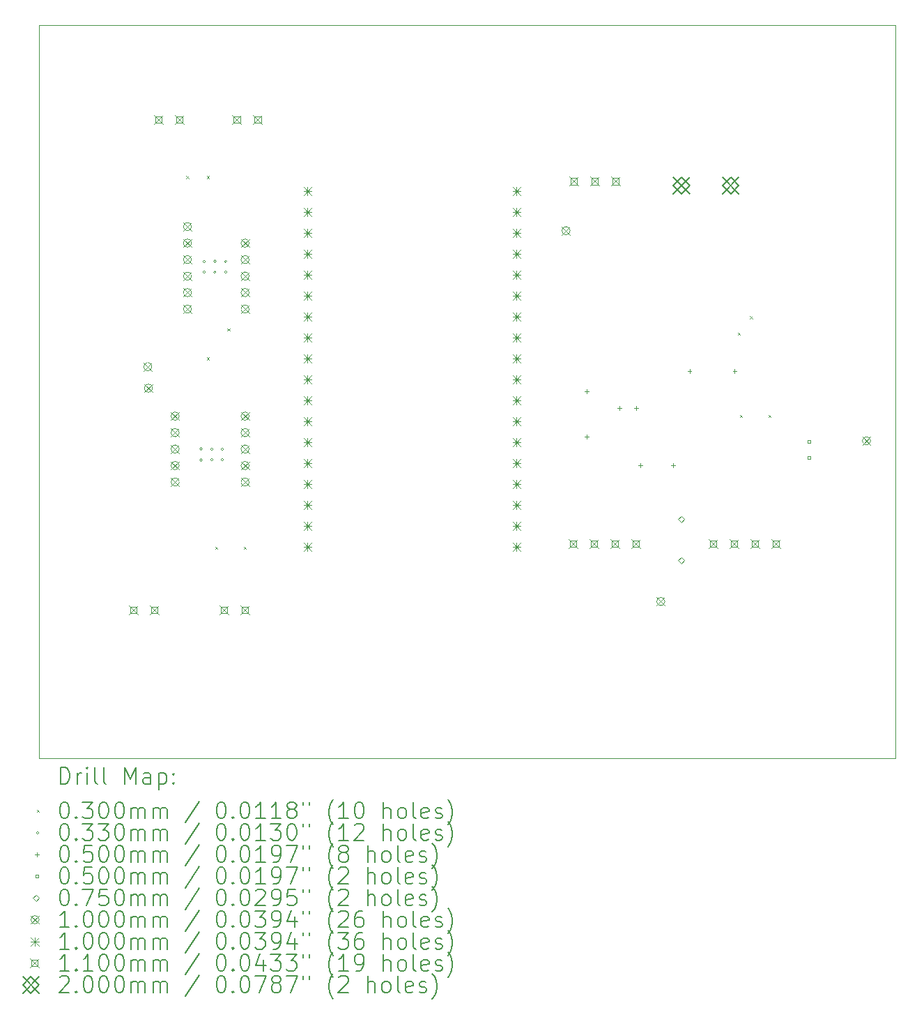
<source format=gbr>
%TF.GenerationSoftware,KiCad,Pcbnew,8.0.5*%
%TF.CreationDate,2024-11-14T17:21:11-08:00*%
%TF.ProjectId,Predator-Bot-V1,50726564-6174-46f7-922d-426f742d5631,0.01*%
%TF.SameCoordinates,Original*%
%TF.FileFunction,Drillmap*%
%TF.FilePolarity,Positive*%
%FSLAX45Y45*%
G04 Gerber Fmt 4.5, Leading zero omitted, Abs format (unit mm)*
G04 Created by KiCad (PCBNEW 8.0.5) date 2024-11-14 17:21:11*
%MOMM*%
%LPD*%
G01*
G04 APERTURE LIST*
%ADD10C,0.050000*%
%ADD11C,0.200000*%
%ADD12C,0.100000*%
%ADD13C,0.110000*%
G04 APERTURE END LIST*
D10*
X9300000Y-5450000D02*
X19700000Y-5450000D01*
X19700000Y-14350000D01*
X9300000Y-14350000D01*
X9300000Y-5450000D01*
D11*
D12*
X11085000Y-7285000D02*
X11115000Y-7315000D01*
X11115000Y-7285000D02*
X11085000Y-7315000D01*
X11335000Y-7285000D02*
X11365000Y-7315000D01*
X11365000Y-7285000D02*
X11335000Y-7315000D01*
X11335000Y-9485000D02*
X11365000Y-9515000D01*
X11365000Y-9485000D02*
X11335000Y-9515000D01*
X11435000Y-11785000D02*
X11465000Y-11815000D01*
X11465000Y-11785000D02*
X11435000Y-11815000D01*
X11585000Y-9135000D02*
X11615000Y-9165000D01*
X11615000Y-9135000D02*
X11585000Y-9165000D01*
X11785000Y-11785000D02*
X11815000Y-11815000D01*
X11815000Y-11785000D02*
X11785000Y-11815000D01*
X17785000Y-9185000D02*
X17815000Y-9215000D01*
X17815000Y-9185000D02*
X17785000Y-9215000D01*
X17810000Y-10185000D02*
X17840000Y-10215000D01*
X17840000Y-10185000D02*
X17810000Y-10215000D01*
X17935000Y-8985000D02*
X17965000Y-9015000D01*
X17965000Y-8985000D02*
X17935000Y-9015000D01*
X18160000Y-10185000D02*
X18190000Y-10215000D01*
X18190000Y-10185000D02*
X18160000Y-10215000D01*
X11281000Y-10600500D02*
G75*
G02*
X11248000Y-10600500I-16500J0D01*
G01*
X11248000Y-10600500D02*
G75*
G02*
X11281000Y-10600500I16500J0D01*
G01*
X11281000Y-10730500D02*
G75*
G02*
X11248000Y-10730500I-16500J0D01*
G01*
X11248000Y-10730500D02*
G75*
G02*
X11281000Y-10730500I16500J0D01*
G01*
X11319500Y-8322000D02*
G75*
G02*
X11286500Y-8322000I-16500J0D01*
G01*
X11286500Y-8322000D02*
G75*
G02*
X11319500Y-8322000I16500J0D01*
G01*
X11319500Y-8452000D02*
G75*
G02*
X11286500Y-8452000I-16500J0D01*
G01*
X11286500Y-8452000D02*
G75*
G02*
X11319500Y-8452000I16500J0D01*
G01*
X11411000Y-10600500D02*
G75*
G02*
X11378000Y-10600500I-16500J0D01*
G01*
X11378000Y-10600500D02*
G75*
G02*
X11411000Y-10600500I16500J0D01*
G01*
X11411000Y-10730500D02*
G75*
G02*
X11378000Y-10730500I-16500J0D01*
G01*
X11378000Y-10730500D02*
G75*
G02*
X11411000Y-10730500I16500J0D01*
G01*
X11449500Y-8322000D02*
G75*
G02*
X11416500Y-8322000I-16500J0D01*
G01*
X11416500Y-8322000D02*
G75*
G02*
X11449500Y-8322000I16500J0D01*
G01*
X11449500Y-8452000D02*
G75*
G02*
X11416500Y-8452000I-16500J0D01*
G01*
X11416500Y-8452000D02*
G75*
G02*
X11449500Y-8452000I16500J0D01*
G01*
X11541000Y-10600500D02*
G75*
G02*
X11508000Y-10600500I-16500J0D01*
G01*
X11508000Y-10600500D02*
G75*
G02*
X11541000Y-10600500I16500J0D01*
G01*
X11541000Y-10730500D02*
G75*
G02*
X11508000Y-10730500I-16500J0D01*
G01*
X11508000Y-10730500D02*
G75*
G02*
X11541000Y-10730500I16500J0D01*
G01*
X11579500Y-8322000D02*
G75*
G02*
X11546500Y-8322000I-16500J0D01*
G01*
X11546500Y-8322000D02*
G75*
G02*
X11579500Y-8322000I16500J0D01*
G01*
X11579500Y-8452000D02*
G75*
G02*
X11546500Y-8452000I-16500J0D01*
G01*
X11546500Y-8452000D02*
G75*
G02*
X11579500Y-8452000I16500J0D01*
G01*
X15950000Y-9875000D02*
X15950000Y-9925000D01*
X15925000Y-9900000D02*
X15975000Y-9900000D01*
X15950000Y-10425000D02*
X15950000Y-10475000D01*
X15925000Y-10450000D02*
X15975000Y-10450000D01*
X16350000Y-10075000D02*
X16350000Y-10125000D01*
X16325000Y-10100000D02*
X16375000Y-10100000D01*
X16550000Y-10075000D02*
X16550000Y-10125000D01*
X16525000Y-10100000D02*
X16575000Y-10100000D01*
X16600000Y-10775000D02*
X16600000Y-10825000D01*
X16575000Y-10800000D02*
X16625000Y-10800000D01*
X17000000Y-10775000D02*
X17000000Y-10825000D01*
X16975000Y-10800000D02*
X17025000Y-10800000D01*
X17200000Y-9625000D02*
X17200000Y-9675000D01*
X17175000Y-9650000D02*
X17225000Y-9650000D01*
X17750000Y-9625000D02*
X17750000Y-9675000D01*
X17725000Y-9650000D02*
X17775000Y-9650000D01*
X18666330Y-10527678D02*
X18666330Y-10492322D01*
X18630975Y-10492322D01*
X18630975Y-10527678D01*
X18666330Y-10527678D01*
X18666330Y-10717678D02*
X18666330Y-10682322D01*
X18630975Y-10682322D01*
X18630975Y-10717678D01*
X18666330Y-10717678D01*
X17100000Y-11487500D02*
X17137500Y-11450000D01*
X17100000Y-11412500D01*
X17062500Y-11450000D01*
X17100000Y-11487500D01*
X17100000Y-11987500D02*
X17137500Y-11950000D01*
X17100000Y-11912500D01*
X17062500Y-11950000D01*
X17100000Y-11987500D01*
X10567500Y-9550000D02*
X10667500Y-9650000D01*
X10667500Y-9550000D02*
X10567500Y-9650000D01*
X10667500Y-9600000D02*
G75*
G02*
X10567500Y-9600000I-50000J0D01*
G01*
X10567500Y-9600000D02*
G75*
G02*
X10667500Y-9600000I50000J0D01*
G01*
X10575500Y-9810750D02*
X10675500Y-9910750D01*
X10675500Y-9810750D02*
X10575500Y-9910750D01*
X10675500Y-9860750D02*
G75*
G02*
X10575500Y-9860750I-50000J0D01*
G01*
X10575500Y-9860750D02*
G75*
G02*
X10675500Y-9860750I50000J0D01*
G01*
X10900000Y-10150000D02*
X11000000Y-10250000D01*
X11000000Y-10150000D02*
X10900000Y-10250000D01*
X11000000Y-10200000D02*
G75*
G02*
X10900000Y-10200000I-50000J0D01*
G01*
X10900000Y-10200000D02*
G75*
G02*
X11000000Y-10200000I50000J0D01*
G01*
X10900000Y-10350000D02*
X11000000Y-10450000D01*
X11000000Y-10350000D02*
X10900000Y-10450000D01*
X11000000Y-10400000D02*
G75*
G02*
X10900000Y-10400000I-50000J0D01*
G01*
X10900000Y-10400000D02*
G75*
G02*
X11000000Y-10400000I50000J0D01*
G01*
X10900000Y-10550000D02*
X11000000Y-10650000D01*
X11000000Y-10550000D02*
X10900000Y-10650000D01*
X11000000Y-10600000D02*
G75*
G02*
X10900000Y-10600000I-50000J0D01*
G01*
X10900000Y-10600000D02*
G75*
G02*
X11000000Y-10600000I50000J0D01*
G01*
X10900000Y-10750000D02*
X11000000Y-10850000D01*
X11000000Y-10750000D02*
X10900000Y-10850000D01*
X11000000Y-10800000D02*
G75*
G02*
X10900000Y-10800000I-50000J0D01*
G01*
X10900000Y-10800000D02*
G75*
G02*
X11000000Y-10800000I50000J0D01*
G01*
X10900000Y-10950000D02*
X11000000Y-11050000D01*
X11000000Y-10950000D02*
X10900000Y-11050000D01*
X11000000Y-11000000D02*
G75*
G02*
X10900000Y-11000000I-50000J0D01*
G01*
X10900000Y-11000000D02*
G75*
G02*
X11000000Y-11000000I50000J0D01*
G01*
X11050000Y-7850000D02*
X11150000Y-7950000D01*
X11150000Y-7850000D02*
X11050000Y-7950000D01*
X11150000Y-7900000D02*
G75*
G02*
X11050000Y-7900000I-50000J0D01*
G01*
X11050000Y-7900000D02*
G75*
G02*
X11150000Y-7900000I50000J0D01*
G01*
X11050000Y-8050000D02*
X11150000Y-8150000D01*
X11150000Y-8050000D02*
X11050000Y-8150000D01*
X11150000Y-8100000D02*
G75*
G02*
X11050000Y-8100000I-50000J0D01*
G01*
X11050000Y-8100000D02*
G75*
G02*
X11150000Y-8100000I50000J0D01*
G01*
X11050000Y-8250000D02*
X11150000Y-8350000D01*
X11150000Y-8250000D02*
X11050000Y-8350000D01*
X11150000Y-8300000D02*
G75*
G02*
X11050000Y-8300000I-50000J0D01*
G01*
X11050000Y-8300000D02*
G75*
G02*
X11150000Y-8300000I50000J0D01*
G01*
X11050000Y-8450000D02*
X11150000Y-8550000D01*
X11150000Y-8450000D02*
X11050000Y-8550000D01*
X11150000Y-8500000D02*
G75*
G02*
X11050000Y-8500000I-50000J0D01*
G01*
X11050000Y-8500000D02*
G75*
G02*
X11150000Y-8500000I50000J0D01*
G01*
X11050000Y-8650000D02*
X11150000Y-8750000D01*
X11150000Y-8650000D02*
X11050000Y-8750000D01*
X11150000Y-8700000D02*
G75*
G02*
X11050000Y-8700000I-50000J0D01*
G01*
X11050000Y-8700000D02*
G75*
G02*
X11150000Y-8700000I50000J0D01*
G01*
X11050000Y-8850000D02*
X11150000Y-8950000D01*
X11150000Y-8850000D02*
X11050000Y-8950000D01*
X11150000Y-8900000D02*
G75*
G02*
X11050000Y-8900000I-50000J0D01*
G01*
X11050000Y-8900000D02*
G75*
G02*
X11150000Y-8900000I50000J0D01*
G01*
X11750000Y-8050000D02*
X11850000Y-8150000D01*
X11850000Y-8050000D02*
X11750000Y-8150000D01*
X11850000Y-8100000D02*
G75*
G02*
X11750000Y-8100000I-50000J0D01*
G01*
X11750000Y-8100000D02*
G75*
G02*
X11850000Y-8100000I50000J0D01*
G01*
X11750000Y-8250000D02*
X11850000Y-8350000D01*
X11850000Y-8250000D02*
X11750000Y-8350000D01*
X11850000Y-8300000D02*
G75*
G02*
X11750000Y-8300000I-50000J0D01*
G01*
X11750000Y-8300000D02*
G75*
G02*
X11850000Y-8300000I50000J0D01*
G01*
X11750000Y-8450000D02*
X11850000Y-8550000D01*
X11850000Y-8450000D02*
X11750000Y-8550000D01*
X11850000Y-8500000D02*
G75*
G02*
X11750000Y-8500000I-50000J0D01*
G01*
X11750000Y-8500000D02*
G75*
G02*
X11850000Y-8500000I50000J0D01*
G01*
X11750000Y-8650000D02*
X11850000Y-8750000D01*
X11850000Y-8650000D02*
X11750000Y-8750000D01*
X11850000Y-8700000D02*
G75*
G02*
X11750000Y-8700000I-50000J0D01*
G01*
X11750000Y-8700000D02*
G75*
G02*
X11850000Y-8700000I50000J0D01*
G01*
X11750000Y-8850000D02*
X11850000Y-8950000D01*
X11850000Y-8850000D02*
X11750000Y-8950000D01*
X11850000Y-8900000D02*
G75*
G02*
X11750000Y-8900000I-50000J0D01*
G01*
X11750000Y-8900000D02*
G75*
G02*
X11850000Y-8900000I50000J0D01*
G01*
X11750000Y-10150000D02*
X11850000Y-10250000D01*
X11850000Y-10150000D02*
X11750000Y-10250000D01*
X11850000Y-10200000D02*
G75*
G02*
X11750000Y-10200000I-50000J0D01*
G01*
X11750000Y-10200000D02*
G75*
G02*
X11850000Y-10200000I50000J0D01*
G01*
X11750000Y-10350000D02*
X11850000Y-10450000D01*
X11850000Y-10350000D02*
X11750000Y-10450000D01*
X11850000Y-10400000D02*
G75*
G02*
X11750000Y-10400000I-50000J0D01*
G01*
X11750000Y-10400000D02*
G75*
G02*
X11850000Y-10400000I50000J0D01*
G01*
X11750000Y-10550000D02*
X11850000Y-10650000D01*
X11850000Y-10550000D02*
X11750000Y-10650000D01*
X11850000Y-10600000D02*
G75*
G02*
X11750000Y-10600000I-50000J0D01*
G01*
X11750000Y-10600000D02*
G75*
G02*
X11850000Y-10600000I50000J0D01*
G01*
X11750000Y-10750000D02*
X11850000Y-10850000D01*
X11850000Y-10750000D02*
X11750000Y-10850000D01*
X11850000Y-10800000D02*
G75*
G02*
X11750000Y-10800000I-50000J0D01*
G01*
X11750000Y-10800000D02*
G75*
G02*
X11850000Y-10800000I50000J0D01*
G01*
X11750000Y-10950000D02*
X11850000Y-11050000D01*
X11850000Y-10950000D02*
X11750000Y-11050000D01*
X11850000Y-11000000D02*
G75*
G02*
X11750000Y-11000000I-50000J0D01*
G01*
X11750000Y-11000000D02*
G75*
G02*
X11850000Y-11000000I50000J0D01*
G01*
X15650000Y-7900000D02*
X15750000Y-8000000D01*
X15750000Y-7900000D02*
X15650000Y-8000000D01*
X15750000Y-7950000D02*
G75*
G02*
X15650000Y-7950000I-50000J0D01*
G01*
X15650000Y-7950000D02*
G75*
G02*
X15750000Y-7950000I50000J0D01*
G01*
X16800000Y-12400000D02*
X16900000Y-12500000D01*
X16900000Y-12400000D02*
X16800000Y-12500000D01*
X16900000Y-12450000D02*
G75*
G02*
X16800000Y-12450000I-50000J0D01*
G01*
X16800000Y-12450000D02*
G75*
G02*
X16900000Y-12450000I50000J0D01*
G01*
X19300000Y-10450000D02*
X19400000Y-10550000D01*
X19400000Y-10450000D02*
X19300000Y-10550000D01*
X19400000Y-10500000D02*
G75*
G02*
X19300000Y-10500000I-50000J0D01*
G01*
X19300000Y-10500000D02*
G75*
G02*
X19400000Y-10500000I50000J0D01*
G01*
X12510000Y-7418000D02*
X12610000Y-7518000D01*
X12610000Y-7418000D02*
X12510000Y-7518000D01*
X12560000Y-7418000D02*
X12560000Y-7518000D01*
X12510000Y-7468000D02*
X12610000Y-7468000D01*
X12510000Y-7672000D02*
X12610000Y-7772000D01*
X12610000Y-7672000D02*
X12510000Y-7772000D01*
X12560000Y-7672000D02*
X12560000Y-7772000D01*
X12510000Y-7722000D02*
X12610000Y-7722000D01*
X12510000Y-7926000D02*
X12610000Y-8026000D01*
X12610000Y-7926000D02*
X12510000Y-8026000D01*
X12560000Y-7926000D02*
X12560000Y-8026000D01*
X12510000Y-7976000D02*
X12610000Y-7976000D01*
X12510000Y-8180000D02*
X12610000Y-8280000D01*
X12610000Y-8180000D02*
X12510000Y-8280000D01*
X12560000Y-8180000D02*
X12560000Y-8280000D01*
X12510000Y-8230000D02*
X12610000Y-8230000D01*
X12510000Y-8434000D02*
X12610000Y-8534000D01*
X12610000Y-8434000D02*
X12510000Y-8534000D01*
X12560000Y-8434000D02*
X12560000Y-8534000D01*
X12510000Y-8484000D02*
X12610000Y-8484000D01*
X12510000Y-8688000D02*
X12610000Y-8788000D01*
X12610000Y-8688000D02*
X12510000Y-8788000D01*
X12560000Y-8688000D02*
X12560000Y-8788000D01*
X12510000Y-8738000D02*
X12610000Y-8738000D01*
X12510000Y-8942000D02*
X12610000Y-9042000D01*
X12610000Y-8942000D02*
X12510000Y-9042000D01*
X12560000Y-8942000D02*
X12560000Y-9042000D01*
X12510000Y-8992000D02*
X12610000Y-8992000D01*
X12510000Y-9196000D02*
X12610000Y-9296000D01*
X12610000Y-9196000D02*
X12510000Y-9296000D01*
X12560000Y-9196000D02*
X12560000Y-9296000D01*
X12510000Y-9246000D02*
X12610000Y-9246000D01*
X12510000Y-9450000D02*
X12610000Y-9550000D01*
X12610000Y-9450000D02*
X12510000Y-9550000D01*
X12560000Y-9450000D02*
X12560000Y-9550000D01*
X12510000Y-9500000D02*
X12610000Y-9500000D01*
X12510000Y-9704000D02*
X12610000Y-9804000D01*
X12610000Y-9704000D02*
X12510000Y-9804000D01*
X12560000Y-9704000D02*
X12560000Y-9804000D01*
X12510000Y-9754000D02*
X12610000Y-9754000D01*
X12510000Y-9958000D02*
X12610000Y-10058000D01*
X12610000Y-9958000D02*
X12510000Y-10058000D01*
X12560000Y-9958000D02*
X12560000Y-10058000D01*
X12510000Y-10008000D02*
X12610000Y-10008000D01*
X12510000Y-10212000D02*
X12610000Y-10312000D01*
X12610000Y-10212000D02*
X12510000Y-10312000D01*
X12560000Y-10212000D02*
X12560000Y-10312000D01*
X12510000Y-10262000D02*
X12610000Y-10262000D01*
X12510000Y-10466000D02*
X12610000Y-10566000D01*
X12610000Y-10466000D02*
X12510000Y-10566000D01*
X12560000Y-10466000D02*
X12560000Y-10566000D01*
X12510000Y-10516000D02*
X12610000Y-10516000D01*
X12510000Y-10720000D02*
X12610000Y-10820000D01*
X12610000Y-10720000D02*
X12510000Y-10820000D01*
X12560000Y-10720000D02*
X12560000Y-10820000D01*
X12510000Y-10770000D02*
X12610000Y-10770000D01*
X12510000Y-10974000D02*
X12610000Y-11074000D01*
X12610000Y-10974000D02*
X12510000Y-11074000D01*
X12560000Y-10974000D02*
X12560000Y-11074000D01*
X12510000Y-11024000D02*
X12610000Y-11024000D01*
X12510000Y-11228000D02*
X12610000Y-11328000D01*
X12610000Y-11228000D02*
X12510000Y-11328000D01*
X12560000Y-11228000D02*
X12560000Y-11328000D01*
X12510000Y-11278000D02*
X12610000Y-11278000D01*
X12510000Y-11482000D02*
X12610000Y-11582000D01*
X12610000Y-11482000D02*
X12510000Y-11582000D01*
X12560000Y-11482000D02*
X12560000Y-11582000D01*
X12510000Y-11532000D02*
X12610000Y-11532000D01*
X12510000Y-11736000D02*
X12610000Y-11836000D01*
X12610000Y-11736000D02*
X12510000Y-11836000D01*
X12560000Y-11736000D02*
X12560000Y-11836000D01*
X12510000Y-11786000D02*
X12610000Y-11786000D01*
X15050000Y-7418000D02*
X15150000Y-7518000D01*
X15150000Y-7418000D02*
X15050000Y-7518000D01*
X15100000Y-7418000D02*
X15100000Y-7518000D01*
X15050000Y-7468000D02*
X15150000Y-7468000D01*
X15050000Y-7672000D02*
X15150000Y-7772000D01*
X15150000Y-7672000D02*
X15050000Y-7772000D01*
X15100000Y-7672000D02*
X15100000Y-7772000D01*
X15050000Y-7722000D02*
X15150000Y-7722000D01*
X15050000Y-7926000D02*
X15150000Y-8026000D01*
X15150000Y-7926000D02*
X15050000Y-8026000D01*
X15100000Y-7926000D02*
X15100000Y-8026000D01*
X15050000Y-7976000D02*
X15150000Y-7976000D01*
X15050000Y-8180000D02*
X15150000Y-8280000D01*
X15150000Y-8180000D02*
X15050000Y-8280000D01*
X15100000Y-8180000D02*
X15100000Y-8280000D01*
X15050000Y-8230000D02*
X15150000Y-8230000D01*
X15050000Y-8434000D02*
X15150000Y-8534000D01*
X15150000Y-8434000D02*
X15050000Y-8534000D01*
X15100000Y-8434000D02*
X15100000Y-8534000D01*
X15050000Y-8484000D02*
X15150000Y-8484000D01*
X15050000Y-8688000D02*
X15150000Y-8788000D01*
X15150000Y-8688000D02*
X15050000Y-8788000D01*
X15100000Y-8688000D02*
X15100000Y-8788000D01*
X15050000Y-8738000D02*
X15150000Y-8738000D01*
X15050000Y-8942000D02*
X15150000Y-9042000D01*
X15150000Y-8942000D02*
X15050000Y-9042000D01*
X15100000Y-8942000D02*
X15100000Y-9042000D01*
X15050000Y-8992000D02*
X15150000Y-8992000D01*
X15050000Y-9196000D02*
X15150000Y-9296000D01*
X15150000Y-9196000D02*
X15050000Y-9296000D01*
X15100000Y-9196000D02*
X15100000Y-9296000D01*
X15050000Y-9246000D02*
X15150000Y-9246000D01*
X15050000Y-9450000D02*
X15150000Y-9550000D01*
X15150000Y-9450000D02*
X15050000Y-9550000D01*
X15100000Y-9450000D02*
X15100000Y-9550000D01*
X15050000Y-9500000D02*
X15150000Y-9500000D01*
X15050000Y-9704000D02*
X15150000Y-9804000D01*
X15150000Y-9704000D02*
X15050000Y-9804000D01*
X15100000Y-9704000D02*
X15100000Y-9804000D01*
X15050000Y-9754000D02*
X15150000Y-9754000D01*
X15050000Y-9958000D02*
X15150000Y-10058000D01*
X15150000Y-9958000D02*
X15050000Y-10058000D01*
X15100000Y-9958000D02*
X15100000Y-10058000D01*
X15050000Y-10008000D02*
X15150000Y-10008000D01*
X15050000Y-10212000D02*
X15150000Y-10312000D01*
X15150000Y-10212000D02*
X15050000Y-10312000D01*
X15100000Y-10212000D02*
X15100000Y-10312000D01*
X15050000Y-10262000D02*
X15150000Y-10262000D01*
X15050000Y-10466000D02*
X15150000Y-10566000D01*
X15150000Y-10466000D02*
X15050000Y-10566000D01*
X15100000Y-10466000D02*
X15100000Y-10566000D01*
X15050000Y-10516000D02*
X15150000Y-10516000D01*
X15050000Y-10720000D02*
X15150000Y-10820000D01*
X15150000Y-10720000D02*
X15050000Y-10820000D01*
X15100000Y-10720000D02*
X15100000Y-10820000D01*
X15050000Y-10770000D02*
X15150000Y-10770000D01*
X15050000Y-10974000D02*
X15150000Y-11074000D01*
X15150000Y-10974000D02*
X15050000Y-11074000D01*
X15100000Y-10974000D02*
X15100000Y-11074000D01*
X15050000Y-11024000D02*
X15150000Y-11024000D01*
X15050000Y-11228000D02*
X15150000Y-11328000D01*
X15150000Y-11228000D02*
X15050000Y-11328000D01*
X15100000Y-11228000D02*
X15100000Y-11328000D01*
X15050000Y-11278000D02*
X15150000Y-11278000D01*
X15050000Y-11482000D02*
X15150000Y-11582000D01*
X15150000Y-11482000D02*
X15050000Y-11582000D01*
X15100000Y-11482000D02*
X15100000Y-11582000D01*
X15050000Y-11532000D02*
X15150000Y-11532000D01*
X15050000Y-11736000D02*
X15150000Y-11836000D01*
X15150000Y-11736000D02*
X15050000Y-11836000D01*
X15100000Y-11736000D02*
X15100000Y-11836000D01*
X15050000Y-11786000D02*
X15150000Y-11786000D01*
D13*
X10391000Y-12495000D02*
X10501000Y-12605000D01*
X10501000Y-12495000D02*
X10391000Y-12605000D01*
X10484891Y-12588891D02*
X10484891Y-12511109D01*
X10407109Y-12511109D01*
X10407109Y-12588891D01*
X10484891Y-12588891D01*
X10645000Y-12495000D02*
X10755000Y-12605000D01*
X10755000Y-12495000D02*
X10645000Y-12605000D01*
X10738891Y-12588891D02*
X10738891Y-12511109D01*
X10661109Y-12511109D01*
X10661109Y-12588891D01*
X10738891Y-12588891D01*
X10691000Y-6545000D02*
X10801000Y-6655000D01*
X10801000Y-6545000D02*
X10691000Y-6655000D01*
X10784891Y-6638891D02*
X10784891Y-6561109D01*
X10707109Y-6561109D01*
X10707109Y-6638891D01*
X10784891Y-6638891D01*
X10945000Y-6545000D02*
X11055000Y-6655000D01*
X11055000Y-6545000D02*
X10945000Y-6655000D01*
X11038891Y-6638891D02*
X11038891Y-6561109D01*
X10961109Y-6561109D01*
X10961109Y-6638891D01*
X11038891Y-6638891D01*
X11491000Y-12495000D02*
X11601000Y-12605000D01*
X11601000Y-12495000D02*
X11491000Y-12605000D01*
X11584891Y-12588891D02*
X11584891Y-12511109D01*
X11507109Y-12511109D01*
X11507109Y-12588891D01*
X11584891Y-12588891D01*
X11645000Y-6545000D02*
X11755000Y-6655000D01*
X11755000Y-6545000D02*
X11645000Y-6655000D01*
X11738891Y-6638891D02*
X11738891Y-6561109D01*
X11661109Y-6561109D01*
X11661109Y-6638891D01*
X11738891Y-6638891D01*
X11745000Y-12495000D02*
X11855000Y-12605000D01*
X11855000Y-12495000D02*
X11745000Y-12605000D01*
X11838891Y-12588891D02*
X11838891Y-12511109D01*
X11761109Y-12511109D01*
X11761109Y-12588891D01*
X11838891Y-12588891D01*
X11899000Y-6545000D02*
X12009000Y-6655000D01*
X12009000Y-6545000D02*
X11899000Y-6655000D01*
X11992891Y-6638891D02*
X11992891Y-6561109D01*
X11915109Y-6561109D01*
X11915109Y-6638891D01*
X11992891Y-6638891D01*
X15733000Y-11695000D02*
X15843000Y-11805000D01*
X15843000Y-11695000D02*
X15733000Y-11805000D01*
X15826891Y-11788891D02*
X15826891Y-11711109D01*
X15749109Y-11711109D01*
X15749109Y-11788891D01*
X15826891Y-11788891D01*
X15737000Y-7295000D02*
X15847000Y-7405000D01*
X15847000Y-7295000D02*
X15737000Y-7405000D01*
X15830891Y-7388891D02*
X15830891Y-7311109D01*
X15753109Y-7311109D01*
X15753109Y-7388891D01*
X15830891Y-7388891D01*
X15987000Y-11695000D02*
X16097000Y-11805000D01*
X16097000Y-11695000D02*
X15987000Y-11805000D01*
X16080891Y-11788891D02*
X16080891Y-11711109D01*
X16003109Y-11711109D01*
X16003109Y-11788891D01*
X16080891Y-11788891D01*
X15991000Y-7295000D02*
X16101000Y-7405000D01*
X16101000Y-7295000D02*
X15991000Y-7405000D01*
X16084891Y-7388891D02*
X16084891Y-7311109D01*
X16007109Y-7311109D01*
X16007109Y-7388891D01*
X16084891Y-7388891D01*
X16241000Y-11695000D02*
X16351000Y-11805000D01*
X16351000Y-11695000D02*
X16241000Y-11805000D01*
X16334891Y-11788891D02*
X16334891Y-11711109D01*
X16257109Y-11711109D01*
X16257109Y-11788891D01*
X16334891Y-11788891D01*
X16245000Y-7295000D02*
X16355000Y-7405000D01*
X16355000Y-7295000D02*
X16245000Y-7405000D01*
X16338891Y-7388891D02*
X16338891Y-7311109D01*
X16261109Y-7311109D01*
X16261109Y-7388891D01*
X16338891Y-7388891D01*
X16495000Y-11695000D02*
X16605000Y-11805000D01*
X16605000Y-11695000D02*
X16495000Y-11805000D01*
X16588891Y-11788891D02*
X16588891Y-11711109D01*
X16511109Y-11711109D01*
X16511109Y-11788891D01*
X16588891Y-11788891D01*
X17433000Y-11695000D02*
X17543000Y-11805000D01*
X17543000Y-11695000D02*
X17433000Y-11805000D01*
X17526891Y-11788891D02*
X17526891Y-11711109D01*
X17449109Y-11711109D01*
X17449109Y-11788891D01*
X17526891Y-11788891D01*
X17687000Y-11695000D02*
X17797000Y-11805000D01*
X17797000Y-11695000D02*
X17687000Y-11805000D01*
X17780891Y-11788891D02*
X17780891Y-11711109D01*
X17703109Y-11711109D01*
X17703109Y-11788891D01*
X17780891Y-11788891D01*
X17941000Y-11695000D02*
X18051000Y-11805000D01*
X18051000Y-11695000D02*
X17941000Y-11805000D01*
X18034891Y-11788891D02*
X18034891Y-11711109D01*
X17957109Y-11711109D01*
X17957109Y-11788891D01*
X18034891Y-11788891D01*
X18195000Y-11695000D02*
X18305000Y-11805000D01*
X18305000Y-11695000D02*
X18195000Y-11805000D01*
X18288891Y-11788891D02*
X18288891Y-11711109D01*
X18211109Y-11711109D01*
X18211109Y-11788891D01*
X18288891Y-11788891D01*
D11*
X17000000Y-7300000D02*
X17200000Y-7500000D01*
X17200000Y-7300000D02*
X17000000Y-7500000D01*
X17100000Y-7500000D02*
X17200000Y-7400000D01*
X17100000Y-7300000D01*
X17000000Y-7400000D01*
X17100000Y-7500000D01*
X17600000Y-7300000D02*
X17800000Y-7500000D01*
X17800000Y-7300000D02*
X17600000Y-7500000D01*
X17700000Y-7500000D02*
X17800000Y-7400000D01*
X17700000Y-7300000D01*
X17600000Y-7400000D01*
X17700000Y-7500000D01*
X9558277Y-14663984D02*
X9558277Y-14463984D01*
X9558277Y-14463984D02*
X9605896Y-14463984D01*
X9605896Y-14463984D02*
X9634467Y-14473508D01*
X9634467Y-14473508D02*
X9653515Y-14492555D01*
X9653515Y-14492555D02*
X9663039Y-14511603D01*
X9663039Y-14511603D02*
X9672563Y-14549698D01*
X9672563Y-14549698D02*
X9672563Y-14578269D01*
X9672563Y-14578269D02*
X9663039Y-14616365D01*
X9663039Y-14616365D02*
X9653515Y-14635412D01*
X9653515Y-14635412D02*
X9634467Y-14654460D01*
X9634467Y-14654460D02*
X9605896Y-14663984D01*
X9605896Y-14663984D02*
X9558277Y-14663984D01*
X9758277Y-14663984D02*
X9758277Y-14530650D01*
X9758277Y-14568746D02*
X9767801Y-14549698D01*
X9767801Y-14549698D02*
X9777324Y-14540174D01*
X9777324Y-14540174D02*
X9796372Y-14530650D01*
X9796372Y-14530650D02*
X9815420Y-14530650D01*
X9882086Y-14663984D02*
X9882086Y-14530650D01*
X9882086Y-14463984D02*
X9872563Y-14473508D01*
X9872563Y-14473508D02*
X9882086Y-14483031D01*
X9882086Y-14483031D02*
X9891610Y-14473508D01*
X9891610Y-14473508D02*
X9882086Y-14463984D01*
X9882086Y-14463984D02*
X9882086Y-14483031D01*
X10005896Y-14663984D02*
X9986848Y-14654460D01*
X9986848Y-14654460D02*
X9977324Y-14635412D01*
X9977324Y-14635412D02*
X9977324Y-14463984D01*
X10110658Y-14663984D02*
X10091610Y-14654460D01*
X10091610Y-14654460D02*
X10082086Y-14635412D01*
X10082086Y-14635412D02*
X10082086Y-14463984D01*
X10339229Y-14663984D02*
X10339229Y-14463984D01*
X10339229Y-14463984D02*
X10405896Y-14606841D01*
X10405896Y-14606841D02*
X10472563Y-14463984D01*
X10472563Y-14463984D02*
X10472563Y-14663984D01*
X10653515Y-14663984D02*
X10653515Y-14559222D01*
X10653515Y-14559222D02*
X10643991Y-14540174D01*
X10643991Y-14540174D02*
X10624944Y-14530650D01*
X10624944Y-14530650D02*
X10586848Y-14530650D01*
X10586848Y-14530650D02*
X10567801Y-14540174D01*
X10653515Y-14654460D02*
X10634467Y-14663984D01*
X10634467Y-14663984D02*
X10586848Y-14663984D01*
X10586848Y-14663984D02*
X10567801Y-14654460D01*
X10567801Y-14654460D02*
X10558277Y-14635412D01*
X10558277Y-14635412D02*
X10558277Y-14616365D01*
X10558277Y-14616365D02*
X10567801Y-14597317D01*
X10567801Y-14597317D02*
X10586848Y-14587793D01*
X10586848Y-14587793D02*
X10634467Y-14587793D01*
X10634467Y-14587793D02*
X10653515Y-14578269D01*
X10748753Y-14530650D02*
X10748753Y-14730650D01*
X10748753Y-14540174D02*
X10767801Y-14530650D01*
X10767801Y-14530650D02*
X10805896Y-14530650D01*
X10805896Y-14530650D02*
X10824944Y-14540174D01*
X10824944Y-14540174D02*
X10834467Y-14549698D01*
X10834467Y-14549698D02*
X10843991Y-14568746D01*
X10843991Y-14568746D02*
X10843991Y-14625888D01*
X10843991Y-14625888D02*
X10834467Y-14644936D01*
X10834467Y-14644936D02*
X10824944Y-14654460D01*
X10824944Y-14654460D02*
X10805896Y-14663984D01*
X10805896Y-14663984D02*
X10767801Y-14663984D01*
X10767801Y-14663984D02*
X10748753Y-14654460D01*
X10929705Y-14644936D02*
X10939229Y-14654460D01*
X10939229Y-14654460D02*
X10929705Y-14663984D01*
X10929705Y-14663984D02*
X10920182Y-14654460D01*
X10920182Y-14654460D02*
X10929705Y-14644936D01*
X10929705Y-14644936D02*
X10929705Y-14663984D01*
X10929705Y-14540174D02*
X10939229Y-14549698D01*
X10939229Y-14549698D02*
X10929705Y-14559222D01*
X10929705Y-14559222D02*
X10920182Y-14549698D01*
X10920182Y-14549698D02*
X10929705Y-14540174D01*
X10929705Y-14540174D02*
X10929705Y-14559222D01*
D12*
X9267500Y-14977500D02*
X9297500Y-15007500D01*
X9297500Y-14977500D02*
X9267500Y-15007500D01*
D11*
X9596372Y-14883984D02*
X9615420Y-14883984D01*
X9615420Y-14883984D02*
X9634467Y-14893508D01*
X9634467Y-14893508D02*
X9643991Y-14903031D01*
X9643991Y-14903031D02*
X9653515Y-14922079D01*
X9653515Y-14922079D02*
X9663039Y-14960174D01*
X9663039Y-14960174D02*
X9663039Y-15007793D01*
X9663039Y-15007793D02*
X9653515Y-15045888D01*
X9653515Y-15045888D02*
X9643991Y-15064936D01*
X9643991Y-15064936D02*
X9634467Y-15074460D01*
X9634467Y-15074460D02*
X9615420Y-15083984D01*
X9615420Y-15083984D02*
X9596372Y-15083984D01*
X9596372Y-15083984D02*
X9577324Y-15074460D01*
X9577324Y-15074460D02*
X9567801Y-15064936D01*
X9567801Y-15064936D02*
X9558277Y-15045888D01*
X9558277Y-15045888D02*
X9548753Y-15007793D01*
X9548753Y-15007793D02*
X9548753Y-14960174D01*
X9548753Y-14960174D02*
X9558277Y-14922079D01*
X9558277Y-14922079D02*
X9567801Y-14903031D01*
X9567801Y-14903031D02*
X9577324Y-14893508D01*
X9577324Y-14893508D02*
X9596372Y-14883984D01*
X9748753Y-15064936D02*
X9758277Y-15074460D01*
X9758277Y-15074460D02*
X9748753Y-15083984D01*
X9748753Y-15083984D02*
X9739229Y-15074460D01*
X9739229Y-15074460D02*
X9748753Y-15064936D01*
X9748753Y-15064936D02*
X9748753Y-15083984D01*
X9824944Y-14883984D02*
X9948753Y-14883984D01*
X9948753Y-14883984D02*
X9882086Y-14960174D01*
X9882086Y-14960174D02*
X9910658Y-14960174D01*
X9910658Y-14960174D02*
X9929705Y-14969698D01*
X9929705Y-14969698D02*
X9939229Y-14979222D01*
X9939229Y-14979222D02*
X9948753Y-14998269D01*
X9948753Y-14998269D02*
X9948753Y-15045888D01*
X9948753Y-15045888D02*
X9939229Y-15064936D01*
X9939229Y-15064936D02*
X9929705Y-15074460D01*
X9929705Y-15074460D02*
X9910658Y-15083984D01*
X9910658Y-15083984D02*
X9853515Y-15083984D01*
X9853515Y-15083984D02*
X9834467Y-15074460D01*
X9834467Y-15074460D02*
X9824944Y-15064936D01*
X10072563Y-14883984D02*
X10091610Y-14883984D01*
X10091610Y-14883984D02*
X10110658Y-14893508D01*
X10110658Y-14893508D02*
X10120182Y-14903031D01*
X10120182Y-14903031D02*
X10129705Y-14922079D01*
X10129705Y-14922079D02*
X10139229Y-14960174D01*
X10139229Y-14960174D02*
X10139229Y-15007793D01*
X10139229Y-15007793D02*
X10129705Y-15045888D01*
X10129705Y-15045888D02*
X10120182Y-15064936D01*
X10120182Y-15064936D02*
X10110658Y-15074460D01*
X10110658Y-15074460D02*
X10091610Y-15083984D01*
X10091610Y-15083984D02*
X10072563Y-15083984D01*
X10072563Y-15083984D02*
X10053515Y-15074460D01*
X10053515Y-15074460D02*
X10043991Y-15064936D01*
X10043991Y-15064936D02*
X10034467Y-15045888D01*
X10034467Y-15045888D02*
X10024944Y-15007793D01*
X10024944Y-15007793D02*
X10024944Y-14960174D01*
X10024944Y-14960174D02*
X10034467Y-14922079D01*
X10034467Y-14922079D02*
X10043991Y-14903031D01*
X10043991Y-14903031D02*
X10053515Y-14893508D01*
X10053515Y-14893508D02*
X10072563Y-14883984D01*
X10263039Y-14883984D02*
X10282086Y-14883984D01*
X10282086Y-14883984D02*
X10301134Y-14893508D01*
X10301134Y-14893508D02*
X10310658Y-14903031D01*
X10310658Y-14903031D02*
X10320182Y-14922079D01*
X10320182Y-14922079D02*
X10329705Y-14960174D01*
X10329705Y-14960174D02*
X10329705Y-15007793D01*
X10329705Y-15007793D02*
X10320182Y-15045888D01*
X10320182Y-15045888D02*
X10310658Y-15064936D01*
X10310658Y-15064936D02*
X10301134Y-15074460D01*
X10301134Y-15074460D02*
X10282086Y-15083984D01*
X10282086Y-15083984D02*
X10263039Y-15083984D01*
X10263039Y-15083984D02*
X10243991Y-15074460D01*
X10243991Y-15074460D02*
X10234467Y-15064936D01*
X10234467Y-15064936D02*
X10224944Y-15045888D01*
X10224944Y-15045888D02*
X10215420Y-15007793D01*
X10215420Y-15007793D02*
X10215420Y-14960174D01*
X10215420Y-14960174D02*
X10224944Y-14922079D01*
X10224944Y-14922079D02*
X10234467Y-14903031D01*
X10234467Y-14903031D02*
X10243991Y-14893508D01*
X10243991Y-14893508D02*
X10263039Y-14883984D01*
X10415420Y-15083984D02*
X10415420Y-14950650D01*
X10415420Y-14969698D02*
X10424944Y-14960174D01*
X10424944Y-14960174D02*
X10443991Y-14950650D01*
X10443991Y-14950650D02*
X10472563Y-14950650D01*
X10472563Y-14950650D02*
X10491610Y-14960174D01*
X10491610Y-14960174D02*
X10501134Y-14979222D01*
X10501134Y-14979222D02*
X10501134Y-15083984D01*
X10501134Y-14979222D02*
X10510658Y-14960174D01*
X10510658Y-14960174D02*
X10529705Y-14950650D01*
X10529705Y-14950650D02*
X10558277Y-14950650D01*
X10558277Y-14950650D02*
X10577325Y-14960174D01*
X10577325Y-14960174D02*
X10586848Y-14979222D01*
X10586848Y-14979222D02*
X10586848Y-15083984D01*
X10682086Y-15083984D02*
X10682086Y-14950650D01*
X10682086Y-14969698D02*
X10691610Y-14960174D01*
X10691610Y-14960174D02*
X10710658Y-14950650D01*
X10710658Y-14950650D02*
X10739229Y-14950650D01*
X10739229Y-14950650D02*
X10758277Y-14960174D01*
X10758277Y-14960174D02*
X10767801Y-14979222D01*
X10767801Y-14979222D02*
X10767801Y-15083984D01*
X10767801Y-14979222D02*
X10777325Y-14960174D01*
X10777325Y-14960174D02*
X10796372Y-14950650D01*
X10796372Y-14950650D02*
X10824944Y-14950650D01*
X10824944Y-14950650D02*
X10843991Y-14960174D01*
X10843991Y-14960174D02*
X10853515Y-14979222D01*
X10853515Y-14979222D02*
X10853515Y-15083984D01*
X11243991Y-14874460D02*
X11072563Y-15131603D01*
X11501134Y-14883984D02*
X11520182Y-14883984D01*
X11520182Y-14883984D02*
X11539229Y-14893508D01*
X11539229Y-14893508D02*
X11548753Y-14903031D01*
X11548753Y-14903031D02*
X11558277Y-14922079D01*
X11558277Y-14922079D02*
X11567801Y-14960174D01*
X11567801Y-14960174D02*
X11567801Y-15007793D01*
X11567801Y-15007793D02*
X11558277Y-15045888D01*
X11558277Y-15045888D02*
X11548753Y-15064936D01*
X11548753Y-15064936D02*
X11539229Y-15074460D01*
X11539229Y-15074460D02*
X11520182Y-15083984D01*
X11520182Y-15083984D02*
X11501134Y-15083984D01*
X11501134Y-15083984D02*
X11482086Y-15074460D01*
X11482086Y-15074460D02*
X11472563Y-15064936D01*
X11472563Y-15064936D02*
X11463039Y-15045888D01*
X11463039Y-15045888D02*
X11453515Y-15007793D01*
X11453515Y-15007793D02*
X11453515Y-14960174D01*
X11453515Y-14960174D02*
X11463039Y-14922079D01*
X11463039Y-14922079D02*
X11472563Y-14903031D01*
X11472563Y-14903031D02*
X11482086Y-14893508D01*
X11482086Y-14893508D02*
X11501134Y-14883984D01*
X11653515Y-15064936D02*
X11663039Y-15074460D01*
X11663039Y-15074460D02*
X11653515Y-15083984D01*
X11653515Y-15083984D02*
X11643991Y-15074460D01*
X11643991Y-15074460D02*
X11653515Y-15064936D01*
X11653515Y-15064936D02*
X11653515Y-15083984D01*
X11786848Y-14883984D02*
X11805896Y-14883984D01*
X11805896Y-14883984D02*
X11824944Y-14893508D01*
X11824944Y-14893508D02*
X11834467Y-14903031D01*
X11834467Y-14903031D02*
X11843991Y-14922079D01*
X11843991Y-14922079D02*
X11853515Y-14960174D01*
X11853515Y-14960174D02*
X11853515Y-15007793D01*
X11853515Y-15007793D02*
X11843991Y-15045888D01*
X11843991Y-15045888D02*
X11834467Y-15064936D01*
X11834467Y-15064936D02*
X11824944Y-15074460D01*
X11824944Y-15074460D02*
X11805896Y-15083984D01*
X11805896Y-15083984D02*
X11786848Y-15083984D01*
X11786848Y-15083984D02*
X11767801Y-15074460D01*
X11767801Y-15074460D02*
X11758277Y-15064936D01*
X11758277Y-15064936D02*
X11748753Y-15045888D01*
X11748753Y-15045888D02*
X11739229Y-15007793D01*
X11739229Y-15007793D02*
X11739229Y-14960174D01*
X11739229Y-14960174D02*
X11748753Y-14922079D01*
X11748753Y-14922079D02*
X11758277Y-14903031D01*
X11758277Y-14903031D02*
X11767801Y-14893508D01*
X11767801Y-14893508D02*
X11786848Y-14883984D01*
X12043991Y-15083984D02*
X11929706Y-15083984D01*
X11986848Y-15083984D02*
X11986848Y-14883984D01*
X11986848Y-14883984D02*
X11967801Y-14912555D01*
X11967801Y-14912555D02*
X11948753Y-14931603D01*
X11948753Y-14931603D02*
X11929706Y-14941127D01*
X12234467Y-15083984D02*
X12120182Y-15083984D01*
X12177325Y-15083984D02*
X12177325Y-14883984D01*
X12177325Y-14883984D02*
X12158277Y-14912555D01*
X12158277Y-14912555D02*
X12139229Y-14931603D01*
X12139229Y-14931603D02*
X12120182Y-14941127D01*
X12348753Y-14969698D02*
X12329706Y-14960174D01*
X12329706Y-14960174D02*
X12320182Y-14950650D01*
X12320182Y-14950650D02*
X12310658Y-14931603D01*
X12310658Y-14931603D02*
X12310658Y-14922079D01*
X12310658Y-14922079D02*
X12320182Y-14903031D01*
X12320182Y-14903031D02*
X12329706Y-14893508D01*
X12329706Y-14893508D02*
X12348753Y-14883984D01*
X12348753Y-14883984D02*
X12386848Y-14883984D01*
X12386848Y-14883984D02*
X12405896Y-14893508D01*
X12405896Y-14893508D02*
X12415420Y-14903031D01*
X12415420Y-14903031D02*
X12424944Y-14922079D01*
X12424944Y-14922079D02*
X12424944Y-14931603D01*
X12424944Y-14931603D02*
X12415420Y-14950650D01*
X12415420Y-14950650D02*
X12405896Y-14960174D01*
X12405896Y-14960174D02*
X12386848Y-14969698D01*
X12386848Y-14969698D02*
X12348753Y-14969698D01*
X12348753Y-14969698D02*
X12329706Y-14979222D01*
X12329706Y-14979222D02*
X12320182Y-14988746D01*
X12320182Y-14988746D02*
X12310658Y-15007793D01*
X12310658Y-15007793D02*
X12310658Y-15045888D01*
X12310658Y-15045888D02*
X12320182Y-15064936D01*
X12320182Y-15064936D02*
X12329706Y-15074460D01*
X12329706Y-15074460D02*
X12348753Y-15083984D01*
X12348753Y-15083984D02*
X12386848Y-15083984D01*
X12386848Y-15083984D02*
X12405896Y-15074460D01*
X12405896Y-15074460D02*
X12415420Y-15064936D01*
X12415420Y-15064936D02*
X12424944Y-15045888D01*
X12424944Y-15045888D02*
X12424944Y-15007793D01*
X12424944Y-15007793D02*
X12415420Y-14988746D01*
X12415420Y-14988746D02*
X12405896Y-14979222D01*
X12405896Y-14979222D02*
X12386848Y-14969698D01*
X12501134Y-14883984D02*
X12501134Y-14922079D01*
X12577325Y-14883984D02*
X12577325Y-14922079D01*
X12872563Y-15160174D02*
X12863039Y-15150650D01*
X12863039Y-15150650D02*
X12843991Y-15122079D01*
X12843991Y-15122079D02*
X12834468Y-15103031D01*
X12834468Y-15103031D02*
X12824944Y-15074460D01*
X12824944Y-15074460D02*
X12815420Y-15026841D01*
X12815420Y-15026841D02*
X12815420Y-14988746D01*
X12815420Y-14988746D02*
X12824944Y-14941127D01*
X12824944Y-14941127D02*
X12834468Y-14912555D01*
X12834468Y-14912555D02*
X12843991Y-14893508D01*
X12843991Y-14893508D02*
X12863039Y-14864936D01*
X12863039Y-14864936D02*
X12872563Y-14855412D01*
X13053515Y-15083984D02*
X12939229Y-15083984D01*
X12996372Y-15083984D02*
X12996372Y-14883984D01*
X12996372Y-14883984D02*
X12977325Y-14912555D01*
X12977325Y-14912555D02*
X12958277Y-14931603D01*
X12958277Y-14931603D02*
X12939229Y-14941127D01*
X13177325Y-14883984D02*
X13196372Y-14883984D01*
X13196372Y-14883984D02*
X13215420Y-14893508D01*
X13215420Y-14893508D02*
X13224944Y-14903031D01*
X13224944Y-14903031D02*
X13234468Y-14922079D01*
X13234468Y-14922079D02*
X13243991Y-14960174D01*
X13243991Y-14960174D02*
X13243991Y-15007793D01*
X13243991Y-15007793D02*
X13234468Y-15045888D01*
X13234468Y-15045888D02*
X13224944Y-15064936D01*
X13224944Y-15064936D02*
X13215420Y-15074460D01*
X13215420Y-15074460D02*
X13196372Y-15083984D01*
X13196372Y-15083984D02*
X13177325Y-15083984D01*
X13177325Y-15083984D02*
X13158277Y-15074460D01*
X13158277Y-15074460D02*
X13148753Y-15064936D01*
X13148753Y-15064936D02*
X13139229Y-15045888D01*
X13139229Y-15045888D02*
X13129706Y-15007793D01*
X13129706Y-15007793D02*
X13129706Y-14960174D01*
X13129706Y-14960174D02*
X13139229Y-14922079D01*
X13139229Y-14922079D02*
X13148753Y-14903031D01*
X13148753Y-14903031D02*
X13158277Y-14893508D01*
X13158277Y-14893508D02*
X13177325Y-14883984D01*
X13482087Y-15083984D02*
X13482087Y-14883984D01*
X13567801Y-15083984D02*
X13567801Y-14979222D01*
X13567801Y-14979222D02*
X13558277Y-14960174D01*
X13558277Y-14960174D02*
X13539230Y-14950650D01*
X13539230Y-14950650D02*
X13510658Y-14950650D01*
X13510658Y-14950650D02*
X13491610Y-14960174D01*
X13491610Y-14960174D02*
X13482087Y-14969698D01*
X13691610Y-15083984D02*
X13672563Y-15074460D01*
X13672563Y-15074460D02*
X13663039Y-15064936D01*
X13663039Y-15064936D02*
X13653515Y-15045888D01*
X13653515Y-15045888D02*
X13653515Y-14988746D01*
X13653515Y-14988746D02*
X13663039Y-14969698D01*
X13663039Y-14969698D02*
X13672563Y-14960174D01*
X13672563Y-14960174D02*
X13691610Y-14950650D01*
X13691610Y-14950650D02*
X13720182Y-14950650D01*
X13720182Y-14950650D02*
X13739230Y-14960174D01*
X13739230Y-14960174D02*
X13748753Y-14969698D01*
X13748753Y-14969698D02*
X13758277Y-14988746D01*
X13758277Y-14988746D02*
X13758277Y-15045888D01*
X13758277Y-15045888D02*
X13748753Y-15064936D01*
X13748753Y-15064936D02*
X13739230Y-15074460D01*
X13739230Y-15074460D02*
X13720182Y-15083984D01*
X13720182Y-15083984D02*
X13691610Y-15083984D01*
X13872563Y-15083984D02*
X13853515Y-15074460D01*
X13853515Y-15074460D02*
X13843991Y-15055412D01*
X13843991Y-15055412D02*
X13843991Y-14883984D01*
X14024944Y-15074460D02*
X14005896Y-15083984D01*
X14005896Y-15083984D02*
X13967801Y-15083984D01*
X13967801Y-15083984D02*
X13948753Y-15074460D01*
X13948753Y-15074460D02*
X13939230Y-15055412D01*
X13939230Y-15055412D02*
X13939230Y-14979222D01*
X13939230Y-14979222D02*
X13948753Y-14960174D01*
X13948753Y-14960174D02*
X13967801Y-14950650D01*
X13967801Y-14950650D02*
X14005896Y-14950650D01*
X14005896Y-14950650D02*
X14024944Y-14960174D01*
X14024944Y-14960174D02*
X14034468Y-14979222D01*
X14034468Y-14979222D02*
X14034468Y-14998269D01*
X14034468Y-14998269D02*
X13939230Y-15017317D01*
X14110658Y-15074460D02*
X14129706Y-15083984D01*
X14129706Y-15083984D02*
X14167801Y-15083984D01*
X14167801Y-15083984D02*
X14186849Y-15074460D01*
X14186849Y-15074460D02*
X14196372Y-15055412D01*
X14196372Y-15055412D02*
X14196372Y-15045888D01*
X14196372Y-15045888D02*
X14186849Y-15026841D01*
X14186849Y-15026841D02*
X14167801Y-15017317D01*
X14167801Y-15017317D02*
X14139230Y-15017317D01*
X14139230Y-15017317D02*
X14120182Y-15007793D01*
X14120182Y-15007793D02*
X14110658Y-14988746D01*
X14110658Y-14988746D02*
X14110658Y-14979222D01*
X14110658Y-14979222D02*
X14120182Y-14960174D01*
X14120182Y-14960174D02*
X14139230Y-14950650D01*
X14139230Y-14950650D02*
X14167801Y-14950650D01*
X14167801Y-14950650D02*
X14186849Y-14960174D01*
X14263039Y-15160174D02*
X14272563Y-15150650D01*
X14272563Y-15150650D02*
X14291611Y-15122079D01*
X14291611Y-15122079D02*
X14301134Y-15103031D01*
X14301134Y-15103031D02*
X14310658Y-15074460D01*
X14310658Y-15074460D02*
X14320182Y-15026841D01*
X14320182Y-15026841D02*
X14320182Y-14988746D01*
X14320182Y-14988746D02*
X14310658Y-14941127D01*
X14310658Y-14941127D02*
X14301134Y-14912555D01*
X14301134Y-14912555D02*
X14291611Y-14893508D01*
X14291611Y-14893508D02*
X14272563Y-14864936D01*
X14272563Y-14864936D02*
X14263039Y-14855412D01*
D12*
X9297500Y-15256500D02*
G75*
G02*
X9264500Y-15256500I-16500J0D01*
G01*
X9264500Y-15256500D02*
G75*
G02*
X9297500Y-15256500I16500J0D01*
G01*
D11*
X9596372Y-15147984D02*
X9615420Y-15147984D01*
X9615420Y-15147984D02*
X9634467Y-15157508D01*
X9634467Y-15157508D02*
X9643991Y-15167031D01*
X9643991Y-15167031D02*
X9653515Y-15186079D01*
X9653515Y-15186079D02*
X9663039Y-15224174D01*
X9663039Y-15224174D02*
X9663039Y-15271793D01*
X9663039Y-15271793D02*
X9653515Y-15309888D01*
X9653515Y-15309888D02*
X9643991Y-15328936D01*
X9643991Y-15328936D02*
X9634467Y-15338460D01*
X9634467Y-15338460D02*
X9615420Y-15347984D01*
X9615420Y-15347984D02*
X9596372Y-15347984D01*
X9596372Y-15347984D02*
X9577324Y-15338460D01*
X9577324Y-15338460D02*
X9567801Y-15328936D01*
X9567801Y-15328936D02*
X9558277Y-15309888D01*
X9558277Y-15309888D02*
X9548753Y-15271793D01*
X9548753Y-15271793D02*
X9548753Y-15224174D01*
X9548753Y-15224174D02*
X9558277Y-15186079D01*
X9558277Y-15186079D02*
X9567801Y-15167031D01*
X9567801Y-15167031D02*
X9577324Y-15157508D01*
X9577324Y-15157508D02*
X9596372Y-15147984D01*
X9748753Y-15328936D02*
X9758277Y-15338460D01*
X9758277Y-15338460D02*
X9748753Y-15347984D01*
X9748753Y-15347984D02*
X9739229Y-15338460D01*
X9739229Y-15338460D02*
X9748753Y-15328936D01*
X9748753Y-15328936D02*
X9748753Y-15347984D01*
X9824944Y-15147984D02*
X9948753Y-15147984D01*
X9948753Y-15147984D02*
X9882086Y-15224174D01*
X9882086Y-15224174D02*
X9910658Y-15224174D01*
X9910658Y-15224174D02*
X9929705Y-15233698D01*
X9929705Y-15233698D02*
X9939229Y-15243222D01*
X9939229Y-15243222D02*
X9948753Y-15262269D01*
X9948753Y-15262269D02*
X9948753Y-15309888D01*
X9948753Y-15309888D02*
X9939229Y-15328936D01*
X9939229Y-15328936D02*
X9929705Y-15338460D01*
X9929705Y-15338460D02*
X9910658Y-15347984D01*
X9910658Y-15347984D02*
X9853515Y-15347984D01*
X9853515Y-15347984D02*
X9834467Y-15338460D01*
X9834467Y-15338460D02*
X9824944Y-15328936D01*
X10015420Y-15147984D02*
X10139229Y-15147984D01*
X10139229Y-15147984D02*
X10072563Y-15224174D01*
X10072563Y-15224174D02*
X10101134Y-15224174D01*
X10101134Y-15224174D02*
X10120182Y-15233698D01*
X10120182Y-15233698D02*
X10129705Y-15243222D01*
X10129705Y-15243222D02*
X10139229Y-15262269D01*
X10139229Y-15262269D02*
X10139229Y-15309888D01*
X10139229Y-15309888D02*
X10129705Y-15328936D01*
X10129705Y-15328936D02*
X10120182Y-15338460D01*
X10120182Y-15338460D02*
X10101134Y-15347984D01*
X10101134Y-15347984D02*
X10043991Y-15347984D01*
X10043991Y-15347984D02*
X10024944Y-15338460D01*
X10024944Y-15338460D02*
X10015420Y-15328936D01*
X10263039Y-15147984D02*
X10282086Y-15147984D01*
X10282086Y-15147984D02*
X10301134Y-15157508D01*
X10301134Y-15157508D02*
X10310658Y-15167031D01*
X10310658Y-15167031D02*
X10320182Y-15186079D01*
X10320182Y-15186079D02*
X10329705Y-15224174D01*
X10329705Y-15224174D02*
X10329705Y-15271793D01*
X10329705Y-15271793D02*
X10320182Y-15309888D01*
X10320182Y-15309888D02*
X10310658Y-15328936D01*
X10310658Y-15328936D02*
X10301134Y-15338460D01*
X10301134Y-15338460D02*
X10282086Y-15347984D01*
X10282086Y-15347984D02*
X10263039Y-15347984D01*
X10263039Y-15347984D02*
X10243991Y-15338460D01*
X10243991Y-15338460D02*
X10234467Y-15328936D01*
X10234467Y-15328936D02*
X10224944Y-15309888D01*
X10224944Y-15309888D02*
X10215420Y-15271793D01*
X10215420Y-15271793D02*
X10215420Y-15224174D01*
X10215420Y-15224174D02*
X10224944Y-15186079D01*
X10224944Y-15186079D02*
X10234467Y-15167031D01*
X10234467Y-15167031D02*
X10243991Y-15157508D01*
X10243991Y-15157508D02*
X10263039Y-15147984D01*
X10415420Y-15347984D02*
X10415420Y-15214650D01*
X10415420Y-15233698D02*
X10424944Y-15224174D01*
X10424944Y-15224174D02*
X10443991Y-15214650D01*
X10443991Y-15214650D02*
X10472563Y-15214650D01*
X10472563Y-15214650D02*
X10491610Y-15224174D01*
X10491610Y-15224174D02*
X10501134Y-15243222D01*
X10501134Y-15243222D02*
X10501134Y-15347984D01*
X10501134Y-15243222D02*
X10510658Y-15224174D01*
X10510658Y-15224174D02*
X10529705Y-15214650D01*
X10529705Y-15214650D02*
X10558277Y-15214650D01*
X10558277Y-15214650D02*
X10577325Y-15224174D01*
X10577325Y-15224174D02*
X10586848Y-15243222D01*
X10586848Y-15243222D02*
X10586848Y-15347984D01*
X10682086Y-15347984D02*
X10682086Y-15214650D01*
X10682086Y-15233698D02*
X10691610Y-15224174D01*
X10691610Y-15224174D02*
X10710658Y-15214650D01*
X10710658Y-15214650D02*
X10739229Y-15214650D01*
X10739229Y-15214650D02*
X10758277Y-15224174D01*
X10758277Y-15224174D02*
X10767801Y-15243222D01*
X10767801Y-15243222D02*
X10767801Y-15347984D01*
X10767801Y-15243222D02*
X10777325Y-15224174D01*
X10777325Y-15224174D02*
X10796372Y-15214650D01*
X10796372Y-15214650D02*
X10824944Y-15214650D01*
X10824944Y-15214650D02*
X10843991Y-15224174D01*
X10843991Y-15224174D02*
X10853515Y-15243222D01*
X10853515Y-15243222D02*
X10853515Y-15347984D01*
X11243991Y-15138460D02*
X11072563Y-15395603D01*
X11501134Y-15147984D02*
X11520182Y-15147984D01*
X11520182Y-15147984D02*
X11539229Y-15157508D01*
X11539229Y-15157508D02*
X11548753Y-15167031D01*
X11548753Y-15167031D02*
X11558277Y-15186079D01*
X11558277Y-15186079D02*
X11567801Y-15224174D01*
X11567801Y-15224174D02*
X11567801Y-15271793D01*
X11567801Y-15271793D02*
X11558277Y-15309888D01*
X11558277Y-15309888D02*
X11548753Y-15328936D01*
X11548753Y-15328936D02*
X11539229Y-15338460D01*
X11539229Y-15338460D02*
X11520182Y-15347984D01*
X11520182Y-15347984D02*
X11501134Y-15347984D01*
X11501134Y-15347984D02*
X11482086Y-15338460D01*
X11482086Y-15338460D02*
X11472563Y-15328936D01*
X11472563Y-15328936D02*
X11463039Y-15309888D01*
X11463039Y-15309888D02*
X11453515Y-15271793D01*
X11453515Y-15271793D02*
X11453515Y-15224174D01*
X11453515Y-15224174D02*
X11463039Y-15186079D01*
X11463039Y-15186079D02*
X11472563Y-15167031D01*
X11472563Y-15167031D02*
X11482086Y-15157508D01*
X11482086Y-15157508D02*
X11501134Y-15147984D01*
X11653515Y-15328936D02*
X11663039Y-15338460D01*
X11663039Y-15338460D02*
X11653515Y-15347984D01*
X11653515Y-15347984D02*
X11643991Y-15338460D01*
X11643991Y-15338460D02*
X11653515Y-15328936D01*
X11653515Y-15328936D02*
X11653515Y-15347984D01*
X11786848Y-15147984D02*
X11805896Y-15147984D01*
X11805896Y-15147984D02*
X11824944Y-15157508D01*
X11824944Y-15157508D02*
X11834467Y-15167031D01*
X11834467Y-15167031D02*
X11843991Y-15186079D01*
X11843991Y-15186079D02*
X11853515Y-15224174D01*
X11853515Y-15224174D02*
X11853515Y-15271793D01*
X11853515Y-15271793D02*
X11843991Y-15309888D01*
X11843991Y-15309888D02*
X11834467Y-15328936D01*
X11834467Y-15328936D02*
X11824944Y-15338460D01*
X11824944Y-15338460D02*
X11805896Y-15347984D01*
X11805896Y-15347984D02*
X11786848Y-15347984D01*
X11786848Y-15347984D02*
X11767801Y-15338460D01*
X11767801Y-15338460D02*
X11758277Y-15328936D01*
X11758277Y-15328936D02*
X11748753Y-15309888D01*
X11748753Y-15309888D02*
X11739229Y-15271793D01*
X11739229Y-15271793D02*
X11739229Y-15224174D01*
X11739229Y-15224174D02*
X11748753Y-15186079D01*
X11748753Y-15186079D02*
X11758277Y-15167031D01*
X11758277Y-15167031D02*
X11767801Y-15157508D01*
X11767801Y-15157508D02*
X11786848Y-15147984D01*
X12043991Y-15347984D02*
X11929706Y-15347984D01*
X11986848Y-15347984D02*
X11986848Y-15147984D01*
X11986848Y-15147984D02*
X11967801Y-15176555D01*
X11967801Y-15176555D02*
X11948753Y-15195603D01*
X11948753Y-15195603D02*
X11929706Y-15205127D01*
X12110658Y-15147984D02*
X12234467Y-15147984D01*
X12234467Y-15147984D02*
X12167801Y-15224174D01*
X12167801Y-15224174D02*
X12196372Y-15224174D01*
X12196372Y-15224174D02*
X12215420Y-15233698D01*
X12215420Y-15233698D02*
X12224944Y-15243222D01*
X12224944Y-15243222D02*
X12234467Y-15262269D01*
X12234467Y-15262269D02*
X12234467Y-15309888D01*
X12234467Y-15309888D02*
X12224944Y-15328936D01*
X12224944Y-15328936D02*
X12215420Y-15338460D01*
X12215420Y-15338460D02*
X12196372Y-15347984D01*
X12196372Y-15347984D02*
X12139229Y-15347984D01*
X12139229Y-15347984D02*
X12120182Y-15338460D01*
X12120182Y-15338460D02*
X12110658Y-15328936D01*
X12358277Y-15147984D02*
X12377325Y-15147984D01*
X12377325Y-15147984D02*
X12396372Y-15157508D01*
X12396372Y-15157508D02*
X12405896Y-15167031D01*
X12405896Y-15167031D02*
X12415420Y-15186079D01*
X12415420Y-15186079D02*
X12424944Y-15224174D01*
X12424944Y-15224174D02*
X12424944Y-15271793D01*
X12424944Y-15271793D02*
X12415420Y-15309888D01*
X12415420Y-15309888D02*
X12405896Y-15328936D01*
X12405896Y-15328936D02*
X12396372Y-15338460D01*
X12396372Y-15338460D02*
X12377325Y-15347984D01*
X12377325Y-15347984D02*
X12358277Y-15347984D01*
X12358277Y-15347984D02*
X12339229Y-15338460D01*
X12339229Y-15338460D02*
X12329706Y-15328936D01*
X12329706Y-15328936D02*
X12320182Y-15309888D01*
X12320182Y-15309888D02*
X12310658Y-15271793D01*
X12310658Y-15271793D02*
X12310658Y-15224174D01*
X12310658Y-15224174D02*
X12320182Y-15186079D01*
X12320182Y-15186079D02*
X12329706Y-15167031D01*
X12329706Y-15167031D02*
X12339229Y-15157508D01*
X12339229Y-15157508D02*
X12358277Y-15147984D01*
X12501134Y-15147984D02*
X12501134Y-15186079D01*
X12577325Y-15147984D02*
X12577325Y-15186079D01*
X12872563Y-15424174D02*
X12863039Y-15414650D01*
X12863039Y-15414650D02*
X12843991Y-15386079D01*
X12843991Y-15386079D02*
X12834468Y-15367031D01*
X12834468Y-15367031D02*
X12824944Y-15338460D01*
X12824944Y-15338460D02*
X12815420Y-15290841D01*
X12815420Y-15290841D02*
X12815420Y-15252746D01*
X12815420Y-15252746D02*
X12824944Y-15205127D01*
X12824944Y-15205127D02*
X12834468Y-15176555D01*
X12834468Y-15176555D02*
X12843991Y-15157508D01*
X12843991Y-15157508D02*
X12863039Y-15128936D01*
X12863039Y-15128936D02*
X12872563Y-15119412D01*
X13053515Y-15347984D02*
X12939229Y-15347984D01*
X12996372Y-15347984D02*
X12996372Y-15147984D01*
X12996372Y-15147984D02*
X12977325Y-15176555D01*
X12977325Y-15176555D02*
X12958277Y-15195603D01*
X12958277Y-15195603D02*
X12939229Y-15205127D01*
X13129706Y-15167031D02*
X13139229Y-15157508D01*
X13139229Y-15157508D02*
X13158277Y-15147984D01*
X13158277Y-15147984D02*
X13205896Y-15147984D01*
X13205896Y-15147984D02*
X13224944Y-15157508D01*
X13224944Y-15157508D02*
X13234468Y-15167031D01*
X13234468Y-15167031D02*
X13243991Y-15186079D01*
X13243991Y-15186079D02*
X13243991Y-15205127D01*
X13243991Y-15205127D02*
X13234468Y-15233698D01*
X13234468Y-15233698D02*
X13120182Y-15347984D01*
X13120182Y-15347984D02*
X13243991Y-15347984D01*
X13482087Y-15347984D02*
X13482087Y-15147984D01*
X13567801Y-15347984D02*
X13567801Y-15243222D01*
X13567801Y-15243222D02*
X13558277Y-15224174D01*
X13558277Y-15224174D02*
X13539230Y-15214650D01*
X13539230Y-15214650D02*
X13510658Y-15214650D01*
X13510658Y-15214650D02*
X13491610Y-15224174D01*
X13491610Y-15224174D02*
X13482087Y-15233698D01*
X13691610Y-15347984D02*
X13672563Y-15338460D01*
X13672563Y-15338460D02*
X13663039Y-15328936D01*
X13663039Y-15328936D02*
X13653515Y-15309888D01*
X13653515Y-15309888D02*
X13653515Y-15252746D01*
X13653515Y-15252746D02*
X13663039Y-15233698D01*
X13663039Y-15233698D02*
X13672563Y-15224174D01*
X13672563Y-15224174D02*
X13691610Y-15214650D01*
X13691610Y-15214650D02*
X13720182Y-15214650D01*
X13720182Y-15214650D02*
X13739230Y-15224174D01*
X13739230Y-15224174D02*
X13748753Y-15233698D01*
X13748753Y-15233698D02*
X13758277Y-15252746D01*
X13758277Y-15252746D02*
X13758277Y-15309888D01*
X13758277Y-15309888D02*
X13748753Y-15328936D01*
X13748753Y-15328936D02*
X13739230Y-15338460D01*
X13739230Y-15338460D02*
X13720182Y-15347984D01*
X13720182Y-15347984D02*
X13691610Y-15347984D01*
X13872563Y-15347984D02*
X13853515Y-15338460D01*
X13853515Y-15338460D02*
X13843991Y-15319412D01*
X13843991Y-15319412D02*
X13843991Y-15147984D01*
X14024944Y-15338460D02*
X14005896Y-15347984D01*
X14005896Y-15347984D02*
X13967801Y-15347984D01*
X13967801Y-15347984D02*
X13948753Y-15338460D01*
X13948753Y-15338460D02*
X13939230Y-15319412D01*
X13939230Y-15319412D02*
X13939230Y-15243222D01*
X13939230Y-15243222D02*
X13948753Y-15224174D01*
X13948753Y-15224174D02*
X13967801Y-15214650D01*
X13967801Y-15214650D02*
X14005896Y-15214650D01*
X14005896Y-15214650D02*
X14024944Y-15224174D01*
X14024944Y-15224174D02*
X14034468Y-15243222D01*
X14034468Y-15243222D02*
X14034468Y-15262269D01*
X14034468Y-15262269D02*
X13939230Y-15281317D01*
X14110658Y-15338460D02*
X14129706Y-15347984D01*
X14129706Y-15347984D02*
X14167801Y-15347984D01*
X14167801Y-15347984D02*
X14186849Y-15338460D01*
X14186849Y-15338460D02*
X14196372Y-15319412D01*
X14196372Y-15319412D02*
X14196372Y-15309888D01*
X14196372Y-15309888D02*
X14186849Y-15290841D01*
X14186849Y-15290841D02*
X14167801Y-15281317D01*
X14167801Y-15281317D02*
X14139230Y-15281317D01*
X14139230Y-15281317D02*
X14120182Y-15271793D01*
X14120182Y-15271793D02*
X14110658Y-15252746D01*
X14110658Y-15252746D02*
X14110658Y-15243222D01*
X14110658Y-15243222D02*
X14120182Y-15224174D01*
X14120182Y-15224174D02*
X14139230Y-15214650D01*
X14139230Y-15214650D02*
X14167801Y-15214650D01*
X14167801Y-15214650D02*
X14186849Y-15224174D01*
X14263039Y-15424174D02*
X14272563Y-15414650D01*
X14272563Y-15414650D02*
X14291611Y-15386079D01*
X14291611Y-15386079D02*
X14301134Y-15367031D01*
X14301134Y-15367031D02*
X14310658Y-15338460D01*
X14310658Y-15338460D02*
X14320182Y-15290841D01*
X14320182Y-15290841D02*
X14320182Y-15252746D01*
X14320182Y-15252746D02*
X14310658Y-15205127D01*
X14310658Y-15205127D02*
X14301134Y-15176555D01*
X14301134Y-15176555D02*
X14291611Y-15157508D01*
X14291611Y-15157508D02*
X14272563Y-15128936D01*
X14272563Y-15128936D02*
X14263039Y-15119412D01*
D12*
X9272500Y-15495500D02*
X9272500Y-15545500D01*
X9247500Y-15520500D02*
X9297500Y-15520500D01*
D11*
X9596372Y-15411984D02*
X9615420Y-15411984D01*
X9615420Y-15411984D02*
X9634467Y-15421508D01*
X9634467Y-15421508D02*
X9643991Y-15431031D01*
X9643991Y-15431031D02*
X9653515Y-15450079D01*
X9653515Y-15450079D02*
X9663039Y-15488174D01*
X9663039Y-15488174D02*
X9663039Y-15535793D01*
X9663039Y-15535793D02*
X9653515Y-15573888D01*
X9653515Y-15573888D02*
X9643991Y-15592936D01*
X9643991Y-15592936D02*
X9634467Y-15602460D01*
X9634467Y-15602460D02*
X9615420Y-15611984D01*
X9615420Y-15611984D02*
X9596372Y-15611984D01*
X9596372Y-15611984D02*
X9577324Y-15602460D01*
X9577324Y-15602460D02*
X9567801Y-15592936D01*
X9567801Y-15592936D02*
X9558277Y-15573888D01*
X9558277Y-15573888D02*
X9548753Y-15535793D01*
X9548753Y-15535793D02*
X9548753Y-15488174D01*
X9548753Y-15488174D02*
X9558277Y-15450079D01*
X9558277Y-15450079D02*
X9567801Y-15431031D01*
X9567801Y-15431031D02*
X9577324Y-15421508D01*
X9577324Y-15421508D02*
X9596372Y-15411984D01*
X9748753Y-15592936D02*
X9758277Y-15602460D01*
X9758277Y-15602460D02*
X9748753Y-15611984D01*
X9748753Y-15611984D02*
X9739229Y-15602460D01*
X9739229Y-15602460D02*
X9748753Y-15592936D01*
X9748753Y-15592936D02*
X9748753Y-15611984D01*
X9939229Y-15411984D02*
X9843991Y-15411984D01*
X9843991Y-15411984D02*
X9834467Y-15507222D01*
X9834467Y-15507222D02*
X9843991Y-15497698D01*
X9843991Y-15497698D02*
X9863039Y-15488174D01*
X9863039Y-15488174D02*
X9910658Y-15488174D01*
X9910658Y-15488174D02*
X9929705Y-15497698D01*
X9929705Y-15497698D02*
X9939229Y-15507222D01*
X9939229Y-15507222D02*
X9948753Y-15526269D01*
X9948753Y-15526269D02*
X9948753Y-15573888D01*
X9948753Y-15573888D02*
X9939229Y-15592936D01*
X9939229Y-15592936D02*
X9929705Y-15602460D01*
X9929705Y-15602460D02*
X9910658Y-15611984D01*
X9910658Y-15611984D02*
X9863039Y-15611984D01*
X9863039Y-15611984D02*
X9843991Y-15602460D01*
X9843991Y-15602460D02*
X9834467Y-15592936D01*
X10072563Y-15411984D02*
X10091610Y-15411984D01*
X10091610Y-15411984D02*
X10110658Y-15421508D01*
X10110658Y-15421508D02*
X10120182Y-15431031D01*
X10120182Y-15431031D02*
X10129705Y-15450079D01*
X10129705Y-15450079D02*
X10139229Y-15488174D01*
X10139229Y-15488174D02*
X10139229Y-15535793D01*
X10139229Y-15535793D02*
X10129705Y-15573888D01*
X10129705Y-15573888D02*
X10120182Y-15592936D01*
X10120182Y-15592936D02*
X10110658Y-15602460D01*
X10110658Y-15602460D02*
X10091610Y-15611984D01*
X10091610Y-15611984D02*
X10072563Y-15611984D01*
X10072563Y-15611984D02*
X10053515Y-15602460D01*
X10053515Y-15602460D02*
X10043991Y-15592936D01*
X10043991Y-15592936D02*
X10034467Y-15573888D01*
X10034467Y-15573888D02*
X10024944Y-15535793D01*
X10024944Y-15535793D02*
X10024944Y-15488174D01*
X10024944Y-15488174D02*
X10034467Y-15450079D01*
X10034467Y-15450079D02*
X10043991Y-15431031D01*
X10043991Y-15431031D02*
X10053515Y-15421508D01*
X10053515Y-15421508D02*
X10072563Y-15411984D01*
X10263039Y-15411984D02*
X10282086Y-15411984D01*
X10282086Y-15411984D02*
X10301134Y-15421508D01*
X10301134Y-15421508D02*
X10310658Y-15431031D01*
X10310658Y-15431031D02*
X10320182Y-15450079D01*
X10320182Y-15450079D02*
X10329705Y-15488174D01*
X10329705Y-15488174D02*
X10329705Y-15535793D01*
X10329705Y-15535793D02*
X10320182Y-15573888D01*
X10320182Y-15573888D02*
X10310658Y-15592936D01*
X10310658Y-15592936D02*
X10301134Y-15602460D01*
X10301134Y-15602460D02*
X10282086Y-15611984D01*
X10282086Y-15611984D02*
X10263039Y-15611984D01*
X10263039Y-15611984D02*
X10243991Y-15602460D01*
X10243991Y-15602460D02*
X10234467Y-15592936D01*
X10234467Y-15592936D02*
X10224944Y-15573888D01*
X10224944Y-15573888D02*
X10215420Y-15535793D01*
X10215420Y-15535793D02*
X10215420Y-15488174D01*
X10215420Y-15488174D02*
X10224944Y-15450079D01*
X10224944Y-15450079D02*
X10234467Y-15431031D01*
X10234467Y-15431031D02*
X10243991Y-15421508D01*
X10243991Y-15421508D02*
X10263039Y-15411984D01*
X10415420Y-15611984D02*
X10415420Y-15478650D01*
X10415420Y-15497698D02*
X10424944Y-15488174D01*
X10424944Y-15488174D02*
X10443991Y-15478650D01*
X10443991Y-15478650D02*
X10472563Y-15478650D01*
X10472563Y-15478650D02*
X10491610Y-15488174D01*
X10491610Y-15488174D02*
X10501134Y-15507222D01*
X10501134Y-15507222D02*
X10501134Y-15611984D01*
X10501134Y-15507222D02*
X10510658Y-15488174D01*
X10510658Y-15488174D02*
X10529705Y-15478650D01*
X10529705Y-15478650D02*
X10558277Y-15478650D01*
X10558277Y-15478650D02*
X10577325Y-15488174D01*
X10577325Y-15488174D02*
X10586848Y-15507222D01*
X10586848Y-15507222D02*
X10586848Y-15611984D01*
X10682086Y-15611984D02*
X10682086Y-15478650D01*
X10682086Y-15497698D02*
X10691610Y-15488174D01*
X10691610Y-15488174D02*
X10710658Y-15478650D01*
X10710658Y-15478650D02*
X10739229Y-15478650D01*
X10739229Y-15478650D02*
X10758277Y-15488174D01*
X10758277Y-15488174D02*
X10767801Y-15507222D01*
X10767801Y-15507222D02*
X10767801Y-15611984D01*
X10767801Y-15507222D02*
X10777325Y-15488174D01*
X10777325Y-15488174D02*
X10796372Y-15478650D01*
X10796372Y-15478650D02*
X10824944Y-15478650D01*
X10824944Y-15478650D02*
X10843991Y-15488174D01*
X10843991Y-15488174D02*
X10853515Y-15507222D01*
X10853515Y-15507222D02*
X10853515Y-15611984D01*
X11243991Y-15402460D02*
X11072563Y-15659603D01*
X11501134Y-15411984D02*
X11520182Y-15411984D01*
X11520182Y-15411984D02*
X11539229Y-15421508D01*
X11539229Y-15421508D02*
X11548753Y-15431031D01*
X11548753Y-15431031D02*
X11558277Y-15450079D01*
X11558277Y-15450079D02*
X11567801Y-15488174D01*
X11567801Y-15488174D02*
X11567801Y-15535793D01*
X11567801Y-15535793D02*
X11558277Y-15573888D01*
X11558277Y-15573888D02*
X11548753Y-15592936D01*
X11548753Y-15592936D02*
X11539229Y-15602460D01*
X11539229Y-15602460D02*
X11520182Y-15611984D01*
X11520182Y-15611984D02*
X11501134Y-15611984D01*
X11501134Y-15611984D02*
X11482086Y-15602460D01*
X11482086Y-15602460D02*
X11472563Y-15592936D01*
X11472563Y-15592936D02*
X11463039Y-15573888D01*
X11463039Y-15573888D02*
X11453515Y-15535793D01*
X11453515Y-15535793D02*
X11453515Y-15488174D01*
X11453515Y-15488174D02*
X11463039Y-15450079D01*
X11463039Y-15450079D02*
X11472563Y-15431031D01*
X11472563Y-15431031D02*
X11482086Y-15421508D01*
X11482086Y-15421508D02*
X11501134Y-15411984D01*
X11653515Y-15592936D02*
X11663039Y-15602460D01*
X11663039Y-15602460D02*
X11653515Y-15611984D01*
X11653515Y-15611984D02*
X11643991Y-15602460D01*
X11643991Y-15602460D02*
X11653515Y-15592936D01*
X11653515Y-15592936D02*
X11653515Y-15611984D01*
X11786848Y-15411984D02*
X11805896Y-15411984D01*
X11805896Y-15411984D02*
X11824944Y-15421508D01*
X11824944Y-15421508D02*
X11834467Y-15431031D01*
X11834467Y-15431031D02*
X11843991Y-15450079D01*
X11843991Y-15450079D02*
X11853515Y-15488174D01*
X11853515Y-15488174D02*
X11853515Y-15535793D01*
X11853515Y-15535793D02*
X11843991Y-15573888D01*
X11843991Y-15573888D02*
X11834467Y-15592936D01*
X11834467Y-15592936D02*
X11824944Y-15602460D01*
X11824944Y-15602460D02*
X11805896Y-15611984D01*
X11805896Y-15611984D02*
X11786848Y-15611984D01*
X11786848Y-15611984D02*
X11767801Y-15602460D01*
X11767801Y-15602460D02*
X11758277Y-15592936D01*
X11758277Y-15592936D02*
X11748753Y-15573888D01*
X11748753Y-15573888D02*
X11739229Y-15535793D01*
X11739229Y-15535793D02*
X11739229Y-15488174D01*
X11739229Y-15488174D02*
X11748753Y-15450079D01*
X11748753Y-15450079D02*
X11758277Y-15431031D01*
X11758277Y-15431031D02*
X11767801Y-15421508D01*
X11767801Y-15421508D02*
X11786848Y-15411984D01*
X12043991Y-15611984D02*
X11929706Y-15611984D01*
X11986848Y-15611984D02*
X11986848Y-15411984D01*
X11986848Y-15411984D02*
X11967801Y-15440555D01*
X11967801Y-15440555D02*
X11948753Y-15459603D01*
X11948753Y-15459603D02*
X11929706Y-15469127D01*
X12139229Y-15611984D02*
X12177325Y-15611984D01*
X12177325Y-15611984D02*
X12196372Y-15602460D01*
X12196372Y-15602460D02*
X12205896Y-15592936D01*
X12205896Y-15592936D02*
X12224944Y-15564365D01*
X12224944Y-15564365D02*
X12234467Y-15526269D01*
X12234467Y-15526269D02*
X12234467Y-15450079D01*
X12234467Y-15450079D02*
X12224944Y-15431031D01*
X12224944Y-15431031D02*
X12215420Y-15421508D01*
X12215420Y-15421508D02*
X12196372Y-15411984D01*
X12196372Y-15411984D02*
X12158277Y-15411984D01*
X12158277Y-15411984D02*
X12139229Y-15421508D01*
X12139229Y-15421508D02*
X12129706Y-15431031D01*
X12129706Y-15431031D02*
X12120182Y-15450079D01*
X12120182Y-15450079D02*
X12120182Y-15497698D01*
X12120182Y-15497698D02*
X12129706Y-15516746D01*
X12129706Y-15516746D02*
X12139229Y-15526269D01*
X12139229Y-15526269D02*
X12158277Y-15535793D01*
X12158277Y-15535793D02*
X12196372Y-15535793D01*
X12196372Y-15535793D02*
X12215420Y-15526269D01*
X12215420Y-15526269D02*
X12224944Y-15516746D01*
X12224944Y-15516746D02*
X12234467Y-15497698D01*
X12301134Y-15411984D02*
X12434467Y-15411984D01*
X12434467Y-15411984D02*
X12348753Y-15611984D01*
X12501134Y-15411984D02*
X12501134Y-15450079D01*
X12577325Y-15411984D02*
X12577325Y-15450079D01*
X12872563Y-15688174D02*
X12863039Y-15678650D01*
X12863039Y-15678650D02*
X12843991Y-15650079D01*
X12843991Y-15650079D02*
X12834468Y-15631031D01*
X12834468Y-15631031D02*
X12824944Y-15602460D01*
X12824944Y-15602460D02*
X12815420Y-15554841D01*
X12815420Y-15554841D02*
X12815420Y-15516746D01*
X12815420Y-15516746D02*
X12824944Y-15469127D01*
X12824944Y-15469127D02*
X12834468Y-15440555D01*
X12834468Y-15440555D02*
X12843991Y-15421508D01*
X12843991Y-15421508D02*
X12863039Y-15392936D01*
X12863039Y-15392936D02*
X12872563Y-15383412D01*
X12977325Y-15497698D02*
X12958277Y-15488174D01*
X12958277Y-15488174D02*
X12948753Y-15478650D01*
X12948753Y-15478650D02*
X12939229Y-15459603D01*
X12939229Y-15459603D02*
X12939229Y-15450079D01*
X12939229Y-15450079D02*
X12948753Y-15431031D01*
X12948753Y-15431031D02*
X12958277Y-15421508D01*
X12958277Y-15421508D02*
X12977325Y-15411984D01*
X12977325Y-15411984D02*
X13015420Y-15411984D01*
X13015420Y-15411984D02*
X13034468Y-15421508D01*
X13034468Y-15421508D02*
X13043991Y-15431031D01*
X13043991Y-15431031D02*
X13053515Y-15450079D01*
X13053515Y-15450079D02*
X13053515Y-15459603D01*
X13053515Y-15459603D02*
X13043991Y-15478650D01*
X13043991Y-15478650D02*
X13034468Y-15488174D01*
X13034468Y-15488174D02*
X13015420Y-15497698D01*
X13015420Y-15497698D02*
X12977325Y-15497698D01*
X12977325Y-15497698D02*
X12958277Y-15507222D01*
X12958277Y-15507222D02*
X12948753Y-15516746D01*
X12948753Y-15516746D02*
X12939229Y-15535793D01*
X12939229Y-15535793D02*
X12939229Y-15573888D01*
X12939229Y-15573888D02*
X12948753Y-15592936D01*
X12948753Y-15592936D02*
X12958277Y-15602460D01*
X12958277Y-15602460D02*
X12977325Y-15611984D01*
X12977325Y-15611984D02*
X13015420Y-15611984D01*
X13015420Y-15611984D02*
X13034468Y-15602460D01*
X13034468Y-15602460D02*
X13043991Y-15592936D01*
X13043991Y-15592936D02*
X13053515Y-15573888D01*
X13053515Y-15573888D02*
X13053515Y-15535793D01*
X13053515Y-15535793D02*
X13043991Y-15516746D01*
X13043991Y-15516746D02*
X13034468Y-15507222D01*
X13034468Y-15507222D02*
X13015420Y-15497698D01*
X13291610Y-15611984D02*
X13291610Y-15411984D01*
X13377325Y-15611984D02*
X13377325Y-15507222D01*
X13377325Y-15507222D02*
X13367801Y-15488174D01*
X13367801Y-15488174D02*
X13348753Y-15478650D01*
X13348753Y-15478650D02*
X13320182Y-15478650D01*
X13320182Y-15478650D02*
X13301134Y-15488174D01*
X13301134Y-15488174D02*
X13291610Y-15497698D01*
X13501134Y-15611984D02*
X13482087Y-15602460D01*
X13482087Y-15602460D02*
X13472563Y-15592936D01*
X13472563Y-15592936D02*
X13463039Y-15573888D01*
X13463039Y-15573888D02*
X13463039Y-15516746D01*
X13463039Y-15516746D02*
X13472563Y-15497698D01*
X13472563Y-15497698D02*
X13482087Y-15488174D01*
X13482087Y-15488174D02*
X13501134Y-15478650D01*
X13501134Y-15478650D02*
X13529706Y-15478650D01*
X13529706Y-15478650D02*
X13548753Y-15488174D01*
X13548753Y-15488174D02*
X13558277Y-15497698D01*
X13558277Y-15497698D02*
X13567801Y-15516746D01*
X13567801Y-15516746D02*
X13567801Y-15573888D01*
X13567801Y-15573888D02*
X13558277Y-15592936D01*
X13558277Y-15592936D02*
X13548753Y-15602460D01*
X13548753Y-15602460D02*
X13529706Y-15611984D01*
X13529706Y-15611984D02*
X13501134Y-15611984D01*
X13682087Y-15611984D02*
X13663039Y-15602460D01*
X13663039Y-15602460D02*
X13653515Y-15583412D01*
X13653515Y-15583412D02*
X13653515Y-15411984D01*
X13834468Y-15602460D02*
X13815420Y-15611984D01*
X13815420Y-15611984D02*
X13777325Y-15611984D01*
X13777325Y-15611984D02*
X13758277Y-15602460D01*
X13758277Y-15602460D02*
X13748753Y-15583412D01*
X13748753Y-15583412D02*
X13748753Y-15507222D01*
X13748753Y-15507222D02*
X13758277Y-15488174D01*
X13758277Y-15488174D02*
X13777325Y-15478650D01*
X13777325Y-15478650D02*
X13815420Y-15478650D01*
X13815420Y-15478650D02*
X13834468Y-15488174D01*
X13834468Y-15488174D02*
X13843991Y-15507222D01*
X13843991Y-15507222D02*
X13843991Y-15526269D01*
X13843991Y-15526269D02*
X13748753Y-15545317D01*
X13920182Y-15602460D02*
X13939230Y-15611984D01*
X13939230Y-15611984D02*
X13977325Y-15611984D01*
X13977325Y-15611984D02*
X13996372Y-15602460D01*
X13996372Y-15602460D02*
X14005896Y-15583412D01*
X14005896Y-15583412D02*
X14005896Y-15573888D01*
X14005896Y-15573888D02*
X13996372Y-15554841D01*
X13996372Y-15554841D02*
X13977325Y-15545317D01*
X13977325Y-15545317D02*
X13948753Y-15545317D01*
X13948753Y-15545317D02*
X13929706Y-15535793D01*
X13929706Y-15535793D02*
X13920182Y-15516746D01*
X13920182Y-15516746D02*
X13920182Y-15507222D01*
X13920182Y-15507222D02*
X13929706Y-15488174D01*
X13929706Y-15488174D02*
X13948753Y-15478650D01*
X13948753Y-15478650D02*
X13977325Y-15478650D01*
X13977325Y-15478650D02*
X13996372Y-15488174D01*
X14072563Y-15688174D02*
X14082087Y-15678650D01*
X14082087Y-15678650D02*
X14101134Y-15650079D01*
X14101134Y-15650079D02*
X14110658Y-15631031D01*
X14110658Y-15631031D02*
X14120182Y-15602460D01*
X14120182Y-15602460D02*
X14129706Y-15554841D01*
X14129706Y-15554841D02*
X14129706Y-15516746D01*
X14129706Y-15516746D02*
X14120182Y-15469127D01*
X14120182Y-15469127D02*
X14110658Y-15440555D01*
X14110658Y-15440555D02*
X14101134Y-15421508D01*
X14101134Y-15421508D02*
X14082087Y-15392936D01*
X14082087Y-15392936D02*
X14072563Y-15383412D01*
D12*
X9290178Y-15802178D02*
X9290178Y-15766822D01*
X9254822Y-15766822D01*
X9254822Y-15802178D01*
X9290178Y-15802178D01*
D11*
X9596372Y-15675984D02*
X9615420Y-15675984D01*
X9615420Y-15675984D02*
X9634467Y-15685508D01*
X9634467Y-15685508D02*
X9643991Y-15695031D01*
X9643991Y-15695031D02*
X9653515Y-15714079D01*
X9653515Y-15714079D02*
X9663039Y-15752174D01*
X9663039Y-15752174D02*
X9663039Y-15799793D01*
X9663039Y-15799793D02*
X9653515Y-15837888D01*
X9653515Y-15837888D02*
X9643991Y-15856936D01*
X9643991Y-15856936D02*
X9634467Y-15866460D01*
X9634467Y-15866460D02*
X9615420Y-15875984D01*
X9615420Y-15875984D02*
X9596372Y-15875984D01*
X9596372Y-15875984D02*
X9577324Y-15866460D01*
X9577324Y-15866460D02*
X9567801Y-15856936D01*
X9567801Y-15856936D02*
X9558277Y-15837888D01*
X9558277Y-15837888D02*
X9548753Y-15799793D01*
X9548753Y-15799793D02*
X9548753Y-15752174D01*
X9548753Y-15752174D02*
X9558277Y-15714079D01*
X9558277Y-15714079D02*
X9567801Y-15695031D01*
X9567801Y-15695031D02*
X9577324Y-15685508D01*
X9577324Y-15685508D02*
X9596372Y-15675984D01*
X9748753Y-15856936D02*
X9758277Y-15866460D01*
X9758277Y-15866460D02*
X9748753Y-15875984D01*
X9748753Y-15875984D02*
X9739229Y-15866460D01*
X9739229Y-15866460D02*
X9748753Y-15856936D01*
X9748753Y-15856936D02*
X9748753Y-15875984D01*
X9939229Y-15675984D02*
X9843991Y-15675984D01*
X9843991Y-15675984D02*
X9834467Y-15771222D01*
X9834467Y-15771222D02*
X9843991Y-15761698D01*
X9843991Y-15761698D02*
X9863039Y-15752174D01*
X9863039Y-15752174D02*
X9910658Y-15752174D01*
X9910658Y-15752174D02*
X9929705Y-15761698D01*
X9929705Y-15761698D02*
X9939229Y-15771222D01*
X9939229Y-15771222D02*
X9948753Y-15790269D01*
X9948753Y-15790269D02*
X9948753Y-15837888D01*
X9948753Y-15837888D02*
X9939229Y-15856936D01*
X9939229Y-15856936D02*
X9929705Y-15866460D01*
X9929705Y-15866460D02*
X9910658Y-15875984D01*
X9910658Y-15875984D02*
X9863039Y-15875984D01*
X9863039Y-15875984D02*
X9843991Y-15866460D01*
X9843991Y-15866460D02*
X9834467Y-15856936D01*
X10072563Y-15675984D02*
X10091610Y-15675984D01*
X10091610Y-15675984D02*
X10110658Y-15685508D01*
X10110658Y-15685508D02*
X10120182Y-15695031D01*
X10120182Y-15695031D02*
X10129705Y-15714079D01*
X10129705Y-15714079D02*
X10139229Y-15752174D01*
X10139229Y-15752174D02*
X10139229Y-15799793D01*
X10139229Y-15799793D02*
X10129705Y-15837888D01*
X10129705Y-15837888D02*
X10120182Y-15856936D01*
X10120182Y-15856936D02*
X10110658Y-15866460D01*
X10110658Y-15866460D02*
X10091610Y-15875984D01*
X10091610Y-15875984D02*
X10072563Y-15875984D01*
X10072563Y-15875984D02*
X10053515Y-15866460D01*
X10053515Y-15866460D02*
X10043991Y-15856936D01*
X10043991Y-15856936D02*
X10034467Y-15837888D01*
X10034467Y-15837888D02*
X10024944Y-15799793D01*
X10024944Y-15799793D02*
X10024944Y-15752174D01*
X10024944Y-15752174D02*
X10034467Y-15714079D01*
X10034467Y-15714079D02*
X10043991Y-15695031D01*
X10043991Y-15695031D02*
X10053515Y-15685508D01*
X10053515Y-15685508D02*
X10072563Y-15675984D01*
X10263039Y-15675984D02*
X10282086Y-15675984D01*
X10282086Y-15675984D02*
X10301134Y-15685508D01*
X10301134Y-15685508D02*
X10310658Y-15695031D01*
X10310658Y-15695031D02*
X10320182Y-15714079D01*
X10320182Y-15714079D02*
X10329705Y-15752174D01*
X10329705Y-15752174D02*
X10329705Y-15799793D01*
X10329705Y-15799793D02*
X10320182Y-15837888D01*
X10320182Y-15837888D02*
X10310658Y-15856936D01*
X10310658Y-15856936D02*
X10301134Y-15866460D01*
X10301134Y-15866460D02*
X10282086Y-15875984D01*
X10282086Y-15875984D02*
X10263039Y-15875984D01*
X10263039Y-15875984D02*
X10243991Y-15866460D01*
X10243991Y-15866460D02*
X10234467Y-15856936D01*
X10234467Y-15856936D02*
X10224944Y-15837888D01*
X10224944Y-15837888D02*
X10215420Y-15799793D01*
X10215420Y-15799793D02*
X10215420Y-15752174D01*
X10215420Y-15752174D02*
X10224944Y-15714079D01*
X10224944Y-15714079D02*
X10234467Y-15695031D01*
X10234467Y-15695031D02*
X10243991Y-15685508D01*
X10243991Y-15685508D02*
X10263039Y-15675984D01*
X10415420Y-15875984D02*
X10415420Y-15742650D01*
X10415420Y-15761698D02*
X10424944Y-15752174D01*
X10424944Y-15752174D02*
X10443991Y-15742650D01*
X10443991Y-15742650D02*
X10472563Y-15742650D01*
X10472563Y-15742650D02*
X10491610Y-15752174D01*
X10491610Y-15752174D02*
X10501134Y-15771222D01*
X10501134Y-15771222D02*
X10501134Y-15875984D01*
X10501134Y-15771222D02*
X10510658Y-15752174D01*
X10510658Y-15752174D02*
X10529705Y-15742650D01*
X10529705Y-15742650D02*
X10558277Y-15742650D01*
X10558277Y-15742650D02*
X10577325Y-15752174D01*
X10577325Y-15752174D02*
X10586848Y-15771222D01*
X10586848Y-15771222D02*
X10586848Y-15875984D01*
X10682086Y-15875984D02*
X10682086Y-15742650D01*
X10682086Y-15761698D02*
X10691610Y-15752174D01*
X10691610Y-15752174D02*
X10710658Y-15742650D01*
X10710658Y-15742650D02*
X10739229Y-15742650D01*
X10739229Y-15742650D02*
X10758277Y-15752174D01*
X10758277Y-15752174D02*
X10767801Y-15771222D01*
X10767801Y-15771222D02*
X10767801Y-15875984D01*
X10767801Y-15771222D02*
X10777325Y-15752174D01*
X10777325Y-15752174D02*
X10796372Y-15742650D01*
X10796372Y-15742650D02*
X10824944Y-15742650D01*
X10824944Y-15742650D02*
X10843991Y-15752174D01*
X10843991Y-15752174D02*
X10853515Y-15771222D01*
X10853515Y-15771222D02*
X10853515Y-15875984D01*
X11243991Y-15666460D02*
X11072563Y-15923603D01*
X11501134Y-15675984D02*
X11520182Y-15675984D01*
X11520182Y-15675984D02*
X11539229Y-15685508D01*
X11539229Y-15685508D02*
X11548753Y-15695031D01*
X11548753Y-15695031D02*
X11558277Y-15714079D01*
X11558277Y-15714079D02*
X11567801Y-15752174D01*
X11567801Y-15752174D02*
X11567801Y-15799793D01*
X11567801Y-15799793D02*
X11558277Y-15837888D01*
X11558277Y-15837888D02*
X11548753Y-15856936D01*
X11548753Y-15856936D02*
X11539229Y-15866460D01*
X11539229Y-15866460D02*
X11520182Y-15875984D01*
X11520182Y-15875984D02*
X11501134Y-15875984D01*
X11501134Y-15875984D02*
X11482086Y-15866460D01*
X11482086Y-15866460D02*
X11472563Y-15856936D01*
X11472563Y-15856936D02*
X11463039Y-15837888D01*
X11463039Y-15837888D02*
X11453515Y-15799793D01*
X11453515Y-15799793D02*
X11453515Y-15752174D01*
X11453515Y-15752174D02*
X11463039Y-15714079D01*
X11463039Y-15714079D02*
X11472563Y-15695031D01*
X11472563Y-15695031D02*
X11482086Y-15685508D01*
X11482086Y-15685508D02*
X11501134Y-15675984D01*
X11653515Y-15856936D02*
X11663039Y-15866460D01*
X11663039Y-15866460D02*
X11653515Y-15875984D01*
X11653515Y-15875984D02*
X11643991Y-15866460D01*
X11643991Y-15866460D02*
X11653515Y-15856936D01*
X11653515Y-15856936D02*
X11653515Y-15875984D01*
X11786848Y-15675984D02*
X11805896Y-15675984D01*
X11805896Y-15675984D02*
X11824944Y-15685508D01*
X11824944Y-15685508D02*
X11834467Y-15695031D01*
X11834467Y-15695031D02*
X11843991Y-15714079D01*
X11843991Y-15714079D02*
X11853515Y-15752174D01*
X11853515Y-15752174D02*
X11853515Y-15799793D01*
X11853515Y-15799793D02*
X11843991Y-15837888D01*
X11843991Y-15837888D02*
X11834467Y-15856936D01*
X11834467Y-15856936D02*
X11824944Y-15866460D01*
X11824944Y-15866460D02*
X11805896Y-15875984D01*
X11805896Y-15875984D02*
X11786848Y-15875984D01*
X11786848Y-15875984D02*
X11767801Y-15866460D01*
X11767801Y-15866460D02*
X11758277Y-15856936D01*
X11758277Y-15856936D02*
X11748753Y-15837888D01*
X11748753Y-15837888D02*
X11739229Y-15799793D01*
X11739229Y-15799793D02*
X11739229Y-15752174D01*
X11739229Y-15752174D02*
X11748753Y-15714079D01*
X11748753Y-15714079D02*
X11758277Y-15695031D01*
X11758277Y-15695031D02*
X11767801Y-15685508D01*
X11767801Y-15685508D02*
X11786848Y-15675984D01*
X12043991Y-15875984D02*
X11929706Y-15875984D01*
X11986848Y-15875984D02*
X11986848Y-15675984D01*
X11986848Y-15675984D02*
X11967801Y-15704555D01*
X11967801Y-15704555D02*
X11948753Y-15723603D01*
X11948753Y-15723603D02*
X11929706Y-15733127D01*
X12139229Y-15875984D02*
X12177325Y-15875984D01*
X12177325Y-15875984D02*
X12196372Y-15866460D01*
X12196372Y-15866460D02*
X12205896Y-15856936D01*
X12205896Y-15856936D02*
X12224944Y-15828365D01*
X12224944Y-15828365D02*
X12234467Y-15790269D01*
X12234467Y-15790269D02*
X12234467Y-15714079D01*
X12234467Y-15714079D02*
X12224944Y-15695031D01*
X12224944Y-15695031D02*
X12215420Y-15685508D01*
X12215420Y-15685508D02*
X12196372Y-15675984D01*
X12196372Y-15675984D02*
X12158277Y-15675984D01*
X12158277Y-15675984D02*
X12139229Y-15685508D01*
X12139229Y-15685508D02*
X12129706Y-15695031D01*
X12129706Y-15695031D02*
X12120182Y-15714079D01*
X12120182Y-15714079D02*
X12120182Y-15761698D01*
X12120182Y-15761698D02*
X12129706Y-15780746D01*
X12129706Y-15780746D02*
X12139229Y-15790269D01*
X12139229Y-15790269D02*
X12158277Y-15799793D01*
X12158277Y-15799793D02*
X12196372Y-15799793D01*
X12196372Y-15799793D02*
X12215420Y-15790269D01*
X12215420Y-15790269D02*
X12224944Y-15780746D01*
X12224944Y-15780746D02*
X12234467Y-15761698D01*
X12301134Y-15675984D02*
X12434467Y-15675984D01*
X12434467Y-15675984D02*
X12348753Y-15875984D01*
X12501134Y-15675984D02*
X12501134Y-15714079D01*
X12577325Y-15675984D02*
X12577325Y-15714079D01*
X12872563Y-15952174D02*
X12863039Y-15942650D01*
X12863039Y-15942650D02*
X12843991Y-15914079D01*
X12843991Y-15914079D02*
X12834468Y-15895031D01*
X12834468Y-15895031D02*
X12824944Y-15866460D01*
X12824944Y-15866460D02*
X12815420Y-15818841D01*
X12815420Y-15818841D02*
X12815420Y-15780746D01*
X12815420Y-15780746D02*
X12824944Y-15733127D01*
X12824944Y-15733127D02*
X12834468Y-15704555D01*
X12834468Y-15704555D02*
X12843991Y-15685508D01*
X12843991Y-15685508D02*
X12863039Y-15656936D01*
X12863039Y-15656936D02*
X12872563Y-15647412D01*
X12939229Y-15695031D02*
X12948753Y-15685508D01*
X12948753Y-15685508D02*
X12967801Y-15675984D01*
X12967801Y-15675984D02*
X13015420Y-15675984D01*
X13015420Y-15675984D02*
X13034468Y-15685508D01*
X13034468Y-15685508D02*
X13043991Y-15695031D01*
X13043991Y-15695031D02*
X13053515Y-15714079D01*
X13053515Y-15714079D02*
X13053515Y-15733127D01*
X13053515Y-15733127D02*
X13043991Y-15761698D01*
X13043991Y-15761698D02*
X12929706Y-15875984D01*
X12929706Y-15875984D02*
X13053515Y-15875984D01*
X13291610Y-15875984D02*
X13291610Y-15675984D01*
X13377325Y-15875984D02*
X13377325Y-15771222D01*
X13377325Y-15771222D02*
X13367801Y-15752174D01*
X13367801Y-15752174D02*
X13348753Y-15742650D01*
X13348753Y-15742650D02*
X13320182Y-15742650D01*
X13320182Y-15742650D02*
X13301134Y-15752174D01*
X13301134Y-15752174D02*
X13291610Y-15761698D01*
X13501134Y-15875984D02*
X13482087Y-15866460D01*
X13482087Y-15866460D02*
X13472563Y-15856936D01*
X13472563Y-15856936D02*
X13463039Y-15837888D01*
X13463039Y-15837888D02*
X13463039Y-15780746D01*
X13463039Y-15780746D02*
X13472563Y-15761698D01*
X13472563Y-15761698D02*
X13482087Y-15752174D01*
X13482087Y-15752174D02*
X13501134Y-15742650D01*
X13501134Y-15742650D02*
X13529706Y-15742650D01*
X13529706Y-15742650D02*
X13548753Y-15752174D01*
X13548753Y-15752174D02*
X13558277Y-15761698D01*
X13558277Y-15761698D02*
X13567801Y-15780746D01*
X13567801Y-15780746D02*
X13567801Y-15837888D01*
X13567801Y-15837888D02*
X13558277Y-15856936D01*
X13558277Y-15856936D02*
X13548753Y-15866460D01*
X13548753Y-15866460D02*
X13529706Y-15875984D01*
X13529706Y-15875984D02*
X13501134Y-15875984D01*
X13682087Y-15875984D02*
X13663039Y-15866460D01*
X13663039Y-15866460D02*
X13653515Y-15847412D01*
X13653515Y-15847412D02*
X13653515Y-15675984D01*
X13834468Y-15866460D02*
X13815420Y-15875984D01*
X13815420Y-15875984D02*
X13777325Y-15875984D01*
X13777325Y-15875984D02*
X13758277Y-15866460D01*
X13758277Y-15866460D02*
X13748753Y-15847412D01*
X13748753Y-15847412D02*
X13748753Y-15771222D01*
X13748753Y-15771222D02*
X13758277Y-15752174D01*
X13758277Y-15752174D02*
X13777325Y-15742650D01*
X13777325Y-15742650D02*
X13815420Y-15742650D01*
X13815420Y-15742650D02*
X13834468Y-15752174D01*
X13834468Y-15752174D02*
X13843991Y-15771222D01*
X13843991Y-15771222D02*
X13843991Y-15790269D01*
X13843991Y-15790269D02*
X13748753Y-15809317D01*
X13920182Y-15866460D02*
X13939230Y-15875984D01*
X13939230Y-15875984D02*
X13977325Y-15875984D01*
X13977325Y-15875984D02*
X13996372Y-15866460D01*
X13996372Y-15866460D02*
X14005896Y-15847412D01*
X14005896Y-15847412D02*
X14005896Y-15837888D01*
X14005896Y-15837888D02*
X13996372Y-15818841D01*
X13996372Y-15818841D02*
X13977325Y-15809317D01*
X13977325Y-15809317D02*
X13948753Y-15809317D01*
X13948753Y-15809317D02*
X13929706Y-15799793D01*
X13929706Y-15799793D02*
X13920182Y-15780746D01*
X13920182Y-15780746D02*
X13920182Y-15771222D01*
X13920182Y-15771222D02*
X13929706Y-15752174D01*
X13929706Y-15752174D02*
X13948753Y-15742650D01*
X13948753Y-15742650D02*
X13977325Y-15742650D01*
X13977325Y-15742650D02*
X13996372Y-15752174D01*
X14072563Y-15952174D02*
X14082087Y-15942650D01*
X14082087Y-15942650D02*
X14101134Y-15914079D01*
X14101134Y-15914079D02*
X14110658Y-15895031D01*
X14110658Y-15895031D02*
X14120182Y-15866460D01*
X14120182Y-15866460D02*
X14129706Y-15818841D01*
X14129706Y-15818841D02*
X14129706Y-15780746D01*
X14129706Y-15780746D02*
X14120182Y-15733127D01*
X14120182Y-15733127D02*
X14110658Y-15704555D01*
X14110658Y-15704555D02*
X14101134Y-15685508D01*
X14101134Y-15685508D02*
X14082087Y-15656936D01*
X14082087Y-15656936D02*
X14072563Y-15647412D01*
D12*
X9260000Y-16086000D02*
X9297500Y-16048500D01*
X9260000Y-16011000D01*
X9222500Y-16048500D01*
X9260000Y-16086000D01*
D11*
X9596372Y-15939984D02*
X9615420Y-15939984D01*
X9615420Y-15939984D02*
X9634467Y-15949508D01*
X9634467Y-15949508D02*
X9643991Y-15959031D01*
X9643991Y-15959031D02*
X9653515Y-15978079D01*
X9653515Y-15978079D02*
X9663039Y-16016174D01*
X9663039Y-16016174D02*
X9663039Y-16063793D01*
X9663039Y-16063793D02*
X9653515Y-16101888D01*
X9653515Y-16101888D02*
X9643991Y-16120936D01*
X9643991Y-16120936D02*
X9634467Y-16130460D01*
X9634467Y-16130460D02*
X9615420Y-16139984D01*
X9615420Y-16139984D02*
X9596372Y-16139984D01*
X9596372Y-16139984D02*
X9577324Y-16130460D01*
X9577324Y-16130460D02*
X9567801Y-16120936D01*
X9567801Y-16120936D02*
X9558277Y-16101888D01*
X9558277Y-16101888D02*
X9548753Y-16063793D01*
X9548753Y-16063793D02*
X9548753Y-16016174D01*
X9548753Y-16016174D02*
X9558277Y-15978079D01*
X9558277Y-15978079D02*
X9567801Y-15959031D01*
X9567801Y-15959031D02*
X9577324Y-15949508D01*
X9577324Y-15949508D02*
X9596372Y-15939984D01*
X9748753Y-16120936D02*
X9758277Y-16130460D01*
X9758277Y-16130460D02*
X9748753Y-16139984D01*
X9748753Y-16139984D02*
X9739229Y-16130460D01*
X9739229Y-16130460D02*
X9748753Y-16120936D01*
X9748753Y-16120936D02*
X9748753Y-16139984D01*
X9824944Y-15939984D02*
X9958277Y-15939984D01*
X9958277Y-15939984D02*
X9872563Y-16139984D01*
X10129705Y-15939984D02*
X10034467Y-15939984D01*
X10034467Y-15939984D02*
X10024944Y-16035222D01*
X10024944Y-16035222D02*
X10034467Y-16025698D01*
X10034467Y-16025698D02*
X10053515Y-16016174D01*
X10053515Y-16016174D02*
X10101134Y-16016174D01*
X10101134Y-16016174D02*
X10120182Y-16025698D01*
X10120182Y-16025698D02*
X10129705Y-16035222D01*
X10129705Y-16035222D02*
X10139229Y-16054269D01*
X10139229Y-16054269D02*
X10139229Y-16101888D01*
X10139229Y-16101888D02*
X10129705Y-16120936D01*
X10129705Y-16120936D02*
X10120182Y-16130460D01*
X10120182Y-16130460D02*
X10101134Y-16139984D01*
X10101134Y-16139984D02*
X10053515Y-16139984D01*
X10053515Y-16139984D02*
X10034467Y-16130460D01*
X10034467Y-16130460D02*
X10024944Y-16120936D01*
X10263039Y-15939984D02*
X10282086Y-15939984D01*
X10282086Y-15939984D02*
X10301134Y-15949508D01*
X10301134Y-15949508D02*
X10310658Y-15959031D01*
X10310658Y-15959031D02*
X10320182Y-15978079D01*
X10320182Y-15978079D02*
X10329705Y-16016174D01*
X10329705Y-16016174D02*
X10329705Y-16063793D01*
X10329705Y-16063793D02*
X10320182Y-16101888D01*
X10320182Y-16101888D02*
X10310658Y-16120936D01*
X10310658Y-16120936D02*
X10301134Y-16130460D01*
X10301134Y-16130460D02*
X10282086Y-16139984D01*
X10282086Y-16139984D02*
X10263039Y-16139984D01*
X10263039Y-16139984D02*
X10243991Y-16130460D01*
X10243991Y-16130460D02*
X10234467Y-16120936D01*
X10234467Y-16120936D02*
X10224944Y-16101888D01*
X10224944Y-16101888D02*
X10215420Y-16063793D01*
X10215420Y-16063793D02*
X10215420Y-16016174D01*
X10215420Y-16016174D02*
X10224944Y-15978079D01*
X10224944Y-15978079D02*
X10234467Y-15959031D01*
X10234467Y-15959031D02*
X10243991Y-15949508D01*
X10243991Y-15949508D02*
X10263039Y-15939984D01*
X10415420Y-16139984D02*
X10415420Y-16006650D01*
X10415420Y-16025698D02*
X10424944Y-16016174D01*
X10424944Y-16016174D02*
X10443991Y-16006650D01*
X10443991Y-16006650D02*
X10472563Y-16006650D01*
X10472563Y-16006650D02*
X10491610Y-16016174D01*
X10491610Y-16016174D02*
X10501134Y-16035222D01*
X10501134Y-16035222D02*
X10501134Y-16139984D01*
X10501134Y-16035222D02*
X10510658Y-16016174D01*
X10510658Y-16016174D02*
X10529705Y-16006650D01*
X10529705Y-16006650D02*
X10558277Y-16006650D01*
X10558277Y-16006650D02*
X10577325Y-16016174D01*
X10577325Y-16016174D02*
X10586848Y-16035222D01*
X10586848Y-16035222D02*
X10586848Y-16139984D01*
X10682086Y-16139984D02*
X10682086Y-16006650D01*
X10682086Y-16025698D02*
X10691610Y-16016174D01*
X10691610Y-16016174D02*
X10710658Y-16006650D01*
X10710658Y-16006650D02*
X10739229Y-16006650D01*
X10739229Y-16006650D02*
X10758277Y-16016174D01*
X10758277Y-16016174D02*
X10767801Y-16035222D01*
X10767801Y-16035222D02*
X10767801Y-16139984D01*
X10767801Y-16035222D02*
X10777325Y-16016174D01*
X10777325Y-16016174D02*
X10796372Y-16006650D01*
X10796372Y-16006650D02*
X10824944Y-16006650D01*
X10824944Y-16006650D02*
X10843991Y-16016174D01*
X10843991Y-16016174D02*
X10853515Y-16035222D01*
X10853515Y-16035222D02*
X10853515Y-16139984D01*
X11243991Y-15930460D02*
X11072563Y-16187603D01*
X11501134Y-15939984D02*
X11520182Y-15939984D01*
X11520182Y-15939984D02*
X11539229Y-15949508D01*
X11539229Y-15949508D02*
X11548753Y-15959031D01*
X11548753Y-15959031D02*
X11558277Y-15978079D01*
X11558277Y-15978079D02*
X11567801Y-16016174D01*
X11567801Y-16016174D02*
X11567801Y-16063793D01*
X11567801Y-16063793D02*
X11558277Y-16101888D01*
X11558277Y-16101888D02*
X11548753Y-16120936D01*
X11548753Y-16120936D02*
X11539229Y-16130460D01*
X11539229Y-16130460D02*
X11520182Y-16139984D01*
X11520182Y-16139984D02*
X11501134Y-16139984D01*
X11501134Y-16139984D02*
X11482086Y-16130460D01*
X11482086Y-16130460D02*
X11472563Y-16120936D01*
X11472563Y-16120936D02*
X11463039Y-16101888D01*
X11463039Y-16101888D02*
X11453515Y-16063793D01*
X11453515Y-16063793D02*
X11453515Y-16016174D01*
X11453515Y-16016174D02*
X11463039Y-15978079D01*
X11463039Y-15978079D02*
X11472563Y-15959031D01*
X11472563Y-15959031D02*
X11482086Y-15949508D01*
X11482086Y-15949508D02*
X11501134Y-15939984D01*
X11653515Y-16120936D02*
X11663039Y-16130460D01*
X11663039Y-16130460D02*
X11653515Y-16139984D01*
X11653515Y-16139984D02*
X11643991Y-16130460D01*
X11643991Y-16130460D02*
X11653515Y-16120936D01*
X11653515Y-16120936D02*
X11653515Y-16139984D01*
X11786848Y-15939984D02*
X11805896Y-15939984D01*
X11805896Y-15939984D02*
X11824944Y-15949508D01*
X11824944Y-15949508D02*
X11834467Y-15959031D01*
X11834467Y-15959031D02*
X11843991Y-15978079D01*
X11843991Y-15978079D02*
X11853515Y-16016174D01*
X11853515Y-16016174D02*
X11853515Y-16063793D01*
X11853515Y-16063793D02*
X11843991Y-16101888D01*
X11843991Y-16101888D02*
X11834467Y-16120936D01*
X11834467Y-16120936D02*
X11824944Y-16130460D01*
X11824944Y-16130460D02*
X11805896Y-16139984D01*
X11805896Y-16139984D02*
X11786848Y-16139984D01*
X11786848Y-16139984D02*
X11767801Y-16130460D01*
X11767801Y-16130460D02*
X11758277Y-16120936D01*
X11758277Y-16120936D02*
X11748753Y-16101888D01*
X11748753Y-16101888D02*
X11739229Y-16063793D01*
X11739229Y-16063793D02*
X11739229Y-16016174D01*
X11739229Y-16016174D02*
X11748753Y-15978079D01*
X11748753Y-15978079D02*
X11758277Y-15959031D01*
X11758277Y-15959031D02*
X11767801Y-15949508D01*
X11767801Y-15949508D02*
X11786848Y-15939984D01*
X11929706Y-15959031D02*
X11939229Y-15949508D01*
X11939229Y-15949508D02*
X11958277Y-15939984D01*
X11958277Y-15939984D02*
X12005896Y-15939984D01*
X12005896Y-15939984D02*
X12024944Y-15949508D01*
X12024944Y-15949508D02*
X12034467Y-15959031D01*
X12034467Y-15959031D02*
X12043991Y-15978079D01*
X12043991Y-15978079D02*
X12043991Y-15997127D01*
X12043991Y-15997127D02*
X12034467Y-16025698D01*
X12034467Y-16025698D02*
X11920182Y-16139984D01*
X11920182Y-16139984D02*
X12043991Y-16139984D01*
X12139229Y-16139984D02*
X12177325Y-16139984D01*
X12177325Y-16139984D02*
X12196372Y-16130460D01*
X12196372Y-16130460D02*
X12205896Y-16120936D01*
X12205896Y-16120936D02*
X12224944Y-16092365D01*
X12224944Y-16092365D02*
X12234467Y-16054269D01*
X12234467Y-16054269D02*
X12234467Y-15978079D01*
X12234467Y-15978079D02*
X12224944Y-15959031D01*
X12224944Y-15959031D02*
X12215420Y-15949508D01*
X12215420Y-15949508D02*
X12196372Y-15939984D01*
X12196372Y-15939984D02*
X12158277Y-15939984D01*
X12158277Y-15939984D02*
X12139229Y-15949508D01*
X12139229Y-15949508D02*
X12129706Y-15959031D01*
X12129706Y-15959031D02*
X12120182Y-15978079D01*
X12120182Y-15978079D02*
X12120182Y-16025698D01*
X12120182Y-16025698D02*
X12129706Y-16044746D01*
X12129706Y-16044746D02*
X12139229Y-16054269D01*
X12139229Y-16054269D02*
X12158277Y-16063793D01*
X12158277Y-16063793D02*
X12196372Y-16063793D01*
X12196372Y-16063793D02*
X12215420Y-16054269D01*
X12215420Y-16054269D02*
X12224944Y-16044746D01*
X12224944Y-16044746D02*
X12234467Y-16025698D01*
X12415420Y-15939984D02*
X12320182Y-15939984D01*
X12320182Y-15939984D02*
X12310658Y-16035222D01*
X12310658Y-16035222D02*
X12320182Y-16025698D01*
X12320182Y-16025698D02*
X12339229Y-16016174D01*
X12339229Y-16016174D02*
X12386848Y-16016174D01*
X12386848Y-16016174D02*
X12405896Y-16025698D01*
X12405896Y-16025698D02*
X12415420Y-16035222D01*
X12415420Y-16035222D02*
X12424944Y-16054269D01*
X12424944Y-16054269D02*
X12424944Y-16101888D01*
X12424944Y-16101888D02*
X12415420Y-16120936D01*
X12415420Y-16120936D02*
X12405896Y-16130460D01*
X12405896Y-16130460D02*
X12386848Y-16139984D01*
X12386848Y-16139984D02*
X12339229Y-16139984D01*
X12339229Y-16139984D02*
X12320182Y-16130460D01*
X12320182Y-16130460D02*
X12310658Y-16120936D01*
X12501134Y-15939984D02*
X12501134Y-15978079D01*
X12577325Y-15939984D02*
X12577325Y-15978079D01*
X12872563Y-16216174D02*
X12863039Y-16206650D01*
X12863039Y-16206650D02*
X12843991Y-16178079D01*
X12843991Y-16178079D02*
X12834468Y-16159031D01*
X12834468Y-16159031D02*
X12824944Y-16130460D01*
X12824944Y-16130460D02*
X12815420Y-16082841D01*
X12815420Y-16082841D02*
X12815420Y-16044746D01*
X12815420Y-16044746D02*
X12824944Y-15997127D01*
X12824944Y-15997127D02*
X12834468Y-15968555D01*
X12834468Y-15968555D02*
X12843991Y-15949508D01*
X12843991Y-15949508D02*
X12863039Y-15920936D01*
X12863039Y-15920936D02*
X12872563Y-15911412D01*
X12939229Y-15959031D02*
X12948753Y-15949508D01*
X12948753Y-15949508D02*
X12967801Y-15939984D01*
X12967801Y-15939984D02*
X13015420Y-15939984D01*
X13015420Y-15939984D02*
X13034468Y-15949508D01*
X13034468Y-15949508D02*
X13043991Y-15959031D01*
X13043991Y-15959031D02*
X13053515Y-15978079D01*
X13053515Y-15978079D02*
X13053515Y-15997127D01*
X13053515Y-15997127D02*
X13043991Y-16025698D01*
X13043991Y-16025698D02*
X12929706Y-16139984D01*
X12929706Y-16139984D02*
X13053515Y-16139984D01*
X13291610Y-16139984D02*
X13291610Y-15939984D01*
X13377325Y-16139984D02*
X13377325Y-16035222D01*
X13377325Y-16035222D02*
X13367801Y-16016174D01*
X13367801Y-16016174D02*
X13348753Y-16006650D01*
X13348753Y-16006650D02*
X13320182Y-16006650D01*
X13320182Y-16006650D02*
X13301134Y-16016174D01*
X13301134Y-16016174D02*
X13291610Y-16025698D01*
X13501134Y-16139984D02*
X13482087Y-16130460D01*
X13482087Y-16130460D02*
X13472563Y-16120936D01*
X13472563Y-16120936D02*
X13463039Y-16101888D01*
X13463039Y-16101888D02*
X13463039Y-16044746D01*
X13463039Y-16044746D02*
X13472563Y-16025698D01*
X13472563Y-16025698D02*
X13482087Y-16016174D01*
X13482087Y-16016174D02*
X13501134Y-16006650D01*
X13501134Y-16006650D02*
X13529706Y-16006650D01*
X13529706Y-16006650D02*
X13548753Y-16016174D01*
X13548753Y-16016174D02*
X13558277Y-16025698D01*
X13558277Y-16025698D02*
X13567801Y-16044746D01*
X13567801Y-16044746D02*
X13567801Y-16101888D01*
X13567801Y-16101888D02*
X13558277Y-16120936D01*
X13558277Y-16120936D02*
X13548753Y-16130460D01*
X13548753Y-16130460D02*
X13529706Y-16139984D01*
X13529706Y-16139984D02*
X13501134Y-16139984D01*
X13682087Y-16139984D02*
X13663039Y-16130460D01*
X13663039Y-16130460D02*
X13653515Y-16111412D01*
X13653515Y-16111412D02*
X13653515Y-15939984D01*
X13834468Y-16130460D02*
X13815420Y-16139984D01*
X13815420Y-16139984D02*
X13777325Y-16139984D01*
X13777325Y-16139984D02*
X13758277Y-16130460D01*
X13758277Y-16130460D02*
X13748753Y-16111412D01*
X13748753Y-16111412D02*
X13748753Y-16035222D01*
X13748753Y-16035222D02*
X13758277Y-16016174D01*
X13758277Y-16016174D02*
X13777325Y-16006650D01*
X13777325Y-16006650D02*
X13815420Y-16006650D01*
X13815420Y-16006650D02*
X13834468Y-16016174D01*
X13834468Y-16016174D02*
X13843991Y-16035222D01*
X13843991Y-16035222D02*
X13843991Y-16054269D01*
X13843991Y-16054269D02*
X13748753Y-16073317D01*
X13920182Y-16130460D02*
X13939230Y-16139984D01*
X13939230Y-16139984D02*
X13977325Y-16139984D01*
X13977325Y-16139984D02*
X13996372Y-16130460D01*
X13996372Y-16130460D02*
X14005896Y-16111412D01*
X14005896Y-16111412D02*
X14005896Y-16101888D01*
X14005896Y-16101888D02*
X13996372Y-16082841D01*
X13996372Y-16082841D02*
X13977325Y-16073317D01*
X13977325Y-16073317D02*
X13948753Y-16073317D01*
X13948753Y-16073317D02*
X13929706Y-16063793D01*
X13929706Y-16063793D02*
X13920182Y-16044746D01*
X13920182Y-16044746D02*
X13920182Y-16035222D01*
X13920182Y-16035222D02*
X13929706Y-16016174D01*
X13929706Y-16016174D02*
X13948753Y-16006650D01*
X13948753Y-16006650D02*
X13977325Y-16006650D01*
X13977325Y-16006650D02*
X13996372Y-16016174D01*
X14072563Y-16216174D02*
X14082087Y-16206650D01*
X14082087Y-16206650D02*
X14101134Y-16178079D01*
X14101134Y-16178079D02*
X14110658Y-16159031D01*
X14110658Y-16159031D02*
X14120182Y-16130460D01*
X14120182Y-16130460D02*
X14129706Y-16082841D01*
X14129706Y-16082841D02*
X14129706Y-16044746D01*
X14129706Y-16044746D02*
X14120182Y-15997127D01*
X14120182Y-15997127D02*
X14110658Y-15968555D01*
X14110658Y-15968555D02*
X14101134Y-15949508D01*
X14101134Y-15949508D02*
X14082087Y-15920936D01*
X14082087Y-15920936D02*
X14072563Y-15911412D01*
D12*
X9197500Y-16262500D02*
X9297500Y-16362500D01*
X9297500Y-16262500D02*
X9197500Y-16362500D01*
X9297500Y-16312500D02*
G75*
G02*
X9197500Y-16312500I-50000J0D01*
G01*
X9197500Y-16312500D02*
G75*
G02*
X9297500Y-16312500I50000J0D01*
G01*
D11*
X9663039Y-16403984D02*
X9548753Y-16403984D01*
X9605896Y-16403984D02*
X9605896Y-16203984D01*
X9605896Y-16203984D02*
X9586848Y-16232555D01*
X9586848Y-16232555D02*
X9567801Y-16251603D01*
X9567801Y-16251603D02*
X9548753Y-16261127D01*
X9748753Y-16384936D02*
X9758277Y-16394460D01*
X9758277Y-16394460D02*
X9748753Y-16403984D01*
X9748753Y-16403984D02*
X9739229Y-16394460D01*
X9739229Y-16394460D02*
X9748753Y-16384936D01*
X9748753Y-16384936D02*
X9748753Y-16403984D01*
X9882086Y-16203984D02*
X9901134Y-16203984D01*
X9901134Y-16203984D02*
X9920182Y-16213508D01*
X9920182Y-16213508D02*
X9929705Y-16223031D01*
X9929705Y-16223031D02*
X9939229Y-16242079D01*
X9939229Y-16242079D02*
X9948753Y-16280174D01*
X9948753Y-16280174D02*
X9948753Y-16327793D01*
X9948753Y-16327793D02*
X9939229Y-16365888D01*
X9939229Y-16365888D02*
X9929705Y-16384936D01*
X9929705Y-16384936D02*
X9920182Y-16394460D01*
X9920182Y-16394460D02*
X9901134Y-16403984D01*
X9901134Y-16403984D02*
X9882086Y-16403984D01*
X9882086Y-16403984D02*
X9863039Y-16394460D01*
X9863039Y-16394460D02*
X9853515Y-16384936D01*
X9853515Y-16384936D02*
X9843991Y-16365888D01*
X9843991Y-16365888D02*
X9834467Y-16327793D01*
X9834467Y-16327793D02*
X9834467Y-16280174D01*
X9834467Y-16280174D02*
X9843991Y-16242079D01*
X9843991Y-16242079D02*
X9853515Y-16223031D01*
X9853515Y-16223031D02*
X9863039Y-16213508D01*
X9863039Y-16213508D02*
X9882086Y-16203984D01*
X10072563Y-16203984D02*
X10091610Y-16203984D01*
X10091610Y-16203984D02*
X10110658Y-16213508D01*
X10110658Y-16213508D02*
X10120182Y-16223031D01*
X10120182Y-16223031D02*
X10129705Y-16242079D01*
X10129705Y-16242079D02*
X10139229Y-16280174D01*
X10139229Y-16280174D02*
X10139229Y-16327793D01*
X10139229Y-16327793D02*
X10129705Y-16365888D01*
X10129705Y-16365888D02*
X10120182Y-16384936D01*
X10120182Y-16384936D02*
X10110658Y-16394460D01*
X10110658Y-16394460D02*
X10091610Y-16403984D01*
X10091610Y-16403984D02*
X10072563Y-16403984D01*
X10072563Y-16403984D02*
X10053515Y-16394460D01*
X10053515Y-16394460D02*
X10043991Y-16384936D01*
X10043991Y-16384936D02*
X10034467Y-16365888D01*
X10034467Y-16365888D02*
X10024944Y-16327793D01*
X10024944Y-16327793D02*
X10024944Y-16280174D01*
X10024944Y-16280174D02*
X10034467Y-16242079D01*
X10034467Y-16242079D02*
X10043991Y-16223031D01*
X10043991Y-16223031D02*
X10053515Y-16213508D01*
X10053515Y-16213508D02*
X10072563Y-16203984D01*
X10263039Y-16203984D02*
X10282086Y-16203984D01*
X10282086Y-16203984D02*
X10301134Y-16213508D01*
X10301134Y-16213508D02*
X10310658Y-16223031D01*
X10310658Y-16223031D02*
X10320182Y-16242079D01*
X10320182Y-16242079D02*
X10329705Y-16280174D01*
X10329705Y-16280174D02*
X10329705Y-16327793D01*
X10329705Y-16327793D02*
X10320182Y-16365888D01*
X10320182Y-16365888D02*
X10310658Y-16384936D01*
X10310658Y-16384936D02*
X10301134Y-16394460D01*
X10301134Y-16394460D02*
X10282086Y-16403984D01*
X10282086Y-16403984D02*
X10263039Y-16403984D01*
X10263039Y-16403984D02*
X10243991Y-16394460D01*
X10243991Y-16394460D02*
X10234467Y-16384936D01*
X10234467Y-16384936D02*
X10224944Y-16365888D01*
X10224944Y-16365888D02*
X10215420Y-16327793D01*
X10215420Y-16327793D02*
X10215420Y-16280174D01*
X10215420Y-16280174D02*
X10224944Y-16242079D01*
X10224944Y-16242079D02*
X10234467Y-16223031D01*
X10234467Y-16223031D02*
X10243991Y-16213508D01*
X10243991Y-16213508D02*
X10263039Y-16203984D01*
X10415420Y-16403984D02*
X10415420Y-16270650D01*
X10415420Y-16289698D02*
X10424944Y-16280174D01*
X10424944Y-16280174D02*
X10443991Y-16270650D01*
X10443991Y-16270650D02*
X10472563Y-16270650D01*
X10472563Y-16270650D02*
X10491610Y-16280174D01*
X10491610Y-16280174D02*
X10501134Y-16299222D01*
X10501134Y-16299222D02*
X10501134Y-16403984D01*
X10501134Y-16299222D02*
X10510658Y-16280174D01*
X10510658Y-16280174D02*
X10529705Y-16270650D01*
X10529705Y-16270650D02*
X10558277Y-16270650D01*
X10558277Y-16270650D02*
X10577325Y-16280174D01*
X10577325Y-16280174D02*
X10586848Y-16299222D01*
X10586848Y-16299222D02*
X10586848Y-16403984D01*
X10682086Y-16403984D02*
X10682086Y-16270650D01*
X10682086Y-16289698D02*
X10691610Y-16280174D01*
X10691610Y-16280174D02*
X10710658Y-16270650D01*
X10710658Y-16270650D02*
X10739229Y-16270650D01*
X10739229Y-16270650D02*
X10758277Y-16280174D01*
X10758277Y-16280174D02*
X10767801Y-16299222D01*
X10767801Y-16299222D02*
X10767801Y-16403984D01*
X10767801Y-16299222D02*
X10777325Y-16280174D01*
X10777325Y-16280174D02*
X10796372Y-16270650D01*
X10796372Y-16270650D02*
X10824944Y-16270650D01*
X10824944Y-16270650D02*
X10843991Y-16280174D01*
X10843991Y-16280174D02*
X10853515Y-16299222D01*
X10853515Y-16299222D02*
X10853515Y-16403984D01*
X11243991Y-16194460D02*
X11072563Y-16451603D01*
X11501134Y-16203984D02*
X11520182Y-16203984D01*
X11520182Y-16203984D02*
X11539229Y-16213508D01*
X11539229Y-16213508D02*
X11548753Y-16223031D01*
X11548753Y-16223031D02*
X11558277Y-16242079D01*
X11558277Y-16242079D02*
X11567801Y-16280174D01*
X11567801Y-16280174D02*
X11567801Y-16327793D01*
X11567801Y-16327793D02*
X11558277Y-16365888D01*
X11558277Y-16365888D02*
X11548753Y-16384936D01*
X11548753Y-16384936D02*
X11539229Y-16394460D01*
X11539229Y-16394460D02*
X11520182Y-16403984D01*
X11520182Y-16403984D02*
X11501134Y-16403984D01*
X11501134Y-16403984D02*
X11482086Y-16394460D01*
X11482086Y-16394460D02*
X11472563Y-16384936D01*
X11472563Y-16384936D02*
X11463039Y-16365888D01*
X11463039Y-16365888D02*
X11453515Y-16327793D01*
X11453515Y-16327793D02*
X11453515Y-16280174D01*
X11453515Y-16280174D02*
X11463039Y-16242079D01*
X11463039Y-16242079D02*
X11472563Y-16223031D01*
X11472563Y-16223031D02*
X11482086Y-16213508D01*
X11482086Y-16213508D02*
X11501134Y-16203984D01*
X11653515Y-16384936D02*
X11663039Y-16394460D01*
X11663039Y-16394460D02*
X11653515Y-16403984D01*
X11653515Y-16403984D02*
X11643991Y-16394460D01*
X11643991Y-16394460D02*
X11653515Y-16384936D01*
X11653515Y-16384936D02*
X11653515Y-16403984D01*
X11786848Y-16203984D02*
X11805896Y-16203984D01*
X11805896Y-16203984D02*
X11824944Y-16213508D01*
X11824944Y-16213508D02*
X11834467Y-16223031D01*
X11834467Y-16223031D02*
X11843991Y-16242079D01*
X11843991Y-16242079D02*
X11853515Y-16280174D01*
X11853515Y-16280174D02*
X11853515Y-16327793D01*
X11853515Y-16327793D02*
X11843991Y-16365888D01*
X11843991Y-16365888D02*
X11834467Y-16384936D01*
X11834467Y-16384936D02*
X11824944Y-16394460D01*
X11824944Y-16394460D02*
X11805896Y-16403984D01*
X11805896Y-16403984D02*
X11786848Y-16403984D01*
X11786848Y-16403984D02*
X11767801Y-16394460D01*
X11767801Y-16394460D02*
X11758277Y-16384936D01*
X11758277Y-16384936D02*
X11748753Y-16365888D01*
X11748753Y-16365888D02*
X11739229Y-16327793D01*
X11739229Y-16327793D02*
X11739229Y-16280174D01*
X11739229Y-16280174D02*
X11748753Y-16242079D01*
X11748753Y-16242079D02*
X11758277Y-16223031D01*
X11758277Y-16223031D02*
X11767801Y-16213508D01*
X11767801Y-16213508D02*
X11786848Y-16203984D01*
X11920182Y-16203984D02*
X12043991Y-16203984D01*
X12043991Y-16203984D02*
X11977325Y-16280174D01*
X11977325Y-16280174D02*
X12005896Y-16280174D01*
X12005896Y-16280174D02*
X12024944Y-16289698D01*
X12024944Y-16289698D02*
X12034467Y-16299222D01*
X12034467Y-16299222D02*
X12043991Y-16318269D01*
X12043991Y-16318269D02*
X12043991Y-16365888D01*
X12043991Y-16365888D02*
X12034467Y-16384936D01*
X12034467Y-16384936D02*
X12024944Y-16394460D01*
X12024944Y-16394460D02*
X12005896Y-16403984D01*
X12005896Y-16403984D02*
X11948753Y-16403984D01*
X11948753Y-16403984D02*
X11929706Y-16394460D01*
X11929706Y-16394460D02*
X11920182Y-16384936D01*
X12139229Y-16403984D02*
X12177325Y-16403984D01*
X12177325Y-16403984D02*
X12196372Y-16394460D01*
X12196372Y-16394460D02*
X12205896Y-16384936D01*
X12205896Y-16384936D02*
X12224944Y-16356365D01*
X12224944Y-16356365D02*
X12234467Y-16318269D01*
X12234467Y-16318269D02*
X12234467Y-16242079D01*
X12234467Y-16242079D02*
X12224944Y-16223031D01*
X12224944Y-16223031D02*
X12215420Y-16213508D01*
X12215420Y-16213508D02*
X12196372Y-16203984D01*
X12196372Y-16203984D02*
X12158277Y-16203984D01*
X12158277Y-16203984D02*
X12139229Y-16213508D01*
X12139229Y-16213508D02*
X12129706Y-16223031D01*
X12129706Y-16223031D02*
X12120182Y-16242079D01*
X12120182Y-16242079D02*
X12120182Y-16289698D01*
X12120182Y-16289698D02*
X12129706Y-16308746D01*
X12129706Y-16308746D02*
X12139229Y-16318269D01*
X12139229Y-16318269D02*
X12158277Y-16327793D01*
X12158277Y-16327793D02*
X12196372Y-16327793D01*
X12196372Y-16327793D02*
X12215420Y-16318269D01*
X12215420Y-16318269D02*
X12224944Y-16308746D01*
X12224944Y-16308746D02*
X12234467Y-16289698D01*
X12405896Y-16270650D02*
X12405896Y-16403984D01*
X12358277Y-16194460D02*
X12310658Y-16337317D01*
X12310658Y-16337317D02*
X12434467Y-16337317D01*
X12501134Y-16203984D02*
X12501134Y-16242079D01*
X12577325Y-16203984D02*
X12577325Y-16242079D01*
X12872563Y-16480174D02*
X12863039Y-16470650D01*
X12863039Y-16470650D02*
X12843991Y-16442079D01*
X12843991Y-16442079D02*
X12834468Y-16423031D01*
X12834468Y-16423031D02*
X12824944Y-16394460D01*
X12824944Y-16394460D02*
X12815420Y-16346841D01*
X12815420Y-16346841D02*
X12815420Y-16308746D01*
X12815420Y-16308746D02*
X12824944Y-16261127D01*
X12824944Y-16261127D02*
X12834468Y-16232555D01*
X12834468Y-16232555D02*
X12843991Y-16213508D01*
X12843991Y-16213508D02*
X12863039Y-16184936D01*
X12863039Y-16184936D02*
X12872563Y-16175412D01*
X12939229Y-16223031D02*
X12948753Y-16213508D01*
X12948753Y-16213508D02*
X12967801Y-16203984D01*
X12967801Y-16203984D02*
X13015420Y-16203984D01*
X13015420Y-16203984D02*
X13034468Y-16213508D01*
X13034468Y-16213508D02*
X13043991Y-16223031D01*
X13043991Y-16223031D02*
X13053515Y-16242079D01*
X13053515Y-16242079D02*
X13053515Y-16261127D01*
X13053515Y-16261127D02*
X13043991Y-16289698D01*
X13043991Y-16289698D02*
X12929706Y-16403984D01*
X12929706Y-16403984D02*
X13053515Y-16403984D01*
X13224944Y-16203984D02*
X13186848Y-16203984D01*
X13186848Y-16203984D02*
X13167801Y-16213508D01*
X13167801Y-16213508D02*
X13158277Y-16223031D01*
X13158277Y-16223031D02*
X13139229Y-16251603D01*
X13139229Y-16251603D02*
X13129706Y-16289698D01*
X13129706Y-16289698D02*
X13129706Y-16365888D01*
X13129706Y-16365888D02*
X13139229Y-16384936D01*
X13139229Y-16384936D02*
X13148753Y-16394460D01*
X13148753Y-16394460D02*
X13167801Y-16403984D01*
X13167801Y-16403984D02*
X13205896Y-16403984D01*
X13205896Y-16403984D02*
X13224944Y-16394460D01*
X13224944Y-16394460D02*
X13234468Y-16384936D01*
X13234468Y-16384936D02*
X13243991Y-16365888D01*
X13243991Y-16365888D02*
X13243991Y-16318269D01*
X13243991Y-16318269D02*
X13234468Y-16299222D01*
X13234468Y-16299222D02*
X13224944Y-16289698D01*
X13224944Y-16289698D02*
X13205896Y-16280174D01*
X13205896Y-16280174D02*
X13167801Y-16280174D01*
X13167801Y-16280174D02*
X13148753Y-16289698D01*
X13148753Y-16289698D02*
X13139229Y-16299222D01*
X13139229Y-16299222D02*
X13129706Y-16318269D01*
X13482087Y-16403984D02*
X13482087Y-16203984D01*
X13567801Y-16403984D02*
X13567801Y-16299222D01*
X13567801Y-16299222D02*
X13558277Y-16280174D01*
X13558277Y-16280174D02*
X13539230Y-16270650D01*
X13539230Y-16270650D02*
X13510658Y-16270650D01*
X13510658Y-16270650D02*
X13491610Y-16280174D01*
X13491610Y-16280174D02*
X13482087Y-16289698D01*
X13691610Y-16403984D02*
X13672563Y-16394460D01*
X13672563Y-16394460D02*
X13663039Y-16384936D01*
X13663039Y-16384936D02*
X13653515Y-16365888D01*
X13653515Y-16365888D02*
X13653515Y-16308746D01*
X13653515Y-16308746D02*
X13663039Y-16289698D01*
X13663039Y-16289698D02*
X13672563Y-16280174D01*
X13672563Y-16280174D02*
X13691610Y-16270650D01*
X13691610Y-16270650D02*
X13720182Y-16270650D01*
X13720182Y-16270650D02*
X13739230Y-16280174D01*
X13739230Y-16280174D02*
X13748753Y-16289698D01*
X13748753Y-16289698D02*
X13758277Y-16308746D01*
X13758277Y-16308746D02*
X13758277Y-16365888D01*
X13758277Y-16365888D02*
X13748753Y-16384936D01*
X13748753Y-16384936D02*
X13739230Y-16394460D01*
X13739230Y-16394460D02*
X13720182Y-16403984D01*
X13720182Y-16403984D02*
X13691610Y-16403984D01*
X13872563Y-16403984D02*
X13853515Y-16394460D01*
X13853515Y-16394460D02*
X13843991Y-16375412D01*
X13843991Y-16375412D02*
X13843991Y-16203984D01*
X14024944Y-16394460D02*
X14005896Y-16403984D01*
X14005896Y-16403984D02*
X13967801Y-16403984D01*
X13967801Y-16403984D02*
X13948753Y-16394460D01*
X13948753Y-16394460D02*
X13939230Y-16375412D01*
X13939230Y-16375412D02*
X13939230Y-16299222D01*
X13939230Y-16299222D02*
X13948753Y-16280174D01*
X13948753Y-16280174D02*
X13967801Y-16270650D01*
X13967801Y-16270650D02*
X14005896Y-16270650D01*
X14005896Y-16270650D02*
X14024944Y-16280174D01*
X14024944Y-16280174D02*
X14034468Y-16299222D01*
X14034468Y-16299222D02*
X14034468Y-16318269D01*
X14034468Y-16318269D02*
X13939230Y-16337317D01*
X14110658Y-16394460D02*
X14129706Y-16403984D01*
X14129706Y-16403984D02*
X14167801Y-16403984D01*
X14167801Y-16403984D02*
X14186849Y-16394460D01*
X14186849Y-16394460D02*
X14196372Y-16375412D01*
X14196372Y-16375412D02*
X14196372Y-16365888D01*
X14196372Y-16365888D02*
X14186849Y-16346841D01*
X14186849Y-16346841D02*
X14167801Y-16337317D01*
X14167801Y-16337317D02*
X14139230Y-16337317D01*
X14139230Y-16337317D02*
X14120182Y-16327793D01*
X14120182Y-16327793D02*
X14110658Y-16308746D01*
X14110658Y-16308746D02*
X14110658Y-16299222D01*
X14110658Y-16299222D02*
X14120182Y-16280174D01*
X14120182Y-16280174D02*
X14139230Y-16270650D01*
X14139230Y-16270650D02*
X14167801Y-16270650D01*
X14167801Y-16270650D02*
X14186849Y-16280174D01*
X14263039Y-16480174D02*
X14272563Y-16470650D01*
X14272563Y-16470650D02*
X14291611Y-16442079D01*
X14291611Y-16442079D02*
X14301134Y-16423031D01*
X14301134Y-16423031D02*
X14310658Y-16394460D01*
X14310658Y-16394460D02*
X14320182Y-16346841D01*
X14320182Y-16346841D02*
X14320182Y-16308746D01*
X14320182Y-16308746D02*
X14310658Y-16261127D01*
X14310658Y-16261127D02*
X14301134Y-16232555D01*
X14301134Y-16232555D02*
X14291611Y-16213508D01*
X14291611Y-16213508D02*
X14272563Y-16184936D01*
X14272563Y-16184936D02*
X14263039Y-16175412D01*
D12*
X9197500Y-16526500D02*
X9297500Y-16626500D01*
X9297500Y-16526500D02*
X9197500Y-16626500D01*
X9247500Y-16526500D02*
X9247500Y-16626500D01*
X9197500Y-16576500D02*
X9297500Y-16576500D01*
D11*
X9663039Y-16667984D02*
X9548753Y-16667984D01*
X9605896Y-16667984D02*
X9605896Y-16467984D01*
X9605896Y-16467984D02*
X9586848Y-16496555D01*
X9586848Y-16496555D02*
X9567801Y-16515603D01*
X9567801Y-16515603D02*
X9548753Y-16525127D01*
X9748753Y-16648936D02*
X9758277Y-16658460D01*
X9758277Y-16658460D02*
X9748753Y-16667984D01*
X9748753Y-16667984D02*
X9739229Y-16658460D01*
X9739229Y-16658460D02*
X9748753Y-16648936D01*
X9748753Y-16648936D02*
X9748753Y-16667984D01*
X9882086Y-16467984D02*
X9901134Y-16467984D01*
X9901134Y-16467984D02*
X9920182Y-16477508D01*
X9920182Y-16477508D02*
X9929705Y-16487031D01*
X9929705Y-16487031D02*
X9939229Y-16506079D01*
X9939229Y-16506079D02*
X9948753Y-16544174D01*
X9948753Y-16544174D02*
X9948753Y-16591793D01*
X9948753Y-16591793D02*
X9939229Y-16629888D01*
X9939229Y-16629888D02*
X9929705Y-16648936D01*
X9929705Y-16648936D02*
X9920182Y-16658460D01*
X9920182Y-16658460D02*
X9901134Y-16667984D01*
X9901134Y-16667984D02*
X9882086Y-16667984D01*
X9882086Y-16667984D02*
X9863039Y-16658460D01*
X9863039Y-16658460D02*
X9853515Y-16648936D01*
X9853515Y-16648936D02*
X9843991Y-16629888D01*
X9843991Y-16629888D02*
X9834467Y-16591793D01*
X9834467Y-16591793D02*
X9834467Y-16544174D01*
X9834467Y-16544174D02*
X9843991Y-16506079D01*
X9843991Y-16506079D02*
X9853515Y-16487031D01*
X9853515Y-16487031D02*
X9863039Y-16477508D01*
X9863039Y-16477508D02*
X9882086Y-16467984D01*
X10072563Y-16467984D02*
X10091610Y-16467984D01*
X10091610Y-16467984D02*
X10110658Y-16477508D01*
X10110658Y-16477508D02*
X10120182Y-16487031D01*
X10120182Y-16487031D02*
X10129705Y-16506079D01*
X10129705Y-16506079D02*
X10139229Y-16544174D01*
X10139229Y-16544174D02*
X10139229Y-16591793D01*
X10139229Y-16591793D02*
X10129705Y-16629888D01*
X10129705Y-16629888D02*
X10120182Y-16648936D01*
X10120182Y-16648936D02*
X10110658Y-16658460D01*
X10110658Y-16658460D02*
X10091610Y-16667984D01*
X10091610Y-16667984D02*
X10072563Y-16667984D01*
X10072563Y-16667984D02*
X10053515Y-16658460D01*
X10053515Y-16658460D02*
X10043991Y-16648936D01*
X10043991Y-16648936D02*
X10034467Y-16629888D01*
X10034467Y-16629888D02*
X10024944Y-16591793D01*
X10024944Y-16591793D02*
X10024944Y-16544174D01*
X10024944Y-16544174D02*
X10034467Y-16506079D01*
X10034467Y-16506079D02*
X10043991Y-16487031D01*
X10043991Y-16487031D02*
X10053515Y-16477508D01*
X10053515Y-16477508D02*
X10072563Y-16467984D01*
X10263039Y-16467984D02*
X10282086Y-16467984D01*
X10282086Y-16467984D02*
X10301134Y-16477508D01*
X10301134Y-16477508D02*
X10310658Y-16487031D01*
X10310658Y-16487031D02*
X10320182Y-16506079D01*
X10320182Y-16506079D02*
X10329705Y-16544174D01*
X10329705Y-16544174D02*
X10329705Y-16591793D01*
X10329705Y-16591793D02*
X10320182Y-16629888D01*
X10320182Y-16629888D02*
X10310658Y-16648936D01*
X10310658Y-16648936D02*
X10301134Y-16658460D01*
X10301134Y-16658460D02*
X10282086Y-16667984D01*
X10282086Y-16667984D02*
X10263039Y-16667984D01*
X10263039Y-16667984D02*
X10243991Y-16658460D01*
X10243991Y-16658460D02*
X10234467Y-16648936D01*
X10234467Y-16648936D02*
X10224944Y-16629888D01*
X10224944Y-16629888D02*
X10215420Y-16591793D01*
X10215420Y-16591793D02*
X10215420Y-16544174D01*
X10215420Y-16544174D02*
X10224944Y-16506079D01*
X10224944Y-16506079D02*
X10234467Y-16487031D01*
X10234467Y-16487031D02*
X10243991Y-16477508D01*
X10243991Y-16477508D02*
X10263039Y-16467984D01*
X10415420Y-16667984D02*
X10415420Y-16534650D01*
X10415420Y-16553698D02*
X10424944Y-16544174D01*
X10424944Y-16544174D02*
X10443991Y-16534650D01*
X10443991Y-16534650D02*
X10472563Y-16534650D01*
X10472563Y-16534650D02*
X10491610Y-16544174D01*
X10491610Y-16544174D02*
X10501134Y-16563222D01*
X10501134Y-16563222D02*
X10501134Y-16667984D01*
X10501134Y-16563222D02*
X10510658Y-16544174D01*
X10510658Y-16544174D02*
X10529705Y-16534650D01*
X10529705Y-16534650D02*
X10558277Y-16534650D01*
X10558277Y-16534650D02*
X10577325Y-16544174D01*
X10577325Y-16544174D02*
X10586848Y-16563222D01*
X10586848Y-16563222D02*
X10586848Y-16667984D01*
X10682086Y-16667984D02*
X10682086Y-16534650D01*
X10682086Y-16553698D02*
X10691610Y-16544174D01*
X10691610Y-16544174D02*
X10710658Y-16534650D01*
X10710658Y-16534650D02*
X10739229Y-16534650D01*
X10739229Y-16534650D02*
X10758277Y-16544174D01*
X10758277Y-16544174D02*
X10767801Y-16563222D01*
X10767801Y-16563222D02*
X10767801Y-16667984D01*
X10767801Y-16563222D02*
X10777325Y-16544174D01*
X10777325Y-16544174D02*
X10796372Y-16534650D01*
X10796372Y-16534650D02*
X10824944Y-16534650D01*
X10824944Y-16534650D02*
X10843991Y-16544174D01*
X10843991Y-16544174D02*
X10853515Y-16563222D01*
X10853515Y-16563222D02*
X10853515Y-16667984D01*
X11243991Y-16458460D02*
X11072563Y-16715603D01*
X11501134Y-16467984D02*
X11520182Y-16467984D01*
X11520182Y-16467984D02*
X11539229Y-16477508D01*
X11539229Y-16477508D02*
X11548753Y-16487031D01*
X11548753Y-16487031D02*
X11558277Y-16506079D01*
X11558277Y-16506079D02*
X11567801Y-16544174D01*
X11567801Y-16544174D02*
X11567801Y-16591793D01*
X11567801Y-16591793D02*
X11558277Y-16629888D01*
X11558277Y-16629888D02*
X11548753Y-16648936D01*
X11548753Y-16648936D02*
X11539229Y-16658460D01*
X11539229Y-16658460D02*
X11520182Y-16667984D01*
X11520182Y-16667984D02*
X11501134Y-16667984D01*
X11501134Y-16667984D02*
X11482086Y-16658460D01*
X11482086Y-16658460D02*
X11472563Y-16648936D01*
X11472563Y-16648936D02*
X11463039Y-16629888D01*
X11463039Y-16629888D02*
X11453515Y-16591793D01*
X11453515Y-16591793D02*
X11453515Y-16544174D01*
X11453515Y-16544174D02*
X11463039Y-16506079D01*
X11463039Y-16506079D02*
X11472563Y-16487031D01*
X11472563Y-16487031D02*
X11482086Y-16477508D01*
X11482086Y-16477508D02*
X11501134Y-16467984D01*
X11653515Y-16648936D02*
X11663039Y-16658460D01*
X11663039Y-16658460D02*
X11653515Y-16667984D01*
X11653515Y-16667984D02*
X11643991Y-16658460D01*
X11643991Y-16658460D02*
X11653515Y-16648936D01*
X11653515Y-16648936D02*
X11653515Y-16667984D01*
X11786848Y-16467984D02*
X11805896Y-16467984D01*
X11805896Y-16467984D02*
X11824944Y-16477508D01*
X11824944Y-16477508D02*
X11834467Y-16487031D01*
X11834467Y-16487031D02*
X11843991Y-16506079D01*
X11843991Y-16506079D02*
X11853515Y-16544174D01*
X11853515Y-16544174D02*
X11853515Y-16591793D01*
X11853515Y-16591793D02*
X11843991Y-16629888D01*
X11843991Y-16629888D02*
X11834467Y-16648936D01*
X11834467Y-16648936D02*
X11824944Y-16658460D01*
X11824944Y-16658460D02*
X11805896Y-16667984D01*
X11805896Y-16667984D02*
X11786848Y-16667984D01*
X11786848Y-16667984D02*
X11767801Y-16658460D01*
X11767801Y-16658460D02*
X11758277Y-16648936D01*
X11758277Y-16648936D02*
X11748753Y-16629888D01*
X11748753Y-16629888D02*
X11739229Y-16591793D01*
X11739229Y-16591793D02*
X11739229Y-16544174D01*
X11739229Y-16544174D02*
X11748753Y-16506079D01*
X11748753Y-16506079D02*
X11758277Y-16487031D01*
X11758277Y-16487031D02*
X11767801Y-16477508D01*
X11767801Y-16477508D02*
X11786848Y-16467984D01*
X11920182Y-16467984D02*
X12043991Y-16467984D01*
X12043991Y-16467984D02*
X11977325Y-16544174D01*
X11977325Y-16544174D02*
X12005896Y-16544174D01*
X12005896Y-16544174D02*
X12024944Y-16553698D01*
X12024944Y-16553698D02*
X12034467Y-16563222D01*
X12034467Y-16563222D02*
X12043991Y-16582269D01*
X12043991Y-16582269D02*
X12043991Y-16629888D01*
X12043991Y-16629888D02*
X12034467Y-16648936D01*
X12034467Y-16648936D02*
X12024944Y-16658460D01*
X12024944Y-16658460D02*
X12005896Y-16667984D01*
X12005896Y-16667984D02*
X11948753Y-16667984D01*
X11948753Y-16667984D02*
X11929706Y-16658460D01*
X11929706Y-16658460D02*
X11920182Y-16648936D01*
X12139229Y-16667984D02*
X12177325Y-16667984D01*
X12177325Y-16667984D02*
X12196372Y-16658460D01*
X12196372Y-16658460D02*
X12205896Y-16648936D01*
X12205896Y-16648936D02*
X12224944Y-16620365D01*
X12224944Y-16620365D02*
X12234467Y-16582269D01*
X12234467Y-16582269D02*
X12234467Y-16506079D01*
X12234467Y-16506079D02*
X12224944Y-16487031D01*
X12224944Y-16487031D02*
X12215420Y-16477508D01*
X12215420Y-16477508D02*
X12196372Y-16467984D01*
X12196372Y-16467984D02*
X12158277Y-16467984D01*
X12158277Y-16467984D02*
X12139229Y-16477508D01*
X12139229Y-16477508D02*
X12129706Y-16487031D01*
X12129706Y-16487031D02*
X12120182Y-16506079D01*
X12120182Y-16506079D02*
X12120182Y-16553698D01*
X12120182Y-16553698D02*
X12129706Y-16572746D01*
X12129706Y-16572746D02*
X12139229Y-16582269D01*
X12139229Y-16582269D02*
X12158277Y-16591793D01*
X12158277Y-16591793D02*
X12196372Y-16591793D01*
X12196372Y-16591793D02*
X12215420Y-16582269D01*
X12215420Y-16582269D02*
X12224944Y-16572746D01*
X12224944Y-16572746D02*
X12234467Y-16553698D01*
X12405896Y-16534650D02*
X12405896Y-16667984D01*
X12358277Y-16458460D02*
X12310658Y-16601317D01*
X12310658Y-16601317D02*
X12434467Y-16601317D01*
X12501134Y-16467984D02*
X12501134Y-16506079D01*
X12577325Y-16467984D02*
X12577325Y-16506079D01*
X12872563Y-16744174D02*
X12863039Y-16734650D01*
X12863039Y-16734650D02*
X12843991Y-16706079D01*
X12843991Y-16706079D02*
X12834468Y-16687031D01*
X12834468Y-16687031D02*
X12824944Y-16658460D01*
X12824944Y-16658460D02*
X12815420Y-16610841D01*
X12815420Y-16610841D02*
X12815420Y-16572746D01*
X12815420Y-16572746D02*
X12824944Y-16525127D01*
X12824944Y-16525127D02*
X12834468Y-16496555D01*
X12834468Y-16496555D02*
X12843991Y-16477508D01*
X12843991Y-16477508D02*
X12863039Y-16448936D01*
X12863039Y-16448936D02*
X12872563Y-16439412D01*
X12929706Y-16467984D02*
X13053515Y-16467984D01*
X13053515Y-16467984D02*
X12986848Y-16544174D01*
X12986848Y-16544174D02*
X13015420Y-16544174D01*
X13015420Y-16544174D02*
X13034468Y-16553698D01*
X13034468Y-16553698D02*
X13043991Y-16563222D01*
X13043991Y-16563222D02*
X13053515Y-16582269D01*
X13053515Y-16582269D02*
X13053515Y-16629888D01*
X13053515Y-16629888D02*
X13043991Y-16648936D01*
X13043991Y-16648936D02*
X13034468Y-16658460D01*
X13034468Y-16658460D02*
X13015420Y-16667984D01*
X13015420Y-16667984D02*
X12958277Y-16667984D01*
X12958277Y-16667984D02*
X12939229Y-16658460D01*
X12939229Y-16658460D02*
X12929706Y-16648936D01*
X13224944Y-16467984D02*
X13186848Y-16467984D01*
X13186848Y-16467984D02*
X13167801Y-16477508D01*
X13167801Y-16477508D02*
X13158277Y-16487031D01*
X13158277Y-16487031D02*
X13139229Y-16515603D01*
X13139229Y-16515603D02*
X13129706Y-16553698D01*
X13129706Y-16553698D02*
X13129706Y-16629888D01*
X13129706Y-16629888D02*
X13139229Y-16648936D01*
X13139229Y-16648936D02*
X13148753Y-16658460D01*
X13148753Y-16658460D02*
X13167801Y-16667984D01*
X13167801Y-16667984D02*
X13205896Y-16667984D01*
X13205896Y-16667984D02*
X13224944Y-16658460D01*
X13224944Y-16658460D02*
X13234468Y-16648936D01*
X13234468Y-16648936D02*
X13243991Y-16629888D01*
X13243991Y-16629888D02*
X13243991Y-16582269D01*
X13243991Y-16582269D02*
X13234468Y-16563222D01*
X13234468Y-16563222D02*
X13224944Y-16553698D01*
X13224944Y-16553698D02*
X13205896Y-16544174D01*
X13205896Y-16544174D02*
X13167801Y-16544174D01*
X13167801Y-16544174D02*
X13148753Y-16553698D01*
X13148753Y-16553698D02*
X13139229Y-16563222D01*
X13139229Y-16563222D02*
X13129706Y-16582269D01*
X13482087Y-16667984D02*
X13482087Y-16467984D01*
X13567801Y-16667984D02*
X13567801Y-16563222D01*
X13567801Y-16563222D02*
X13558277Y-16544174D01*
X13558277Y-16544174D02*
X13539230Y-16534650D01*
X13539230Y-16534650D02*
X13510658Y-16534650D01*
X13510658Y-16534650D02*
X13491610Y-16544174D01*
X13491610Y-16544174D02*
X13482087Y-16553698D01*
X13691610Y-16667984D02*
X13672563Y-16658460D01*
X13672563Y-16658460D02*
X13663039Y-16648936D01*
X13663039Y-16648936D02*
X13653515Y-16629888D01*
X13653515Y-16629888D02*
X13653515Y-16572746D01*
X13653515Y-16572746D02*
X13663039Y-16553698D01*
X13663039Y-16553698D02*
X13672563Y-16544174D01*
X13672563Y-16544174D02*
X13691610Y-16534650D01*
X13691610Y-16534650D02*
X13720182Y-16534650D01*
X13720182Y-16534650D02*
X13739230Y-16544174D01*
X13739230Y-16544174D02*
X13748753Y-16553698D01*
X13748753Y-16553698D02*
X13758277Y-16572746D01*
X13758277Y-16572746D02*
X13758277Y-16629888D01*
X13758277Y-16629888D02*
X13748753Y-16648936D01*
X13748753Y-16648936D02*
X13739230Y-16658460D01*
X13739230Y-16658460D02*
X13720182Y-16667984D01*
X13720182Y-16667984D02*
X13691610Y-16667984D01*
X13872563Y-16667984D02*
X13853515Y-16658460D01*
X13853515Y-16658460D02*
X13843991Y-16639412D01*
X13843991Y-16639412D02*
X13843991Y-16467984D01*
X14024944Y-16658460D02*
X14005896Y-16667984D01*
X14005896Y-16667984D02*
X13967801Y-16667984D01*
X13967801Y-16667984D02*
X13948753Y-16658460D01*
X13948753Y-16658460D02*
X13939230Y-16639412D01*
X13939230Y-16639412D02*
X13939230Y-16563222D01*
X13939230Y-16563222D02*
X13948753Y-16544174D01*
X13948753Y-16544174D02*
X13967801Y-16534650D01*
X13967801Y-16534650D02*
X14005896Y-16534650D01*
X14005896Y-16534650D02*
X14024944Y-16544174D01*
X14024944Y-16544174D02*
X14034468Y-16563222D01*
X14034468Y-16563222D02*
X14034468Y-16582269D01*
X14034468Y-16582269D02*
X13939230Y-16601317D01*
X14110658Y-16658460D02*
X14129706Y-16667984D01*
X14129706Y-16667984D02*
X14167801Y-16667984D01*
X14167801Y-16667984D02*
X14186849Y-16658460D01*
X14186849Y-16658460D02*
X14196372Y-16639412D01*
X14196372Y-16639412D02*
X14196372Y-16629888D01*
X14196372Y-16629888D02*
X14186849Y-16610841D01*
X14186849Y-16610841D02*
X14167801Y-16601317D01*
X14167801Y-16601317D02*
X14139230Y-16601317D01*
X14139230Y-16601317D02*
X14120182Y-16591793D01*
X14120182Y-16591793D02*
X14110658Y-16572746D01*
X14110658Y-16572746D02*
X14110658Y-16563222D01*
X14110658Y-16563222D02*
X14120182Y-16544174D01*
X14120182Y-16544174D02*
X14139230Y-16534650D01*
X14139230Y-16534650D02*
X14167801Y-16534650D01*
X14167801Y-16534650D02*
X14186849Y-16544174D01*
X14263039Y-16744174D02*
X14272563Y-16734650D01*
X14272563Y-16734650D02*
X14291611Y-16706079D01*
X14291611Y-16706079D02*
X14301134Y-16687031D01*
X14301134Y-16687031D02*
X14310658Y-16658460D01*
X14310658Y-16658460D02*
X14320182Y-16610841D01*
X14320182Y-16610841D02*
X14320182Y-16572746D01*
X14320182Y-16572746D02*
X14310658Y-16525127D01*
X14310658Y-16525127D02*
X14301134Y-16496555D01*
X14301134Y-16496555D02*
X14291611Y-16477508D01*
X14291611Y-16477508D02*
X14272563Y-16448936D01*
X14272563Y-16448936D02*
X14263039Y-16439412D01*
D13*
X9187500Y-16785500D02*
X9297500Y-16895500D01*
X9297500Y-16785500D02*
X9187500Y-16895500D01*
X9281391Y-16879391D02*
X9281391Y-16801609D01*
X9203609Y-16801609D01*
X9203609Y-16879391D01*
X9281391Y-16879391D01*
D11*
X9663039Y-16931984D02*
X9548753Y-16931984D01*
X9605896Y-16931984D02*
X9605896Y-16731984D01*
X9605896Y-16731984D02*
X9586848Y-16760555D01*
X9586848Y-16760555D02*
X9567801Y-16779603D01*
X9567801Y-16779603D02*
X9548753Y-16789127D01*
X9748753Y-16912936D02*
X9758277Y-16922460D01*
X9758277Y-16922460D02*
X9748753Y-16931984D01*
X9748753Y-16931984D02*
X9739229Y-16922460D01*
X9739229Y-16922460D02*
X9748753Y-16912936D01*
X9748753Y-16912936D02*
X9748753Y-16931984D01*
X9948753Y-16931984D02*
X9834467Y-16931984D01*
X9891610Y-16931984D02*
X9891610Y-16731984D01*
X9891610Y-16731984D02*
X9872563Y-16760555D01*
X9872563Y-16760555D02*
X9853515Y-16779603D01*
X9853515Y-16779603D02*
X9834467Y-16789127D01*
X10072563Y-16731984D02*
X10091610Y-16731984D01*
X10091610Y-16731984D02*
X10110658Y-16741508D01*
X10110658Y-16741508D02*
X10120182Y-16751031D01*
X10120182Y-16751031D02*
X10129705Y-16770079D01*
X10129705Y-16770079D02*
X10139229Y-16808174D01*
X10139229Y-16808174D02*
X10139229Y-16855793D01*
X10139229Y-16855793D02*
X10129705Y-16893889D01*
X10129705Y-16893889D02*
X10120182Y-16912936D01*
X10120182Y-16912936D02*
X10110658Y-16922460D01*
X10110658Y-16922460D02*
X10091610Y-16931984D01*
X10091610Y-16931984D02*
X10072563Y-16931984D01*
X10072563Y-16931984D02*
X10053515Y-16922460D01*
X10053515Y-16922460D02*
X10043991Y-16912936D01*
X10043991Y-16912936D02*
X10034467Y-16893889D01*
X10034467Y-16893889D02*
X10024944Y-16855793D01*
X10024944Y-16855793D02*
X10024944Y-16808174D01*
X10024944Y-16808174D02*
X10034467Y-16770079D01*
X10034467Y-16770079D02*
X10043991Y-16751031D01*
X10043991Y-16751031D02*
X10053515Y-16741508D01*
X10053515Y-16741508D02*
X10072563Y-16731984D01*
X10263039Y-16731984D02*
X10282086Y-16731984D01*
X10282086Y-16731984D02*
X10301134Y-16741508D01*
X10301134Y-16741508D02*
X10310658Y-16751031D01*
X10310658Y-16751031D02*
X10320182Y-16770079D01*
X10320182Y-16770079D02*
X10329705Y-16808174D01*
X10329705Y-16808174D02*
X10329705Y-16855793D01*
X10329705Y-16855793D02*
X10320182Y-16893889D01*
X10320182Y-16893889D02*
X10310658Y-16912936D01*
X10310658Y-16912936D02*
X10301134Y-16922460D01*
X10301134Y-16922460D02*
X10282086Y-16931984D01*
X10282086Y-16931984D02*
X10263039Y-16931984D01*
X10263039Y-16931984D02*
X10243991Y-16922460D01*
X10243991Y-16922460D02*
X10234467Y-16912936D01*
X10234467Y-16912936D02*
X10224944Y-16893889D01*
X10224944Y-16893889D02*
X10215420Y-16855793D01*
X10215420Y-16855793D02*
X10215420Y-16808174D01*
X10215420Y-16808174D02*
X10224944Y-16770079D01*
X10224944Y-16770079D02*
X10234467Y-16751031D01*
X10234467Y-16751031D02*
X10243991Y-16741508D01*
X10243991Y-16741508D02*
X10263039Y-16731984D01*
X10415420Y-16931984D02*
X10415420Y-16798650D01*
X10415420Y-16817698D02*
X10424944Y-16808174D01*
X10424944Y-16808174D02*
X10443991Y-16798650D01*
X10443991Y-16798650D02*
X10472563Y-16798650D01*
X10472563Y-16798650D02*
X10491610Y-16808174D01*
X10491610Y-16808174D02*
X10501134Y-16827222D01*
X10501134Y-16827222D02*
X10501134Y-16931984D01*
X10501134Y-16827222D02*
X10510658Y-16808174D01*
X10510658Y-16808174D02*
X10529705Y-16798650D01*
X10529705Y-16798650D02*
X10558277Y-16798650D01*
X10558277Y-16798650D02*
X10577325Y-16808174D01*
X10577325Y-16808174D02*
X10586848Y-16827222D01*
X10586848Y-16827222D02*
X10586848Y-16931984D01*
X10682086Y-16931984D02*
X10682086Y-16798650D01*
X10682086Y-16817698D02*
X10691610Y-16808174D01*
X10691610Y-16808174D02*
X10710658Y-16798650D01*
X10710658Y-16798650D02*
X10739229Y-16798650D01*
X10739229Y-16798650D02*
X10758277Y-16808174D01*
X10758277Y-16808174D02*
X10767801Y-16827222D01*
X10767801Y-16827222D02*
X10767801Y-16931984D01*
X10767801Y-16827222D02*
X10777325Y-16808174D01*
X10777325Y-16808174D02*
X10796372Y-16798650D01*
X10796372Y-16798650D02*
X10824944Y-16798650D01*
X10824944Y-16798650D02*
X10843991Y-16808174D01*
X10843991Y-16808174D02*
X10853515Y-16827222D01*
X10853515Y-16827222D02*
X10853515Y-16931984D01*
X11243991Y-16722460D02*
X11072563Y-16979603D01*
X11501134Y-16731984D02*
X11520182Y-16731984D01*
X11520182Y-16731984D02*
X11539229Y-16741508D01*
X11539229Y-16741508D02*
X11548753Y-16751031D01*
X11548753Y-16751031D02*
X11558277Y-16770079D01*
X11558277Y-16770079D02*
X11567801Y-16808174D01*
X11567801Y-16808174D02*
X11567801Y-16855793D01*
X11567801Y-16855793D02*
X11558277Y-16893889D01*
X11558277Y-16893889D02*
X11548753Y-16912936D01*
X11548753Y-16912936D02*
X11539229Y-16922460D01*
X11539229Y-16922460D02*
X11520182Y-16931984D01*
X11520182Y-16931984D02*
X11501134Y-16931984D01*
X11501134Y-16931984D02*
X11482086Y-16922460D01*
X11482086Y-16922460D02*
X11472563Y-16912936D01*
X11472563Y-16912936D02*
X11463039Y-16893889D01*
X11463039Y-16893889D02*
X11453515Y-16855793D01*
X11453515Y-16855793D02*
X11453515Y-16808174D01*
X11453515Y-16808174D02*
X11463039Y-16770079D01*
X11463039Y-16770079D02*
X11472563Y-16751031D01*
X11472563Y-16751031D02*
X11482086Y-16741508D01*
X11482086Y-16741508D02*
X11501134Y-16731984D01*
X11653515Y-16912936D02*
X11663039Y-16922460D01*
X11663039Y-16922460D02*
X11653515Y-16931984D01*
X11653515Y-16931984D02*
X11643991Y-16922460D01*
X11643991Y-16922460D02*
X11653515Y-16912936D01*
X11653515Y-16912936D02*
X11653515Y-16931984D01*
X11786848Y-16731984D02*
X11805896Y-16731984D01*
X11805896Y-16731984D02*
X11824944Y-16741508D01*
X11824944Y-16741508D02*
X11834467Y-16751031D01*
X11834467Y-16751031D02*
X11843991Y-16770079D01*
X11843991Y-16770079D02*
X11853515Y-16808174D01*
X11853515Y-16808174D02*
X11853515Y-16855793D01*
X11853515Y-16855793D02*
X11843991Y-16893889D01*
X11843991Y-16893889D02*
X11834467Y-16912936D01*
X11834467Y-16912936D02*
X11824944Y-16922460D01*
X11824944Y-16922460D02*
X11805896Y-16931984D01*
X11805896Y-16931984D02*
X11786848Y-16931984D01*
X11786848Y-16931984D02*
X11767801Y-16922460D01*
X11767801Y-16922460D02*
X11758277Y-16912936D01*
X11758277Y-16912936D02*
X11748753Y-16893889D01*
X11748753Y-16893889D02*
X11739229Y-16855793D01*
X11739229Y-16855793D02*
X11739229Y-16808174D01*
X11739229Y-16808174D02*
X11748753Y-16770079D01*
X11748753Y-16770079D02*
X11758277Y-16751031D01*
X11758277Y-16751031D02*
X11767801Y-16741508D01*
X11767801Y-16741508D02*
X11786848Y-16731984D01*
X12024944Y-16798650D02*
X12024944Y-16931984D01*
X11977325Y-16722460D02*
X11929706Y-16865317D01*
X11929706Y-16865317D02*
X12053515Y-16865317D01*
X12110658Y-16731984D02*
X12234467Y-16731984D01*
X12234467Y-16731984D02*
X12167801Y-16808174D01*
X12167801Y-16808174D02*
X12196372Y-16808174D01*
X12196372Y-16808174D02*
X12215420Y-16817698D01*
X12215420Y-16817698D02*
X12224944Y-16827222D01*
X12224944Y-16827222D02*
X12234467Y-16846270D01*
X12234467Y-16846270D02*
X12234467Y-16893889D01*
X12234467Y-16893889D02*
X12224944Y-16912936D01*
X12224944Y-16912936D02*
X12215420Y-16922460D01*
X12215420Y-16922460D02*
X12196372Y-16931984D01*
X12196372Y-16931984D02*
X12139229Y-16931984D01*
X12139229Y-16931984D02*
X12120182Y-16922460D01*
X12120182Y-16922460D02*
X12110658Y-16912936D01*
X12301134Y-16731984D02*
X12424944Y-16731984D01*
X12424944Y-16731984D02*
X12358277Y-16808174D01*
X12358277Y-16808174D02*
X12386848Y-16808174D01*
X12386848Y-16808174D02*
X12405896Y-16817698D01*
X12405896Y-16817698D02*
X12415420Y-16827222D01*
X12415420Y-16827222D02*
X12424944Y-16846270D01*
X12424944Y-16846270D02*
X12424944Y-16893889D01*
X12424944Y-16893889D02*
X12415420Y-16912936D01*
X12415420Y-16912936D02*
X12405896Y-16922460D01*
X12405896Y-16922460D02*
X12386848Y-16931984D01*
X12386848Y-16931984D02*
X12329706Y-16931984D01*
X12329706Y-16931984D02*
X12310658Y-16922460D01*
X12310658Y-16922460D02*
X12301134Y-16912936D01*
X12501134Y-16731984D02*
X12501134Y-16770079D01*
X12577325Y-16731984D02*
X12577325Y-16770079D01*
X12872563Y-17008174D02*
X12863039Y-16998650D01*
X12863039Y-16998650D02*
X12843991Y-16970079D01*
X12843991Y-16970079D02*
X12834468Y-16951031D01*
X12834468Y-16951031D02*
X12824944Y-16922460D01*
X12824944Y-16922460D02*
X12815420Y-16874841D01*
X12815420Y-16874841D02*
X12815420Y-16836746D01*
X12815420Y-16836746D02*
X12824944Y-16789127D01*
X12824944Y-16789127D02*
X12834468Y-16760555D01*
X12834468Y-16760555D02*
X12843991Y-16741508D01*
X12843991Y-16741508D02*
X12863039Y-16712936D01*
X12863039Y-16712936D02*
X12872563Y-16703412D01*
X13053515Y-16931984D02*
X12939229Y-16931984D01*
X12996372Y-16931984D02*
X12996372Y-16731984D01*
X12996372Y-16731984D02*
X12977325Y-16760555D01*
X12977325Y-16760555D02*
X12958277Y-16779603D01*
X12958277Y-16779603D02*
X12939229Y-16789127D01*
X13148753Y-16931984D02*
X13186848Y-16931984D01*
X13186848Y-16931984D02*
X13205896Y-16922460D01*
X13205896Y-16922460D02*
X13215420Y-16912936D01*
X13215420Y-16912936D02*
X13234468Y-16884365D01*
X13234468Y-16884365D02*
X13243991Y-16846270D01*
X13243991Y-16846270D02*
X13243991Y-16770079D01*
X13243991Y-16770079D02*
X13234468Y-16751031D01*
X13234468Y-16751031D02*
X13224944Y-16741508D01*
X13224944Y-16741508D02*
X13205896Y-16731984D01*
X13205896Y-16731984D02*
X13167801Y-16731984D01*
X13167801Y-16731984D02*
X13148753Y-16741508D01*
X13148753Y-16741508D02*
X13139229Y-16751031D01*
X13139229Y-16751031D02*
X13129706Y-16770079D01*
X13129706Y-16770079D02*
X13129706Y-16817698D01*
X13129706Y-16817698D02*
X13139229Y-16836746D01*
X13139229Y-16836746D02*
X13148753Y-16846270D01*
X13148753Y-16846270D02*
X13167801Y-16855793D01*
X13167801Y-16855793D02*
X13205896Y-16855793D01*
X13205896Y-16855793D02*
X13224944Y-16846270D01*
X13224944Y-16846270D02*
X13234468Y-16836746D01*
X13234468Y-16836746D02*
X13243991Y-16817698D01*
X13482087Y-16931984D02*
X13482087Y-16731984D01*
X13567801Y-16931984D02*
X13567801Y-16827222D01*
X13567801Y-16827222D02*
X13558277Y-16808174D01*
X13558277Y-16808174D02*
X13539230Y-16798650D01*
X13539230Y-16798650D02*
X13510658Y-16798650D01*
X13510658Y-16798650D02*
X13491610Y-16808174D01*
X13491610Y-16808174D02*
X13482087Y-16817698D01*
X13691610Y-16931984D02*
X13672563Y-16922460D01*
X13672563Y-16922460D02*
X13663039Y-16912936D01*
X13663039Y-16912936D02*
X13653515Y-16893889D01*
X13653515Y-16893889D02*
X13653515Y-16836746D01*
X13653515Y-16836746D02*
X13663039Y-16817698D01*
X13663039Y-16817698D02*
X13672563Y-16808174D01*
X13672563Y-16808174D02*
X13691610Y-16798650D01*
X13691610Y-16798650D02*
X13720182Y-16798650D01*
X13720182Y-16798650D02*
X13739230Y-16808174D01*
X13739230Y-16808174D02*
X13748753Y-16817698D01*
X13748753Y-16817698D02*
X13758277Y-16836746D01*
X13758277Y-16836746D02*
X13758277Y-16893889D01*
X13758277Y-16893889D02*
X13748753Y-16912936D01*
X13748753Y-16912936D02*
X13739230Y-16922460D01*
X13739230Y-16922460D02*
X13720182Y-16931984D01*
X13720182Y-16931984D02*
X13691610Y-16931984D01*
X13872563Y-16931984D02*
X13853515Y-16922460D01*
X13853515Y-16922460D02*
X13843991Y-16903412D01*
X13843991Y-16903412D02*
X13843991Y-16731984D01*
X14024944Y-16922460D02*
X14005896Y-16931984D01*
X14005896Y-16931984D02*
X13967801Y-16931984D01*
X13967801Y-16931984D02*
X13948753Y-16922460D01*
X13948753Y-16922460D02*
X13939230Y-16903412D01*
X13939230Y-16903412D02*
X13939230Y-16827222D01*
X13939230Y-16827222D02*
X13948753Y-16808174D01*
X13948753Y-16808174D02*
X13967801Y-16798650D01*
X13967801Y-16798650D02*
X14005896Y-16798650D01*
X14005896Y-16798650D02*
X14024944Y-16808174D01*
X14024944Y-16808174D02*
X14034468Y-16827222D01*
X14034468Y-16827222D02*
X14034468Y-16846270D01*
X14034468Y-16846270D02*
X13939230Y-16865317D01*
X14110658Y-16922460D02*
X14129706Y-16931984D01*
X14129706Y-16931984D02*
X14167801Y-16931984D01*
X14167801Y-16931984D02*
X14186849Y-16922460D01*
X14186849Y-16922460D02*
X14196372Y-16903412D01*
X14196372Y-16903412D02*
X14196372Y-16893889D01*
X14196372Y-16893889D02*
X14186849Y-16874841D01*
X14186849Y-16874841D02*
X14167801Y-16865317D01*
X14167801Y-16865317D02*
X14139230Y-16865317D01*
X14139230Y-16865317D02*
X14120182Y-16855793D01*
X14120182Y-16855793D02*
X14110658Y-16836746D01*
X14110658Y-16836746D02*
X14110658Y-16827222D01*
X14110658Y-16827222D02*
X14120182Y-16808174D01*
X14120182Y-16808174D02*
X14139230Y-16798650D01*
X14139230Y-16798650D02*
X14167801Y-16798650D01*
X14167801Y-16798650D02*
X14186849Y-16808174D01*
X14263039Y-17008174D02*
X14272563Y-16998650D01*
X14272563Y-16998650D02*
X14291611Y-16970079D01*
X14291611Y-16970079D02*
X14301134Y-16951031D01*
X14301134Y-16951031D02*
X14310658Y-16922460D01*
X14310658Y-16922460D02*
X14320182Y-16874841D01*
X14320182Y-16874841D02*
X14320182Y-16836746D01*
X14320182Y-16836746D02*
X14310658Y-16789127D01*
X14310658Y-16789127D02*
X14301134Y-16760555D01*
X14301134Y-16760555D02*
X14291611Y-16741508D01*
X14291611Y-16741508D02*
X14272563Y-16712936D01*
X14272563Y-16712936D02*
X14263039Y-16703412D01*
X9097500Y-17004500D02*
X9297500Y-17204500D01*
X9297500Y-17004500D02*
X9097500Y-17204500D01*
X9197500Y-17204500D02*
X9297500Y-17104500D01*
X9197500Y-17004500D01*
X9097500Y-17104500D01*
X9197500Y-17204500D01*
X9548753Y-17015031D02*
X9558277Y-17005508D01*
X9558277Y-17005508D02*
X9577324Y-16995984D01*
X9577324Y-16995984D02*
X9624944Y-16995984D01*
X9624944Y-16995984D02*
X9643991Y-17005508D01*
X9643991Y-17005508D02*
X9653515Y-17015031D01*
X9653515Y-17015031D02*
X9663039Y-17034079D01*
X9663039Y-17034079D02*
X9663039Y-17053127D01*
X9663039Y-17053127D02*
X9653515Y-17081698D01*
X9653515Y-17081698D02*
X9539229Y-17195984D01*
X9539229Y-17195984D02*
X9663039Y-17195984D01*
X9748753Y-17176936D02*
X9758277Y-17186460D01*
X9758277Y-17186460D02*
X9748753Y-17195984D01*
X9748753Y-17195984D02*
X9739229Y-17186460D01*
X9739229Y-17186460D02*
X9748753Y-17176936D01*
X9748753Y-17176936D02*
X9748753Y-17195984D01*
X9882086Y-16995984D02*
X9901134Y-16995984D01*
X9901134Y-16995984D02*
X9920182Y-17005508D01*
X9920182Y-17005508D02*
X9929705Y-17015031D01*
X9929705Y-17015031D02*
X9939229Y-17034079D01*
X9939229Y-17034079D02*
X9948753Y-17072174D01*
X9948753Y-17072174D02*
X9948753Y-17119793D01*
X9948753Y-17119793D02*
X9939229Y-17157889D01*
X9939229Y-17157889D02*
X9929705Y-17176936D01*
X9929705Y-17176936D02*
X9920182Y-17186460D01*
X9920182Y-17186460D02*
X9901134Y-17195984D01*
X9901134Y-17195984D02*
X9882086Y-17195984D01*
X9882086Y-17195984D02*
X9863039Y-17186460D01*
X9863039Y-17186460D02*
X9853515Y-17176936D01*
X9853515Y-17176936D02*
X9843991Y-17157889D01*
X9843991Y-17157889D02*
X9834467Y-17119793D01*
X9834467Y-17119793D02*
X9834467Y-17072174D01*
X9834467Y-17072174D02*
X9843991Y-17034079D01*
X9843991Y-17034079D02*
X9853515Y-17015031D01*
X9853515Y-17015031D02*
X9863039Y-17005508D01*
X9863039Y-17005508D02*
X9882086Y-16995984D01*
X10072563Y-16995984D02*
X10091610Y-16995984D01*
X10091610Y-16995984D02*
X10110658Y-17005508D01*
X10110658Y-17005508D02*
X10120182Y-17015031D01*
X10120182Y-17015031D02*
X10129705Y-17034079D01*
X10129705Y-17034079D02*
X10139229Y-17072174D01*
X10139229Y-17072174D02*
X10139229Y-17119793D01*
X10139229Y-17119793D02*
X10129705Y-17157889D01*
X10129705Y-17157889D02*
X10120182Y-17176936D01*
X10120182Y-17176936D02*
X10110658Y-17186460D01*
X10110658Y-17186460D02*
X10091610Y-17195984D01*
X10091610Y-17195984D02*
X10072563Y-17195984D01*
X10072563Y-17195984D02*
X10053515Y-17186460D01*
X10053515Y-17186460D02*
X10043991Y-17176936D01*
X10043991Y-17176936D02*
X10034467Y-17157889D01*
X10034467Y-17157889D02*
X10024944Y-17119793D01*
X10024944Y-17119793D02*
X10024944Y-17072174D01*
X10024944Y-17072174D02*
X10034467Y-17034079D01*
X10034467Y-17034079D02*
X10043991Y-17015031D01*
X10043991Y-17015031D02*
X10053515Y-17005508D01*
X10053515Y-17005508D02*
X10072563Y-16995984D01*
X10263039Y-16995984D02*
X10282086Y-16995984D01*
X10282086Y-16995984D02*
X10301134Y-17005508D01*
X10301134Y-17005508D02*
X10310658Y-17015031D01*
X10310658Y-17015031D02*
X10320182Y-17034079D01*
X10320182Y-17034079D02*
X10329705Y-17072174D01*
X10329705Y-17072174D02*
X10329705Y-17119793D01*
X10329705Y-17119793D02*
X10320182Y-17157889D01*
X10320182Y-17157889D02*
X10310658Y-17176936D01*
X10310658Y-17176936D02*
X10301134Y-17186460D01*
X10301134Y-17186460D02*
X10282086Y-17195984D01*
X10282086Y-17195984D02*
X10263039Y-17195984D01*
X10263039Y-17195984D02*
X10243991Y-17186460D01*
X10243991Y-17186460D02*
X10234467Y-17176936D01*
X10234467Y-17176936D02*
X10224944Y-17157889D01*
X10224944Y-17157889D02*
X10215420Y-17119793D01*
X10215420Y-17119793D02*
X10215420Y-17072174D01*
X10215420Y-17072174D02*
X10224944Y-17034079D01*
X10224944Y-17034079D02*
X10234467Y-17015031D01*
X10234467Y-17015031D02*
X10243991Y-17005508D01*
X10243991Y-17005508D02*
X10263039Y-16995984D01*
X10415420Y-17195984D02*
X10415420Y-17062650D01*
X10415420Y-17081698D02*
X10424944Y-17072174D01*
X10424944Y-17072174D02*
X10443991Y-17062650D01*
X10443991Y-17062650D02*
X10472563Y-17062650D01*
X10472563Y-17062650D02*
X10491610Y-17072174D01*
X10491610Y-17072174D02*
X10501134Y-17091222D01*
X10501134Y-17091222D02*
X10501134Y-17195984D01*
X10501134Y-17091222D02*
X10510658Y-17072174D01*
X10510658Y-17072174D02*
X10529705Y-17062650D01*
X10529705Y-17062650D02*
X10558277Y-17062650D01*
X10558277Y-17062650D02*
X10577325Y-17072174D01*
X10577325Y-17072174D02*
X10586848Y-17091222D01*
X10586848Y-17091222D02*
X10586848Y-17195984D01*
X10682086Y-17195984D02*
X10682086Y-17062650D01*
X10682086Y-17081698D02*
X10691610Y-17072174D01*
X10691610Y-17072174D02*
X10710658Y-17062650D01*
X10710658Y-17062650D02*
X10739229Y-17062650D01*
X10739229Y-17062650D02*
X10758277Y-17072174D01*
X10758277Y-17072174D02*
X10767801Y-17091222D01*
X10767801Y-17091222D02*
X10767801Y-17195984D01*
X10767801Y-17091222D02*
X10777325Y-17072174D01*
X10777325Y-17072174D02*
X10796372Y-17062650D01*
X10796372Y-17062650D02*
X10824944Y-17062650D01*
X10824944Y-17062650D02*
X10843991Y-17072174D01*
X10843991Y-17072174D02*
X10853515Y-17091222D01*
X10853515Y-17091222D02*
X10853515Y-17195984D01*
X11243991Y-16986460D02*
X11072563Y-17243603D01*
X11501134Y-16995984D02*
X11520182Y-16995984D01*
X11520182Y-16995984D02*
X11539229Y-17005508D01*
X11539229Y-17005508D02*
X11548753Y-17015031D01*
X11548753Y-17015031D02*
X11558277Y-17034079D01*
X11558277Y-17034079D02*
X11567801Y-17072174D01*
X11567801Y-17072174D02*
X11567801Y-17119793D01*
X11567801Y-17119793D02*
X11558277Y-17157889D01*
X11558277Y-17157889D02*
X11548753Y-17176936D01*
X11548753Y-17176936D02*
X11539229Y-17186460D01*
X11539229Y-17186460D02*
X11520182Y-17195984D01*
X11520182Y-17195984D02*
X11501134Y-17195984D01*
X11501134Y-17195984D02*
X11482086Y-17186460D01*
X11482086Y-17186460D02*
X11472563Y-17176936D01*
X11472563Y-17176936D02*
X11463039Y-17157889D01*
X11463039Y-17157889D02*
X11453515Y-17119793D01*
X11453515Y-17119793D02*
X11453515Y-17072174D01*
X11453515Y-17072174D02*
X11463039Y-17034079D01*
X11463039Y-17034079D02*
X11472563Y-17015031D01*
X11472563Y-17015031D02*
X11482086Y-17005508D01*
X11482086Y-17005508D02*
X11501134Y-16995984D01*
X11653515Y-17176936D02*
X11663039Y-17186460D01*
X11663039Y-17186460D02*
X11653515Y-17195984D01*
X11653515Y-17195984D02*
X11643991Y-17186460D01*
X11643991Y-17186460D02*
X11653515Y-17176936D01*
X11653515Y-17176936D02*
X11653515Y-17195984D01*
X11786848Y-16995984D02*
X11805896Y-16995984D01*
X11805896Y-16995984D02*
X11824944Y-17005508D01*
X11824944Y-17005508D02*
X11834467Y-17015031D01*
X11834467Y-17015031D02*
X11843991Y-17034079D01*
X11843991Y-17034079D02*
X11853515Y-17072174D01*
X11853515Y-17072174D02*
X11853515Y-17119793D01*
X11853515Y-17119793D02*
X11843991Y-17157889D01*
X11843991Y-17157889D02*
X11834467Y-17176936D01*
X11834467Y-17176936D02*
X11824944Y-17186460D01*
X11824944Y-17186460D02*
X11805896Y-17195984D01*
X11805896Y-17195984D02*
X11786848Y-17195984D01*
X11786848Y-17195984D02*
X11767801Y-17186460D01*
X11767801Y-17186460D02*
X11758277Y-17176936D01*
X11758277Y-17176936D02*
X11748753Y-17157889D01*
X11748753Y-17157889D02*
X11739229Y-17119793D01*
X11739229Y-17119793D02*
X11739229Y-17072174D01*
X11739229Y-17072174D02*
X11748753Y-17034079D01*
X11748753Y-17034079D02*
X11758277Y-17015031D01*
X11758277Y-17015031D02*
X11767801Y-17005508D01*
X11767801Y-17005508D02*
X11786848Y-16995984D01*
X11920182Y-16995984D02*
X12053515Y-16995984D01*
X12053515Y-16995984D02*
X11967801Y-17195984D01*
X12158277Y-17081698D02*
X12139229Y-17072174D01*
X12139229Y-17072174D02*
X12129706Y-17062650D01*
X12129706Y-17062650D02*
X12120182Y-17043603D01*
X12120182Y-17043603D02*
X12120182Y-17034079D01*
X12120182Y-17034079D02*
X12129706Y-17015031D01*
X12129706Y-17015031D02*
X12139229Y-17005508D01*
X12139229Y-17005508D02*
X12158277Y-16995984D01*
X12158277Y-16995984D02*
X12196372Y-16995984D01*
X12196372Y-16995984D02*
X12215420Y-17005508D01*
X12215420Y-17005508D02*
X12224944Y-17015031D01*
X12224944Y-17015031D02*
X12234467Y-17034079D01*
X12234467Y-17034079D02*
X12234467Y-17043603D01*
X12234467Y-17043603D02*
X12224944Y-17062650D01*
X12224944Y-17062650D02*
X12215420Y-17072174D01*
X12215420Y-17072174D02*
X12196372Y-17081698D01*
X12196372Y-17081698D02*
X12158277Y-17081698D01*
X12158277Y-17081698D02*
X12139229Y-17091222D01*
X12139229Y-17091222D02*
X12129706Y-17100746D01*
X12129706Y-17100746D02*
X12120182Y-17119793D01*
X12120182Y-17119793D02*
X12120182Y-17157889D01*
X12120182Y-17157889D02*
X12129706Y-17176936D01*
X12129706Y-17176936D02*
X12139229Y-17186460D01*
X12139229Y-17186460D02*
X12158277Y-17195984D01*
X12158277Y-17195984D02*
X12196372Y-17195984D01*
X12196372Y-17195984D02*
X12215420Y-17186460D01*
X12215420Y-17186460D02*
X12224944Y-17176936D01*
X12224944Y-17176936D02*
X12234467Y-17157889D01*
X12234467Y-17157889D02*
X12234467Y-17119793D01*
X12234467Y-17119793D02*
X12224944Y-17100746D01*
X12224944Y-17100746D02*
X12215420Y-17091222D01*
X12215420Y-17091222D02*
X12196372Y-17081698D01*
X12301134Y-16995984D02*
X12434467Y-16995984D01*
X12434467Y-16995984D02*
X12348753Y-17195984D01*
X12501134Y-16995984D02*
X12501134Y-17034079D01*
X12577325Y-16995984D02*
X12577325Y-17034079D01*
X12872563Y-17272174D02*
X12863039Y-17262650D01*
X12863039Y-17262650D02*
X12843991Y-17234079D01*
X12843991Y-17234079D02*
X12834468Y-17215031D01*
X12834468Y-17215031D02*
X12824944Y-17186460D01*
X12824944Y-17186460D02*
X12815420Y-17138841D01*
X12815420Y-17138841D02*
X12815420Y-17100746D01*
X12815420Y-17100746D02*
X12824944Y-17053127D01*
X12824944Y-17053127D02*
X12834468Y-17024555D01*
X12834468Y-17024555D02*
X12843991Y-17005508D01*
X12843991Y-17005508D02*
X12863039Y-16976936D01*
X12863039Y-16976936D02*
X12872563Y-16967412D01*
X12939229Y-17015031D02*
X12948753Y-17005508D01*
X12948753Y-17005508D02*
X12967801Y-16995984D01*
X12967801Y-16995984D02*
X13015420Y-16995984D01*
X13015420Y-16995984D02*
X13034468Y-17005508D01*
X13034468Y-17005508D02*
X13043991Y-17015031D01*
X13043991Y-17015031D02*
X13053515Y-17034079D01*
X13053515Y-17034079D02*
X13053515Y-17053127D01*
X13053515Y-17053127D02*
X13043991Y-17081698D01*
X13043991Y-17081698D02*
X12929706Y-17195984D01*
X12929706Y-17195984D02*
X13053515Y-17195984D01*
X13291610Y-17195984D02*
X13291610Y-16995984D01*
X13377325Y-17195984D02*
X13377325Y-17091222D01*
X13377325Y-17091222D02*
X13367801Y-17072174D01*
X13367801Y-17072174D02*
X13348753Y-17062650D01*
X13348753Y-17062650D02*
X13320182Y-17062650D01*
X13320182Y-17062650D02*
X13301134Y-17072174D01*
X13301134Y-17072174D02*
X13291610Y-17081698D01*
X13501134Y-17195984D02*
X13482087Y-17186460D01*
X13482087Y-17186460D02*
X13472563Y-17176936D01*
X13472563Y-17176936D02*
X13463039Y-17157889D01*
X13463039Y-17157889D02*
X13463039Y-17100746D01*
X13463039Y-17100746D02*
X13472563Y-17081698D01*
X13472563Y-17081698D02*
X13482087Y-17072174D01*
X13482087Y-17072174D02*
X13501134Y-17062650D01*
X13501134Y-17062650D02*
X13529706Y-17062650D01*
X13529706Y-17062650D02*
X13548753Y-17072174D01*
X13548753Y-17072174D02*
X13558277Y-17081698D01*
X13558277Y-17081698D02*
X13567801Y-17100746D01*
X13567801Y-17100746D02*
X13567801Y-17157889D01*
X13567801Y-17157889D02*
X13558277Y-17176936D01*
X13558277Y-17176936D02*
X13548753Y-17186460D01*
X13548753Y-17186460D02*
X13529706Y-17195984D01*
X13529706Y-17195984D02*
X13501134Y-17195984D01*
X13682087Y-17195984D02*
X13663039Y-17186460D01*
X13663039Y-17186460D02*
X13653515Y-17167412D01*
X13653515Y-17167412D02*
X13653515Y-16995984D01*
X13834468Y-17186460D02*
X13815420Y-17195984D01*
X13815420Y-17195984D02*
X13777325Y-17195984D01*
X13777325Y-17195984D02*
X13758277Y-17186460D01*
X13758277Y-17186460D02*
X13748753Y-17167412D01*
X13748753Y-17167412D02*
X13748753Y-17091222D01*
X13748753Y-17091222D02*
X13758277Y-17072174D01*
X13758277Y-17072174D02*
X13777325Y-17062650D01*
X13777325Y-17062650D02*
X13815420Y-17062650D01*
X13815420Y-17062650D02*
X13834468Y-17072174D01*
X13834468Y-17072174D02*
X13843991Y-17091222D01*
X13843991Y-17091222D02*
X13843991Y-17110270D01*
X13843991Y-17110270D02*
X13748753Y-17129317D01*
X13920182Y-17186460D02*
X13939230Y-17195984D01*
X13939230Y-17195984D02*
X13977325Y-17195984D01*
X13977325Y-17195984D02*
X13996372Y-17186460D01*
X13996372Y-17186460D02*
X14005896Y-17167412D01*
X14005896Y-17167412D02*
X14005896Y-17157889D01*
X14005896Y-17157889D02*
X13996372Y-17138841D01*
X13996372Y-17138841D02*
X13977325Y-17129317D01*
X13977325Y-17129317D02*
X13948753Y-17129317D01*
X13948753Y-17129317D02*
X13929706Y-17119793D01*
X13929706Y-17119793D02*
X13920182Y-17100746D01*
X13920182Y-17100746D02*
X13920182Y-17091222D01*
X13920182Y-17091222D02*
X13929706Y-17072174D01*
X13929706Y-17072174D02*
X13948753Y-17062650D01*
X13948753Y-17062650D02*
X13977325Y-17062650D01*
X13977325Y-17062650D02*
X13996372Y-17072174D01*
X14072563Y-17272174D02*
X14082087Y-17262650D01*
X14082087Y-17262650D02*
X14101134Y-17234079D01*
X14101134Y-17234079D02*
X14110658Y-17215031D01*
X14110658Y-17215031D02*
X14120182Y-17186460D01*
X14120182Y-17186460D02*
X14129706Y-17138841D01*
X14129706Y-17138841D02*
X14129706Y-17100746D01*
X14129706Y-17100746D02*
X14120182Y-17053127D01*
X14120182Y-17053127D02*
X14110658Y-17024555D01*
X14110658Y-17024555D02*
X14101134Y-17005508D01*
X14101134Y-17005508D02*
X14082087Y-16976936D01*
X14082087Y-16976936D02*
X14072563Y-16967412D01*
M02*

</source>
